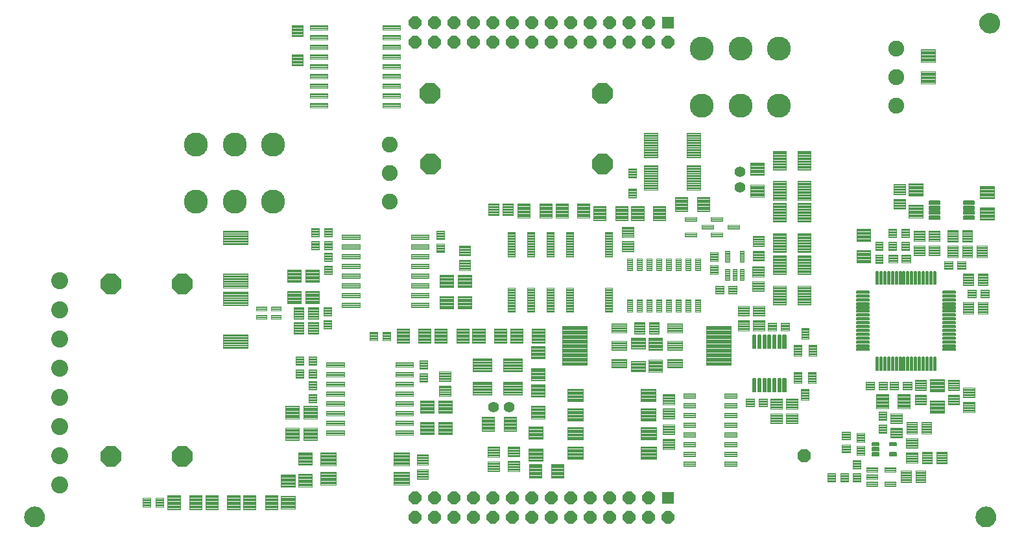
<source format=gts>
G75*
%MOIN*%
%OFA0B0*%
%FSLAX25Y25*%
%IPPOS*%
%LPD*%
%AMOC8*
5,1,8,0,0,1.08239X$1,22.5*
%
%ADD10R,0.06406X0.06406*%
%ADD11OC8,0.06406*%
%ADD12C,0.08768*%
%ADD13C,0.00500*%
%ADD14C,0.00408*%
%ADD15C,0.00486*%
%ADD16C,0.00421*%
%ADD17OC8,0.06996*%
%ADD18C,0.00444*%
%ADD19C,0.00494*%
%ADD20C,0.00455*%
%ADD21OC8,0.10500*%
%ADD22C,0.00449*%
%ADD23C,0.12311*%
%ADD24C,0.08177*%
%ADD25C,0.05500*%
%ADD26C,0.00450*%
%ADD27C,0.00390*%
%ADD28C,0.00551*%
%ADD29C,0.00493*%
%ADD30C,0.00432*%
%ADD31C,0.00576*%
%ADD32C,0.00519*%
%ADD33C,0.00528*%
D10*
X0345473Y0038461D03*
X0345473Y0282713D03*
D11*
X0335473Y0282713D03*
X0325473Y0282713D03*
X0315473Y0282713D03*
X0305473Y0282713D03*
X0295473Y0282713D03*
X0285473Y0282713D03*
X0275473Y0282713D03*
X0265473Y0282713D03*
X0255473Y0282713D03*
X0245473Y0282713D03*
X0235473Y0282713D03*
X0225473Y0282713D03*
X0215473Y0282713D03*
X0215473Y0272713D03*
X0225473Y0272713D03*
X0235473Y0272713D03*
X0245473Y0272713D03*
X0255473Y0272713D03*
X0265473Y0272713D03*
X0275473Y0272713D03*
X0285473Y0272713D03*
X0295473Y0272713D03*
X0305473Y0272713D03*
X0315473Y0272713D03*
X0325473Y0272713D03*
X0335473Y0272713D03*
X0345473Y0272713D03*
X0335473Y0038461D03*
X0325473Y0038461D03*
X0315473Y0038461D03*
X0305473Y0038461D03*
X0295473Y0038461D03*
X0285473Y0038461D03*
X0275473Y0038461D03*
X0265473Y0038461D03*
X0255473Y0038461D03*
X0245473Y0038461D03*
X0235473Y0038461D03*
X0225473Y0038461D03*
X0215473Y0038461D03*
X0215473Y0028461D03*
X0225473Y0028461D03*
X0235473Y0028461D03*
X0245473Y0028461D03*
X0255473Y0028461D03*
X0265473Y0028461D03*
X0275473Y0028461D03*
X0285473Y0028461D03*
X0295473Y0028461D03*
X0305473Y0028461D03*
X0315473Y0028461D03*
X0325473Y0028461D03*
X0335473Y0028461D03*
X0345473Y0028461D03*
D12*
X0032796Y0045016D03*
X0032796Y0060016D03*
X0032796Y0075016D03*
X0032796Y0090016D03*
X0032796Y0105016D03*
X0032796Y0120016D03*
X0032796Y0135016D03*
X0032796Y0150016D03*
D13*
X0016590Y0024788D02*
X0017304Y0024288D01*
X0018094Y0023920D01*
X0018936Y0023694D01*
X0019804Y0023618D01*
X0020672Y0023694D01*
X0021514Y0023920D01*
X0022304Y0024288D01*
X0023018Y0024788D01*
X0023634Y0025404D01*
X0024134Y0026118D01*
X0024502Y0026908D01*
X0024728Y0027750D01*
X0024804Y0028618D01*
X0024728Y0029486D01*
X0024502Y0030328D01*
X0024134Y0031118D01*
X0023634Y0031832D01*
X0023018Y0032448D01*
X0022304Y0032948D01*
X0021514Y0033317D01*
X0020672Y0033542D01*
X0019804Y0033618D01*
X0018936Y0033542D01*
X0018094Y0033317D01*
X0017304Y0032948D01*
X0016590Y0032448D01*
X0015974Y0031832D01*
X0015474Y0031118D01*
X0015105Y0030328D01*
X0014880Y0029486D01*
X0014804Y0028618D01*
X0014880Y0027750D01*
X0015105Y0026908D01*
X0015474Y0026118D01*
X0015974Y0025404D01*
X0016590Y0024788D01*
X0016743Y0024681D02*
X0022865Y0024681D01*
X0023410Y0025180D02*
X0016198Y0025180D01*
X0015782Y0025678D02*
X0023826Y0025678D01*
X0024161Y0026177D02*
X0015447Y0026177D01*
X0015214Y0026675D02*
X0024394Y0026675D01*
X0024574Y0027174D02*
X0015034Y0027174D01*
X0014901Y0027672D02*
X0024707Y0027672D01*
X0024765Y0028171D02*
X0014843Y0028171D01*
X0014808Y0028669D02*
X0024799Y0028669D01*
X0024756Y0029168D02*
X0014852Y0029168D01*
X0014928Y0029666D02*
X0024680Y0029666D01*
X0024546Y0030165D02*
X0015062Y0030165D01*
X0015262Y0030663D02*
X0024346Y0030663D01*
X0024104Y0031162D02*
X0015504Y0031162D01*
X0015853Y0031660D02*
X0023754Y0031660D01*
X0023307Y0032159D02*
X0016300Y0032159D01*
X0016888Y0032657D02*
X0022719Y0032657D01*
X0021859Y0033156D02*
X0017749Y0033156D01*
X0017530Y0024183D02*
X0022078Y0024183D01*
X0020558Y0023684D02*
X0019050Y0023684D01*
X0503780Y0028618D02*
X0503856Y0029486D01*
X0504082Y0030328D01*
X0504450Y0031118D01*
X0504950Y0031832D01*
X0505566Y0032448D01*
X0506280Y0032948D01*
X0507070Y0033317D01*
X0507912Y0033542D01*
X0508780Y0033618D01*
X0509649Y0033542D01*
X0510490Y0033317D01*
X0511280Y0032948D01*
X0511994Y0032448D01*
X0512611Y0031832D01*
X0513110Y0031118D01*
X0513479Y0030328D01*
X0513704Y0029486D01*
X0513780Y0028618D01*
X0513704Y0027750D01*
X0513479Y0026908D01*
X0513110Y0026118D01*
X0512611Y0025404D01*
X0511994Y0024788D01*
X0511280Y0024288D01*
X0510490Y0023920D01*
X0509649Y0023694D01*
X0508780Y0023618D01*
X0507912Y0023694D01*
X0507070Y0023920D01*
X0506280Y0024288D01*
X0505566Y0024788D01*
X0504950Y0025404D01*
X0504450Y0026118D01*
X0504082Y0026908D01*
X0503856Y0027750D01*
X0503780Y0028618D01*
X0503785Y0028669D02*
X0513776Y0028669D01*
X0513741Y0028171D02*
X0503819Y0028171D01*
X0503877Y0027672D02*
X0513684Y0027672D01*
X0513550Y0027174D02*
X0504011Y0027174D01*
X0504190Y0026675D02*
X0513370Y0026675D01*
X0513138Y0026177D02*
X0504423Y0026177D01*
X0504758Y0025678D02*
X0512802Y0025678D01*
X0512386Y0025180D02*
X0505175Y0025180D01*
X0505719Y0024681D02*
X0511842Y0024681D01*
X0511054Y0024183D02*
X0506506Y0024183D01*
X0508026Y0023684D02*
X0509534Y0023684D01*
X0513732Y0029168D02*
X0503828Y0029168D01*
X0503904Y0029666D02*
X0513656Y0029666D01*
X0513523Y0030165D02*
X0504038Y0030165D01*
X0504238Y0030663D02*
X0513323Y0030663D01*
X0513080Y0031162D02*
X0504481Y0031162D01*
X0504830Y0031660D02*
X0512731Y0031660D01*
X0512284Y0032159D02*
X0505277Y0032159D01*
X0505865Y0032657D02*
X0511696Y0032657D01*
X0510835Y0033156D02*
X0506725Y0033156D01*
X0510749Y0277555D02*
X0509881Y0277631D01*
X0509039Y0277857D01*
X0508249Y0278225D01*
X0507535Y0278725D01*
X0506919Y0279341D01*
X0506419Y0280055D01*
X0506050Y0280845D01*
X0505825Y0281687D01*
X0505749Y0282555D01*
X0505825Y0283423D01*
X0506050Y0284265D01*
X0506419Y0285055D01*
X0506919Y0285769D01*
X0507535Y0286385D01*
X0508249Y0286885D01*
X0509039Y0287254D01*
X0509881Y0287479D01*
X0510749Y0287555D01*
X0511617Y0287479D01*
X0512459Y0287254D01*
X0513249Y0286885D01*
X0513963Y0286385D01*
X0514579Y0285769D01*
X0515079Y0285055D01*
X0515447Y0284265D01*
X0515673Y0283423D01*
X0515749Y0282555D01*
X0515673Y0281687D01*
X0515447Y0280845D01*
X0515079Y0280055D01*
X0514579Y0279341D01*
X0513963Y0278725D01*
X0513249Y0278225D01*
X0512459Y0277857D01*
X0511617Y0277631D01*
X0510749Y0277555D01*
X0512605Y0277925D02*
X0508892Y0277925D01*
X0507966Y0278423D02*
X0513532Y0278423D01*
X0514160Y0278922D02*
X0507338Y0278922D01*
X0506863Y0279420D02*
X0514635Y0279420D01*
X0514984Y0279919D02*
X0506514Y0279919D01*
X0506250Y0280417D02*
X0515248Y0280417D01*
X0515466Y0280916D02*
X0506031Y0280916D01*
X0505898Y0281414D02*
X0515600Y0281414D01*
X0515693Y0281913D02*
X0505805Y0281913D01*
X0505761Y0282411D02*
X0515736Y0282411D01*
X0515718Y0282910D02*
X0505780Y0282910D01*
X0505823Y0283408D02*
X0515674Y0283408D01*
X0515543Y0283907D02*
X0505954Y0283907D01*
X0506116Y0284405D02*
X0515382Y0284405D01*
X0515149Y0284904D02*
X0506348Y0284904D01*
X0506662Y0285403D02*
X0514836Y0285403D01*
X0514447Y0285901D02*
X0507051Y0285901D01*
X0507555Y0286400D02*
X0513942Y0286400D01*
X0513221Y0286898D02*
X0508276Y0286898D01*
X0509572Y0287397D02*
X0511925Y0287397D01*
D14*
X0482588Y0268938D02*
X0482588Y0262548D01*
X0475410Y0262548D01*
X0475410Y0268938D01*
X0482588Y0268938D01*
X0482588Y0262955D02*
X0475410Y0262955D01*
X0475410Y0263362D02*
X0482588Y0263362D01*
X0482588Y0263769D02*
X0475410Y0263769D01*
X0475410Y0264176D02*
X0482588Y0264176D01*
X0482588Y0264583D02*
X0475410Y0264583D01*
X0475410Y0264990D02*
X0482588Y0264990D01*
X0482588Y0265397D02*
X0475410Y0265397D01*
X0475410Y0265804D02*
X0482588Y0265804D01*
X0482588Y0266211D02*
X0475410Y0266211D01*
X0475410Y0266618D02*
X0482588Y0266618D01*
X0482588Y0267025D02*
X0475410Y0267025D01*
X0475410Y0267432D02*
X0482588Y0267432D01*
X0482588Y0267839D02*
X0475410Y0267839D01*
X0475410Y0268246D02*
X0482588Y0268246D01*
X0482588Y0268653D02*
X0475410Y0268653D01*
X0482588Y0257914D02*
X0482588Y0251524D01*
X0475410Y0251524D01*
X0475410Y0257914D01*
X0482588Y0257914D01*
X0482588Y0251931D02*
X0475410Y0251931D01*
X0475410Y0252338D02*
X0482588Y0252338D01*
X0482588Y0252745D02*
X0475410Y0252745D01*
X0475410Y0253152D02*
X0482588Y0253152D01*
X0482588Y0253559D02*
X0475410Y0253559D01*
X0475410Y0253966D02*
X0482588Y0253966D01*
X0482588Y0254373D02*
X0475410Y0254373D01*
X0475410Y0254780D02*
X0482588Y0254780D01*
X0482588Y0255187D02*
X0475410Y0255187D01*
X0475410Y0255594D02*
X0482588Y0255594D01*
X0482588Y0256001D02*
X0475410Y0256001D01*
X0475410Y0256408D02*
X0482588Y0256408D01*
X0482588Y0256815D02*
X0475410Y0256815D01*
X0475410Y0257222D02*
X0482588Y0257222D01*
X0482588Y0257629D02*
X0475410Y0257629D01*
X0387554Y0210775D02*
X0387554Y0204385D01*
X0387554Y0210775D02*
X0394744Y0210775D01*
X0394744Y0204385D01*
X0387554Y0204385D01*
X0387554Y0204792D02*
X0394744Y0204792D01*
X0394744Y0205199D02*
X0387554Y0205199D01*
X0387554Y0205606D02*
X0394744Y0205606D01*
X0394744Y0206013D02*
X0387554Y0206013D01*
X0387554Y0206420D02*
X0394744Y0206420D01*
X0394744Y0206827D02*
X0387554Y0206827D01*
X0387554Y0207234D02*
X0394744Y0207234D01*
X0394744Y0207641D02*
X0387554Y0207641D01*
X0387554Y0208048D02*
X0394744Y0208048D01*
X0394744Y0208455D02*
X0387554Y0208455D01*
X0387554Y0208862D02*
X0394744Y0208862D01*
X0394744Y0209269D02*
X0387554Y0209269D01*
X0387554Y0209676D02*
X0394744Y0209676D01*
X0394744Y0210083D02*
X0387554Y0210083D01*
X0387554Y0210490D02*
X0394744Y0210490D01*
X0387554Y0199578D02*
X0387554Y0193188D01*
X0387554Y0199578D02*
X0394744Y0199578D01*
X0394744Y0193188D01*
X0387554Y0193188D01*
X0387554Y0193595D02*
X0394744Y0193595D01*
X0394744Y0194002D02*
X0387554Y0194002D01*
X0387554Y0194409D02*
X0394744Y0194409D01*
X0394744Y0194816D02*
X0387554Y0194816D01*
X0387554Y0195223D02*
X0394744Y0195223D01*
X0394744Y0195630D02*
X0387554Y0195630D01*
X0387554Y0196037D02*
X0394744Y0196037D01*
X0394744Y0196444D02*
X0387554Y0196444D01*
X0387554Y0196851D02*
X0394744Y0196851D01*
X0394744Y0197258D02*
X0387554Y0197258D01*
X0387554Y0197665D02*
X0394744Y0197665D01*
X0394744Y0198072D02*
X0387554Y0198072D01*
X0387554Y0198479D02*
X0394744Y0198479D01*
X0394744Y0198886D02*
X0387554Y0198886D01*
X0387554Y0199293D02*
X0394744Y0199293D01*
X0366692Y0185786D02*
X0360302Y0185786D01*
X0360302Y0192976D01*
X0366692Y0192976D01*
X0366692Y0185786D01*
X0366692Y0186193D02*
X0360302Y0186193D01*
X0360302Y0186600D02*
X0366692Y0186600D01*
X0366692Y0187007D02*
X0360302Y0187007D01*
X0360302Y0187414D02*
X0366692Y0187414D01*
X0366692Y0187821D02*
X0360302Y0187821D01*
X0360302Y0188228D02*
X0366692Y0188228D01*
X0366692Y0188635D02*
X0360302Y0188635D01*
X0360302Y0189042D02*
X0366692Y0189042D01*
X0366692Y0189449D02*
X0360302Y0189449D01*
X0360302Y0189856D02*
X0366692Y0189856D01*
X0366692Y0190263D02*
X0360302Y0190263D01*
X0360302Y0190670D02*
X0366692Y0190670D01*
X0366692Y0191077D02*
X0360302Y0191077D01*
X0360302Y0191484D02*
X0366692Y0191484D01*
X0366692Y0191891D02*
X0360302Y0191891D01*
X0360302Y0192298D02*
X0366692Y0192298D01*
X0366692Y0192705D02*
X0360302Y0192705D01*
X0355495Y0185786D02*
X0349105Y0185786D01*
X0349105Y0192976D01*
X0355495Y0192976D01*
X0355495Y0185786D01*
X0355495Y0186193D02*
X0349105Y0186193D01*
X0349105Y0186600D02*
X0355495Y0186600D01*
X0355495Y0187007D02*
X0349105Y0187007D01*
X0349105Y0187414D02*
X0355495Y0187414D01*
X0355495Y0187821D02*
X0349105Y0187821D01*
X0349105Y0188228D02*
X0355495Y0188228D01*
X0355495Y0188635D02*
X0349105Y0188635D01*
X0349105Y0189042D02*
X0355495Y0189042D01*
X0355495Y0189449D02*
X0349105Y0189449D01*
X0349105Y0189856D02*
X0355495Y0189856D01*
X0355495Y0190263D02*
X0349105Y0190263D01*
X0349105Y0190670D02*
X0355495Y0190670D01*
X0355495Y0191077D02*
X0349105Y0191077D01*
X0349105Y0191484D02*
X0355495Y0191484D01*
X0355495Y0191891D02*
X0349105Y0191891D01*
X0349105Y0192298D02*
X0355495Y0192298D01*
X0355495Y0192705D02*
X0349105Y0192705D01*
X0344092Y0188326D02*
X0337702Y0188326D01*
X0344092Y0188326D02*
X0344092Y0181136D01*
X0337702Y0181136D01*
X0337702Y0188326D01*
X0337702Y0181543D02*
X0344092Y0181543D01*
X0344092Y0181950D02*
X0337702Y0181950D01*
X0337702Y0182357D02*
X0344092Y0182357D01*
X0344092Y0182764D02*
X0337702Y0182764D01*
X0337702Y0183171D02*
X0344092Y0183171D01*
X0344092Y0183578D02*
X0337702Y0183578D01*
X0337702Y0183985D02*
X0344092Y0183985D01*
X0344092Y0184392D02*
X0337702Y0184392D01*
X0337702Y0184799D02*
X0344092Y0184799D01*
X0344092Y0185206D02*
X0337702Y0185206D01*
X0337702Y0185613D02*
X0344092Y0185613D01*
X0344092Y0186020D02*
X0337702Y0186020D01*
X0337702Y0186427D02*
X0344092Y0186427D01*
X0344092Y0186834D02*
X0337702Y0186834D01*
X0337702Y0187241D02*
X0344092Y0187241D01*
X0344092Y0187648D02*
X0337702Y0187648D01*
X0337702Y0188055D02*
X0344092Y0188055D01*
X0332895Y0188326D02*
X0326505Y0188326D01*
X0332895Y0188326D02*
X0332895Y0181136D01*
X0326505Y0181136D01*
X0326505Y0188326D01*
X0326505Y0181543D02*
X0332895Y0181543D01*
X0332895Y0181950D02*
X0326505Y0181950D01*
X0326505Y0182357D02*
X0332895Y0182357D01*
X0332895Y0182764D02*
X0326505Y0182764D01*
X0326505Y0183171D02*
X0332895Y0183171D01*
X0332895Y0183578D02*
X0326505Y0183578D01*
X0326505Y0183985D02*
X0332895Y0183985D01*
X0332895Y0184392D02*
X0326505Y0184392D01*
X0326505Y0184799D02*
X0332895Y0184799D01*
X0332895Y0185206D02*
X0326505Y0185206D01*
X0326505Y0185613D02*
X0332895Y0185613D01*
X0332895Y0186020D02*
X0326505Y0186020D01*
X0326505Y0186427D02*
X0332895Y0186427D01*
X0332895Y0186834D02*
X0326505Y0186834D01*
X0326505Y0187241D02*
X0332895Y0187241D01*
X0332895Y0187648D02*
X0326505Y0187648D01*
X0326505Y0188055D02*
X0332895Y0188055D01*
X0324642Y0181136D02*
X0318252Y0181136D01*
X0318252Y0188326D01*
X0324642Y0188326D01*
X0324642Y0181136D01*
X0324642Y0181543D02*
X0318252Y0181543D01*
X0318252Y0181950D02*
X0324642Y0181950D01*
X0324642Y0182357D02*
X0318252Y0182357D01*
X0318252Y0182764D02*
X0324642Y0182764D01*
X0324642Y0183171D02*
X0318252Y0183171D01*
X0318252Y0183578D02*
X0324642Y0183578D01*
X0324642Y0183985D02*
X0318252Y0183985D01*
X0318252Y0184392D02*
X0324642Y0184392D01*
X0324642Y0184799D02*
X0318252Y0184799D01*
X0318252Y0185206D02*
X0324642Y0185206D01*
X0324642Y0185613D02*
X0318252Y0185613D01*
X0318252Y0186020D02*
X0324642Y0186020D01*
X0324642Y0186427D02*
X0318252Y0186427D01*
X0318252Y0186834D02*
X0324642Y0186834D01*
X0324642Y0187241D02*
X0318252Y0187241D01*
X0318252Y0187648D02*
X0324642Y0187648D01*
X0324642Y0188055D02*
X0318252Y0188055D01*
X0313445Y0181136D02*
X0307055Y0181136D01*
X0307055Y0188326D01*
X0313445Y0188326D01*
X0313445Y0181136D01*
X0313445Y0181543D02*
X0307055Y0181543D01*
X0307055Y0181950D02*
X0313445Y0181950D01*
X0313445Y0182357D02*
X0307055Y0182357D01*
X0307055Y0182764D02*
X0313445Y0182764D01*
X0313445Y0183171D02*
X0307055Y0183171D01*
X0307055Y0183578D02*
X0313445Y0183578D01*
X0313445Y0183985D02*
X0307055Y0183985D01*
X0307055Y0184392D02*
X0313445Y0184392D01*
X0313445Y0184799D02*
X0307055Y0184799D01*
X0307055Y0185206D02*
X0313445Y0185206D01*
X0313445Y0185613D02*
X0307055Y0185613D01*
X0307055Y0186020D02*
X0313445Y0186020D01*
X0313445Y0186427D02*
X0307055Y0186427D01*
X0307055Y0186834D02*
X0313445Y0186834D01*
X0313445Y0187241D02*
X0307055Y0187241D01*
X0307055Y0187648D02*
X0313445Y0187648D01*
X0313445Y0188055D02*
X0307055Y0188055D01*
X0305142Y0182536D02*
X0298752Y0182536D01*
X0298752Y0189726D01*
X0305142Y0189726D01*
X0305142Y0182536D01*
X0305142Y0182943D02*
X0298752Y0182943D01*
X0298752Y0183350D02*
X0305142Y0183350D01*
X0305142Y0183757D02*
X0298752Y0183757D01*
X0298752Y0184164D02*
X0305142Y0184164D01*
X0305142Y0184571D02*
X0298752Y0184571D01*
X0298752Y0184978D02*
X0305142Y0184978D01*
X0305142Y0185385D02*
X0298752Y0185385D01*
X0298752Y0185792D02*
X0305142Y0185792D01*
X0305142Y0186199D02*
X0298752Y0186199D01*
X0298752Y0186606D02*
X0305142Y0186606D01*
X0305142Y0187013D02*
X0298752Y0187013D01*
X0298752Y0187420D02*
X0305142Y0187420D01*
X0305142Y0187827D02*
X0298752Y0187827D01*
X0298752Y0188234D02*
X0305142Y0188234D01*
X0305142Y0188641D02*
X0298752Y0188641D01*
X0298752Y0189048D02*
X0305142Y0189048D01*
X0305142Y0189455D02*
X0298752Y0189455D01*
X0293945Y0182536D02*
X0287555Y0182536D01*
X0287555Y0189726D01*
X0293945Y0189726D01*
X0293945Y0182536D01*
X0293945Y0182943D02*
X0287555Y0182943D01*
X0287555Y0183350D02*
X0293945Y0183350D01*
X0293945Y0183757D02*
X0287555Y0183757D01*
X0287555Y0184164D02*
X0293945Y0184164D01*
X0293945Y0184571D02*
X0287555Y0184571D01*
X0287555Y0184978D02*
X0293945Y0184978D01*
X0293945Y0185385D02*
X0287555Y0185385D01*
X0287555Y0185792D02*
X0293945Y0185792D01*
X0293945Y0186199D02*
X0287555Y0186199D01*
X0287555Y0186606D02*
X0293945Y0186606D01*
X0293945Y0187013D02*
X0287555Y0187013D01*
X0287555Y0187420D02*
X0293945Y0187420D01*
X0293945Y0187827D02*
X0287555Y0187827D01*
X0287555Y0188234D02*
X0293945Y0188234D01*
X0293945Y0188641D02*
X0287555Y0188641D01*
X0287555Y0189048D02*
X0293945Y0189048D01*
X0293945Y0189455D02*
X0287555Y0189455D01*
X0285642Y0182536D02*
X0279252Y0182536D01*
X0279252Y0189726D01*
X0285642Y0189726D01*
X0285642Y0182536D01*
X0285642Y0182943D02*
X0279252Y0182943D01*
X0279252Y0183350D02*
X0285642Y0183350D01*
X0285642Y0183757D02*
X0279252Y0183757D01*
X0279252Y0184164D02*
X0285642Y0184164D01*
X0285642Y0184571D02*
X0279252Y0184571D01*
X0279252Y0184978D02*
X0285642Y0184978D01*
X0285642Y0185385D02*
X0279252Y0185385D01*
X0279252Y0185792D02*
X0285642Y0185792D01*
X0285642Y0186199D02*
X0279252Y0186199D01*
X0279252Y0186606D02*
X0285642Y0186606D01*
X0285642Y0187013D02*
X0279252Y0187013D01*
X0279252Y0187420D02*
X0285642Y0187420D01*
X0285642Y0187827D02*
X0279252Y0187827D01*
X0279252Y0188234D02*
X0285642Y0188234D01*
X0285642Y0188641D02*
X0279252Y0188641D01*
X0279252Y0189048D02*
X0285642Y0189048D01*
X0285642Y0189455D02*
X0279252Y0189455D01*
X0274445Y0182536D02*
X0268055Y0182536D01*
X0268055Y0189726D01*
X0274445Y0189726D01*
X0274445Y0182536D01*
X0274445Y0182943D02*
X0268055Y0182943D01*
X0268055Y0183350D02*
X0274445Y0183350D01*
X0274445Y0183757D02*
X0268055Y0183757D01*
X0268055Y0184164D02*
X0274445Y0184164D01*
X0274445Y0184571D02*
X0268055Y0184571D01*
X0268055Y0184978D02*
X0274445Y0184978D01*
X0274445Y0185385D02*
X0268055Y0185385D01*
X0268055Y0185792D02*
X0274445Y0185792D01*
X0274445Y0186199D02*
X0268055Y0186199D01*
X0268055Y0186606D02*
X0274445Y0186606D01*
X0274445Y0187013D02*
X0268055Y0187013D01*
X0268055Y0187420D02*
X0274445Y0187420D01*
X0274445Y0187827D02*
X0268055Y0187827D01*
X0268055Y0188234D02*
X0274445Y0188234D01*
X0274445Y0188641D02*
X0268055Y0188641D01*
X0268055Y0189048D02*
X0274445Y0189048D01*
X0274445Y0189455D02*
X0268055Y0189455D01*
X0237210Y0153038D02*
X0237210Y0146648D01*
X0237210Y0153038D02*
X0244388Y0153038D01*
X0244388Y0146648D01*
X0237210Y0146648D01*
X0237210Y0147055D02*
X0244388Y0147055D01*
X0244388Y0147462D02*
X0237210Y0147462D01*
X0237210Y0147869D02*
X0244388Y0147869D01*
X0244388Y0148276D02*
X0237210Y0148276D01*
X0237210Y0148683D02*
X0244388Y0148683D01*
X0244388Y0149090D02*
X0237210Y0149090D01*
X0237210Y0149497D02*
X0244388Y0149497D01*
X0244388Y0149904D02*
X0237210Y0149904D01*
X0237210Y0150311D02*
X0244388Y0150311D01*
X0244388Y0150718D02*
X0237210Y0150718D01*
X0237210Y0151125D02*
X0244388Y0151125D01*
X0244388Y0151532D02*
X0237210Y0151532D01*
X0237210Y0151939D02*
X0244388Y0151939D01*
X0244388Y0152346D02*
X0237210Y0152346D01*
X0237210Y0152753D02*
X0244388Y0152753D01*
X0227960Y0153038D02*
X0227960Y0146648D01*
X0227960Y0153038D02*
X0235138Y0153038D01*
X0235138Y0146648D01*
X0227960Y0146648D01*
X0227960Y0147055D02*
X0235138Y0147055D01*
X0235138Y0147462D02*
X0227960Y0147462D01*
X0227960Y0147869D02*
X0235138Y0147869D01*
X0235138Y0148276D02*
X0227960Y0148276D01*
X0227960Y0148683D02*
X0235138Y0148683D01*
X0235138Y0149090D02*
X0227960Y0149090D01*
X0227960Y0149497D02*
X0235138Y0149497D01*
X0235138Y0149904D02*
X0227960Y0149904D01*
X0227960Y0150311D02*
X0235138Y0150311D01*
X0235138Y0150718D02*
X0227960Y0150718D01*
X0227960Y0151125D02*
X0235138Y0151125D01*
X0235138Y0151532D02*
X0227960Y0151532D01*
X0227960Y0151939D02*
X0235138Y0151939D01*
X0235138Y0152346D02*
X0227960Y0152346D01*
X0227960Y0152753D02*
X0235138Y0152753D01*
X0227960Y0142014D02*
X0227960Y0135624D01*
X0227960Y0142014D02*
X0235138Y0142014D01*
X0235138Y0135624D01*
X0227960Y0135624D01*
X0227960Y0136031D02*
X0235138Y0136031D01*
X0235138Y0136438D02*
X0227960Y0136438D01*
X0227960Y0136845D02*
X0235138Y0136845D01*
X0235138Y0137252D02*
X0227960Y0137252D01*
X0227960Y0137659D02*
X0235138Y0137659D01*
X0235138Y0138066D02*
X0227960Y0138066D01*
X0227960Y0138473D02*
X0235138Y0138473D01*
X0235138Y0138880D02*
X0227960Y0138880D01*
X0227960Y0139287D02*
X0235138Y0139287D01*
X0235138Y0139694D02*
X0227960Y0139694D01*
X0227960Y0140101D02*
X0235138Y0140101D01*
X0235138Y0140508D02*
X0227960Y0140508D01*
X0227960Y0140915D02*
X0235138Y0140915D01*
X0235138Y0141322D02*
X0227960Y0141322D01*
X0227960Y0141729D02*
X0235138Y0141729D01*
X0237210Y0142014D02*
X0237210Y0135624D01*
X0237210Y0142014D02*
X0244388Y0142014D01*
X0244388Y0135624D01*
X0237210Y0135624D01*
X0237210Y0136031D02*
X0244388Y0136031D01*
X0244388Y0136438D02*
X0237210Y0136438D01*
X0237210Y0136845D02*
X0244388Y0136845D01*
X0244388Y0137252D02*
X0237210Y0137252D01*
X0237210Y0137659D02*
X0244388Y0137659D01*
X0244388Y0138066D02*
X0237210Y0138066D01*
X0237210Y0138473D02*
X0244388Y0138473D01*
X0244388Y0138880D02*
X0237210Y0138880D01*
X0237210Y0139287D02*
X0244388Y0139287D01*
X0244388Y0139694D02*
X0237210Y0139694D01*
X0237210Y0140101D02*
X0244388Y0140101D01*
X0244388Y0140508D02*
X0237210Y0140508D01*
X0237210Y0140915D02*
X0244388Y0140915D01*
X0244388Y0141322D02*
X0237210Y0141322D01*
X0237210Y0141729D02*
X0244388Y0141729D01*
X0244805Y0125276D02*
X0251195Y0125276D01*
X0251195Y0118086D01*
X0244805Y0118086D01*
X0244805Y0125276D01*
X0244805Y0118493D02*
X0251195Y0118493D01*
X0251195Y0118900D02*
X0244805Y0118900D01*
X0244805Y0119307D02*
X0251195Y0119307D01*
X0251195Y0119714D02*
X0244805Y0119714D01*
X0244805Y0120121D02*
X0251195Y0120121D01*
X0251195Y0120528D02*
X0244805Y0120528D01*
X0244805Y0120935D02*
X0251195Y0120935D01*
X0251195Y0121342D02*
X0244805Y0121342D01*
X0244805Y0121749D02*
X0251195Y0121749D01*
X0251195Y0122156D02*
X0244805Y0122156D01*
X0244805Y0122563D02*
X0251195Y0122563D01*
X0251195Y0122970D02*
X0244805Y0122970D01*
X0244805Y0123377D02*
X0251195Y0123377D01*
X0251195Y0123784D02*
X0244805Y0123784D01*
X0244805Y0124191D02*
X0251195Y0124191D01*
X0251195Y0124598D02*
X0244805Y0124598D01*
X0244805Y0125005D02*
X0251195Y0125005D01*
X0256002Y0125276D02*
X0262392Y0125276D01*
X0262392Y0118086D01*
X0256002Y0118086D01*
X0256002Y0125276D01*
X0256002Y0118493D02*
X0262392Y0118493D01*
X0262392Y0118900D02*
X0256002Y0118900D01*
X0256002Y0119307D02*
X0262392Y0119307D01*
X0262392Y0119714D02*
X0256002Y0119714D01*
X0256002Y0120121D02*
X0262392Y0120121D01*
X0262392Y0120528D02*
X0256002Y0120528D01*
X0256002Y0120935D02*
X0262392Y0120935D01*
X0262392Y0121342D02*
X0256002Y0121342D01*
X0256002Y0121749D02*
X0262392Y0121749D01*
X0262392Y0122156D02*
X0256002Y0122156D01*
X0256002Y0122563D02*
X0262392Y0122563D01*
X0262392Y0122970D02*
X0256002Y0122970D01*
X0256002Y0123377D02*
X0262392Y0123377D01*
X0262392Y0123784D02*
X0256002Y0123784D01*
X0256002Y0124191D02*
X0262392Y0124191D01*
X0262392Y0124598D02*
X0256002Y0124598D01*
X0256002Y0125005D02*
X0262392Y0125005D01*
X0264305Y0125276D02*
X0270695Y0125276D01*
X0270695Y0118086D01*
X0264305Y0118086D01*
X0264305Y0125276D01*
X0264305Y0118493D02*
X0270695Y0118493D01*
X0270695Y0118900D02*
X0264305Y0118900D01*
X0264305Y0119307D02*
X0270695Y0119307D01*
X0270695Y0119714D02*
X0264305Y0119714D01*
X0264305Y0120121D02*
X0270695Y0120121D01*
X0270695Y0120528D02*
X0264305Y0120528D01*
X0264305Y0120935D02*
X0270695Y0120935D01*
X0270695Y0121342D02*
X0264305Y0121342D01*
X0264305Y0121749D02*
X0270695Y0121749D01*
X0270695Y0122156D02*
X0264305Y0122156D01*
X0264305Y0122563D02*
X0270695Y0122563D01*
X0270695Y0122970D02*
X0264305Y0122970D01*
X0264305Y0123377D02*
X0270695Y0123377D01*
X0270695Y0123784D02*
X0264305Y0123784D01*
X0264305Y0124191D02*
X0270695Y0124191D01*
X0270695Y0124598D02*
X0264305Y0124598D01*
X0264305Y0125005D02*
X0270695Y0125005D01*
X0275502Y0125276D02*
X0281892Y0125276D01*
X0281892Y0118086D01*
X0275502Y0118086D01*
X0275502Y0125276D01*
X0275502Y0118493D02*
X0281892Y0118493D01*
X0281892Y0118900D02*
X0275502Y0118900D01*
X0275502Y0119307D02*
X0281892Y0119307D01*
X0281892Y0119714D02*
X0275502Y0119714D01*
X0275502Y0120121D02*
X0281892Y0120121D01*
X0281892Y0120528D02*
X0275502Y0120528D01*
X0275502Y0120935D02*
X0281892Y0120935D01*
X0281892Y0121342D02*
X0275502Y0121342D01*
X0275502Y0121749D02*
X0281892Y0121749D01*
X0281892Y0122156D02*
X0275502Y0122156D01*
X0275502Y0122563D02*
X0281892Y0122563D01*
X0281892Y0122970D02*
X0275502Y0122970D01*
X0275502Y0123377D02*
X0281892Y0123377D01*
X0281892Y0123784D02*
X0275502Y0123784D01*
X0275502Y0124191D02*
X0281892Y0124191D01*
X0281892Y0124598D02*
X0275502Y0124598D01*
X0275502Y0125005D02*
X0281892Y0125005D01*
X0282044Y0116375D02*
X0282044Y0109985D01*
X0274854Y0109985D01*
X0274854Y0116375D01*
X0282044Y0116375D01*
X0282044Y0110392D02*
X0274854Y0110392D01*
X0274854Y0110799D02*
X0282044Y0110799D01*
X0282044Y0111206D02*
X0274854Y0111206D01*
X0274854Y0111613D02*
X0282044Y0111613D01*
X0282044Y0112020D02*
X0274854Y0112020D01*
X0274854Y0112427D02*
X0282044Y0112427D01*
X0282044Y0112834D02*
X0274854Y0112834D01*
X0274854Y0113241D02*
X0282044Y0113241D01*
X0282044Y0113648D02*
X0274854Y0113648D01*
X0274854Y0114055D02*
X0282044Y0114055D01*
X0282044Y0114462D02*
X0274854Y0114462D01*
X0274854Y0114869D02*
X0282044Y0114869D01*
X0282044Y0115276D02*
X0274854Y0115276D01*
X0274854Y0115683D02*
X0282044Y0115683D01*
X0282044Y0116090D02*
X0274854Y0116090D01*
X0282044Y0105178D02*
X0282044Y0098788D01*
X0274854Y0098788D01*
X0274854Y0105178D01*
X0282044Y0105178D01*
X0282044Y0099195D02*
X0274854Y0099195D01*
X0274854Y0099602D02*
X0282044Y0099602D01*
X0282044Y0100009D02*
X0274854Y0100009D01*
X0274854Y0100416D02*
X0282044Y0100416D01*
X0282044Y0100823D02*
X0274854Y0100823D01*
X0274854Y0101230D02*
X0282044Y0101230D01*
X0282044Y0101637D02*
X0274854Y0101637D01*
X0274854Y0102044D02*
X0282044Y0102044D01*
X0282044Y0102451D02*
X0274854Y0102451D01*
X0274854Y0102858D02*
X0282044Y0102858D01*
X0282044Y0103265D02*
X0274854Y0103265D01*
X0274854Y0103672D02*
X0282044Y0103672D01*
X0282044Y0104079D02*
X0274854Y0104079D01*
X0274854Y0104486D02*
X0282044Y0104486D01*
X0282044Y0104893D02*
X0274854Y0104893D01*
X0282044Y0096825D02*
X0282044Y0090435D01*
X0274854Y0090435D01*
X0274854Y0096825D01*
X0282044Y0096825D01*
X0282044Y0090842D02*
X0274854Y0090842D01*
X0274854Y0091249D02*
X0282044Y0091249D01*
X0282044Y0091656D02*
X0274854Y0091656D01*
X0274854Y0092063D02*
X0282044Y0092063D01*
X0282044Y0092470D02*
X0274854Y0092470D01*
X0274854Y0092877D02*
X0282044Y0092877D01*
X0282044Y0093284D02*
X0274854Y0093284D01*
X0274854Y0093691D02*
X0282044Y0093691D01*
X0282044Y0094098D02*
X0274854Y0094098D01*
X0274854Y0094505D02*
X0282044Y0094505D01*
X0282044Y0094912D02*
X0274854Y0094912D01*
X0274854Y0095319D02*
X0282044Y0095319D01*
X0282044Y0095726D02*
X0274854Y0095726D01*
X0274854Y0096133D02*
X0282044Y0096133D01*
X0282044Y0096540D02*
X0274854Y0096540D01*
X0293636Y0094326D02*
X0293636Y0087936D01*
X0293636Y0094326D02*
X0301602Y0094326D01*
X0301602Y0087936D01*
X0293636Y0087936D01*
X0293636Y0088343D02*
X0301602Y0088343D01*
X0301602Y0088750D02*
X0293636Y0088750D01*
X0293636Y0089157D02*
X0301602Y0089157D01*
X0301602Y0089564D02*
X0293636Y0089564D01*
X0293636Y0089971D02*
X0301602Y0089971D01*
X0301602Y0090378D02*
X0293636Y0090378D01*
X0293636Y0090785D02*
X0301602Y0090785D01*
X0301602Y0091192D02*
X0293636Y0091192D01*
X0293636Y0091599D02*
X0301602Y0091599D01*
X0301602Y0092006D02*
X0293636Y0092006D01*
X0293636Y0092413D02*
X0301602Y0092413D01*
X0301602Y0092820D02*
X0293636Y0092820D01*
X0293636Y0093227D02*
X0301602Y0093227D01*
X0301602Y0093634D02*
X0293636Y0093634D01*
X0293636Y0094041D02*
X0301602Y0094041D01*
X0282044Y0085628D02*
X0282044Y0079238D01*
X0274854Y0079238D01*
X0274854Y0085628D01*
X0282044Y0085628D01*
X0282044Y0079645D02*
X0274854Y0079645D01*
X0274854Y0080052D02*
X0282044Y0080052D01*
X0282044Y0080459D02*
X0274854Y0080459D01*
X0274854Y0080866D02*
X0282044Y0080866D01*
X0282044Y0081273D02*
X0274854Y0081273D01*
X0274854Y0081680D02*
X0282044Y0081680D01*
X0282044Y0082087D02*
X0274854Y0082087D01*
X0274854Y0082494D02*
X0282044Y0082494D01*
X0282044Y0082901D02*
X0274854Y0082901D01*
X0274854Y0083308D02*
X0282044Y0083308D01*
X0282044Y0083715D02*
X0274854Y0083715D01*
X0274854Y0084122D02*
X0282044Y0084122D01*
X0282044Y0084529D02*
X0274854Y0084529D01*
X0274854Y0084936D02*
X0282044Y0084936D01*
X0282044Y0085343D02*
X0274854Y0085343D01*
X0267292Y0072786D02*
X0260902Y0072786D01*
X0260902Y0079976D01*
X0267292Y0079976D01*
X0267292Y0072786D01*
X0267292Y0073193D02*
X0260902Y0073193D01*
X0260902Y0073600D02*
X0267292Y0073600D01*
X0267292Y0074007D02*
X0260902Y0074007D01*
X0260902Y0074414D02*
X0267292Y0074414D01*
X0267292Y0074821D02*
X0260902Y0074821D01*
X0260902Y0075228D02*
X0267292Y0075228D01*
X0267292Y0075635D02*
X0260902Y0075635D01*
X0260902Y0076042D02*
X0267292Y0076042D01*
X0267292Y0076449D02*
X0260902Y0076449D01*
X0260902Y0076856D02*
X0267292Y0076856D01*
X0267292Y0077263D02*
X0260902Y0077263D01*
X0260902Y0077670D02*
X0267292Y0077670D01*
X0267292Y0078077D02*
X0260902Y0078077D01*
X0260902Y0078484D02*
X0267292Y0078484D01*
X0267292Y0078891D02*
X0260902Y0078891D01*
X0260902Y0079298D02*
X0267292Y0079298D01*
X0267292Y0079705D02*
X0260902Y0079705D01*
X0256095Y0072786D02*
X0249705Y0072786D01*
X0249705Y0079976D01*
X0256095Y0079976D01*
X0256095Y0072786D01*
X0256095Y0073193D02*
X0249705Y0073193D01*
X0249705Y0073600D02*
X0256095Y0073600D01*
X0256095Y0074007D02*
X0249705Y0074007D01*
X0249705Y0074414D02*
X0256095Y0074414D01*
X0256095Y0074821D02*
X0249705Y0074821D01*
X0249705Y0075228D02*
X0256095Y0075228D01*
X0256095Y0075635D02*
X0249705Y0075635D01*
X0249705Y0076042D02*
X0256095Y0076042D01*
X0256095Y0076449D02*
X0249705Y0076449D01*
X0249705Y0076856D02*
X0256095Y0076856D01*
X0256095Y0077263D02*
X0249705Y0077263D01*
X0249705Y0077670D02*
X0256095Y0077670D01*
X0256095Y0078077D02*
X0249705Y0078077D01*
X0249705Y0078484D02*
X0256095Y0078484D01*
X0256095Y0078891D02*
X0249705Y0078891D01*
X0249705Y0079298D02*
X0256095Y0079298D01*
X0256095Y0079705D02*
X0249705Y0079705D01*
X0227210Y0081998D02*
X0227210Y0088388D01*
X0234388Y0088388D01*
X0234388Y0081998D01*
X0227210Y0081998D01*
X0227210Y0082405D02*
X0234388Y0082405D01*
X0234388Y0082812D02*
X0227210Y0082812D01*
X0227210Y0083219D02*
X0234388Y0083219D01*
X0234388Y0083626D02*
X0227210Y0083626D01*
X0227210Y0084033D02*
X0234388Y0084033D01*
X0234388Y0084440D02*
X0227210Y0084440D01*
X0227210Y0084847D02*
X0234388Y0084847D01*
X0234388Y0085254D02*
X0227210Y0085254D01*
X0227210Y0085661D02*
X0234388Y0085661D01*
X0234388Y0086068D02*
X0227210Y0086068D01*
X0227210Y0086475D02*
X0234388Y0086475D01*
X0234388Y0086882D02*
X0227210Y0086882D01*
X0227210Y0087289D02*
X0234388Y0087289D01*
X0234388Y0087696D02*
X0227210Y0087696D01*
X0227210Y0088103D02*
X0234388Y0088103D01*
X0217960Y0088388D02*
X0217960Y0081998D01*
X0217960Y0088388D02*
X0225138Y0088388D01*
X0225138Y0081998D01*
X0217960Y0081998D01*
X0217960Y0082405D02*
X0225138Y0082405D01*
X0225138Y0082812D02*
X0217960Y0082812D01*
X0217960Y0083219D02*
X0225138Y0083219D01*
X0225138Y0083626D02*
X0217960Y0083626D01*
X0217960Y0084033D02*
X0225138Y0084033D01*
X0225138Y0084440D02*
X0217960Y0084440D01*
X0217960Y0084847D02*
X0225138Y0084847D01*
X0225138Y0085254D02*
X0217960Y0085254D01*
X0217960Y0085661D02*
X0225138Y0085661D01*
X0225138Y0086068D02*
X0217960Y0086068D01*
X0217960Y0086475D02*
X0225138Y0086475D01*
X0225138Y0086882D02*
X0217960Y0086882D01*
X0217960Y0087289D02*
X0225138Y0087289D01*
X0225138Y0087696D02*
X0217960Y0087696D01*
X0217960Y0088103D02*
X0225138Y0088103D01*
X0217960Y0077364D02*
X0217960Y0070974D01*
X0217960Y0077364D02*
X0225138Y0077364D01*
X0225138Y0070974D01*
X0217960Y0070974D01*
X0217960Y0071381D02*
X0225138Y0071381D01*
X0225138Y0071788D02*
X0217960Y0071788D01*
X0217960Y0072195D02*
X0225138Y0072195D01*
X0225138Y0072602D02*
X0217960Y0072602D01*
X0217960Y0073009D02*
X0225138Y0073009D01*
X0225138Y0073416D02*
X0217960Y0073416D01*
X0217960Y0073823D02*
X0225138Y0073823D01*
X0225138Y0074230D02*
X0217960Y0074230D01*
X0217960Y0074637D02*
X0225138Y0074637D01*
X0225138Y0075044D02*
X0217960Y0075044D01*
X0217960Y0075451D02*
X0225138Y0075451D01*
X0225138Y0075858D02*
X0217960Y0075858D01*
X0217960Y0076265D02*
X0225138Y0076265D01*
X0225138Y0076672D02*
X0217960Y0076672D01*
X0217960Y0077079D02*
X0225138Y0077079D01*
X0227210Y0077364D02*
X0227210Y0070974D01*
X0227210Y0077364D02*
X0234388Y0077364D01*
X0234388Y0070974D01*
X0227210Y0070974D01*
X0227210Y0071381D02*
X0234388Y0071381D01*
X0234388Y0071788D02*
X0227210Y0071788D01*
X0227210Y0072195D02*
X0234388Y0072195D01*
X0234388Y0072602D02*
X0227210Y0072602D01*
X0227210Y0073009D02*
X0234388Y0073009D01*
X0234388Y0073416D02*
X0227210Y0073416D01*
X0227210Y0073823D02*
X0234388Y0073823D01*
X0234388Y0074230D02*
X0227210Y0074230D01*
X0227210Y0074637D02*
X0234388Y0074637D01*
X0234388Y0075044D02*
X0227210Y0075044D01*
X0227210Y0075451D02*
X0234388Y0075451D01*
X0234388Y0075858D02*
X0227210Y0075858D01*
X0227210Y0076265D02*
X0234388Y0076265D01*
X0234388Y0076672D02*
X0227210Y0076672D01*
X0227210Y0077079D02*
X0234388Y0077079D01*
X0212311Y0061626D02*
X0212311Y0055236D01*
X0204345Y0055236D01*
X0204345Y0061626D01*
X0212311Y0061626D01*
X0212311Y0055643D02*
X0204345Y0055643D01*
X0204345Y0056050D02*
X0212311Y0056050D01*
X0212311Y0056457D02*
X0204345Y0056457D01*
X0204345Y0056864D02*
X0212311Y0056864D01*
X0212311Y0057271D02*
X0204345Y0057271D01*
X0204345Y0057678D02*
X0212311Y0057678D01*
X0212311Y0058085D02*
X0204345Y0058085D01*
X0204345Y0058492D02*
X0212311Y0058492D01*
X0212311Y0058899D02*
X0204345Y0058899D01*
X0204345Y0059306D02*
X0212311Y0059306D01*
X0212311Y0059713D02*
X0204345Y0059713D01*
X0204345Y0060120D02*
X0212311Y0060120D01*
X0212311Y0060527D02*
X0204345Y0060527D01*
X0204345Y0060934D02*
X0212311Y0060934D01*
X0212311Y0061341D02*
X0204345Y0061341D01*
X0212311Y0051626D02*
X0212311Y0045236D01*
X0204345Y0045236D01*
X0204345Y0051626D01*
X0212311Y0051626D01*
X0212311Y0045643D02*
X0204345Y0045643D01*
X0204345Y0046050D02*
X0212311Y0046050D01*
X0212311Y0046457D02*
X0204345Y0046457D01*
X0204345Y0046864D02*
X0212311Y0046864D01*
X0212311Y0047271D02*
X0204345Y0047271D01*
X0204345Y0047678D02*
X0212311Y0047678D01*
X0212311Y0048085D02*
X0204345Y0048085D01*
X0204345Y0048492D02*
X0212311Y0048492D01*
X0212311Y0048899D02*
X0204345Y0048899D01*
X0204345Y0049306D02*
X0212311Y0049306D01*
X0212311Y0049713D02*
X0204345Y0049713D01*
X0204345Y0050120D02*
X0212311Y0050120D01*
X0212311Y0050527D02*
X0204345Y0050527D01*
X0204345Y0050934D02*
X0212311Y0050934D01*
X0212311Y0051341D02*
X0204345Y0051341D01*
X0166786Y0051626D02*
X0166786Y0045236D01*
X0166786Y0051626D02*
X0174752Y0051626D01*
X0174752Y0045236D01*
X0166786Y0045236D01*
X0166786Y0045643D02*
X0174752Y0045643D01*
X0174752Y0046050D02*
X0166786Y0046050D01*
X0166786Y0046457D02*
X0174752Y0046457D01*
X0174752Y0046864D02*
X0166786Y0046864D01*
X0166786Y0047271D02*
X0174752Y0047271D01*
X0174752Y0047678D02*
X0166786Y0047678D01*
X0166786Y0048085D02*
X0174752Y0048085D01*
X0174752Y0048492D02*
X0166786Y0048492D01*
X0166786Y0048899D02*
X0174752Y0048899D01*
X0174752Y0049306D02*
X0166786Y0049306D01*
X0166786Y0049713D02*
X0174752Y0049713D01*
X0174752Y0050120D02*
X0166786Y0050120D01*
X0166786Y0050527D02*
X0174752Y0050527D01*
X0174752Y0050934D02*
X0166786Y0050934D01*
X0166786Y0051341D02*
X0174752Y0051341D01*
X0166786Y0055236D02*
X0166786Y0061626D01*
X0174752Y0061626D01*
X0174752Y0055236D01*
X0166786Y0055236D01*
X0166786Y0055643D02*
X0174752Y0055643D01*
X0174752Y0056050D02*
X0166786Y0056050D01*
X0166786Y0056457D02*
X0174752Y0056457D01*
X0174752Y0056864D02*
X0166786Y0056864D01*
X0166786Y0057271D02*
X0174752Y0057271D01*
X0174752Y0057678D02*
X0166786Y0057678D01*
X0166786Y0058085D02*
X0174752Y0058085D01*
X0174752Y0058492D02*
X0166786Y0058492D01*
X0166786Y0058899D02*
X0174752Y0058899D01*
X0174752Y0059306D02*
X0166786Y0059306D01*
X0166786Y0059713D02*
X0174752Y0059713D01*
X0174752Y0060120D02*
X0166786Y0060120D01*
X0166786Y0060527D02*
X0174752Y0060527D01*
X0174752Y0060934D02*
X0166786Y0060934D01*
X0166786Y0061341D02*
X0174752Y0061341D01*
X0162394Y0061825D02*
X0162394Y0055435D01*
X0155204Y0055435D01*
X0155204Y0061825D01*
X0162394Y0061825D01*
X0162394Y0055842D02*
X0155204Y0055842D01*
X0155204Y0056249D02*
X0162394Y0056249D01*
X0162394Y0056656D02*
X0155204Y0056656D01*
X0155204Y0057063D02*
X0162394Y0057063D01*
X0162394Y0057470D02*
X0155204Y0057470D01*
X0155204Y0057877D02*
X0162394Y0057877D01*
X0162394Y0058284D02*
X0155204Y0058284D01*
X0155204Y0058691D02*
X0162394Y0058691D01*
X0162394Y0059098D02*
X0155204Y0059098D01*
X0155204Y0059505D02*
X0162394Y0059505D01*
X0162394Y0059912D02*
X0155204Y0059912D01*
X0155204Y0060319D02*
X0162394Y0060319D01*
X0162394Y0060726D02*
X0155204Y0060726D01*
X0155204Y0061133D02*
X0162394Y0061133D01*
X0162394Y0061540D02*
X0155204Y0061540D01*
X0148610Y0068174D02*
X0148610Y0074564D01*
X0155788Y0074564D01*
X0155788Y0068174D01*
X0148610Y0068174D01*
X0148610Y0068581D02*
X0155788Y0068581D01*
X0155788Y0068988D02*
X0148610Y0068988D01*
X0148610Y0069395D02*
X0155788Y0069395D01*
X0155788Y0069802D02*
X0148610Y0069802D01*
X0148610Y0070209D02*
X0155788Y0070209D01*
X0155788Y0070616D02*
X0148610Y0070616D01*
X0148610Y0071023D02*
X0155788Y0071023D01*
X0155788Y0071430D02*
X0148610Y0071430D01*
X0148610Y0071837D02*
X0155788Y0071837D01*
X0155788Y0072244D02*
X0148610Y0072244D01*
X0148610Y0072651D02*
X0155788Y0072651D01*
X0155788Y0073058D02*
X0148610Y0073058D01*
X0148610Y0073465D02*
X0155788Y0073465D01*
X0155788Y0073872D02*
X0148610Y0073872D01*
X0148610Y0074279D02*
X0155788Y0074279D01*
X0157860Y0074564D02*
X0157860Y0068174D01*
X0157860Y0074564D02*
X0165038Y0074564D01*
X0165038Y0068174D01*
X0157860Y0068174D01*
X0157860Y0068581D02*
X0165038Y0068581D01*
X0165038Y0068988D02*
X0157860Y0068988D01*
X0157860Y0069395D02*
X0165038Y0069395D01*
X0165038Y0069802D02*
X0157860Y0069802D01*
X0157860Y0070209D02*
X0165038Y0070209D01*
X0165038Y0070616D02*
X0157860Y0070616D01*
X0157860Y0071023D02*
X0165038Y0071023D01*
X0165038Y0071430D02*
X0157860Y0071430D01*
X0157860Y0071837D02*
X0165038Y0071837D01*
X0165038Y0072244D02*
X0157860Y0072244D01*
X0157860Y0072651D02*
X0165038Y0072651D01*
X0165038Y0073058D02*
X0157860Y0073058D01*
X0157860Y0073465D02*
X0165038Y0073465D01*
X0165038Y0073872D02*
X0157860Y0073872D01*
X0157860Y0074279D02*
X0165038Y0074279D01*
X0157860Y0079198D02*
X0157860Y0085588D01*
X0165038Y0085588D01*
X0165038Y0079198D01*
X0157860Y0079198D01*
X0157860Y0079605D02*
X0165038Y0079605D01*
X0165038Y0080012D02*
X0157860Y0080012D01*
X0157860Y0080419D02*
X0165038Y0080419D01*
X0165038Y0080826D02*
X0157860Y0080826D01*
X0157860Y0081233D02*
X0165038Y0081233D01*
X0165038Y0081640D02*
X0157860Y0081640D01*
X0157860Y0082047D02*
X0165038Y0082047D01*
X0165038Y0082454D02*
X0157860Y0082454D01*
X0157860Y0082861D02*
X0165038Y0082861D01*
X0165038Y0083268D02*
X0157860Y0083268D01*
X0157860Y0083675D02*
X0165038Y0083675D01*
X0165038Y0084082D02*
X0157860Y0084082D01*
X0157860Y0084489D02*
X0165038Y0084489D01*
X0165038Y0084896D02*
X0157860Y0084896D01*
X0157860Y0085303D02*
X0165038Y0085303D01*
X0148610Y0085588D02*
X0148610Y0079198D01*
X0148610Y0085588D02*
X0155788Y0085588D01*
X0155788Y0079198D01*
X0148610Y0079198D01*
X0148610Y0079605D02*
X0155788Y0079605D01*
X0155788Y0080012D02*
X0148610Y0080012D01*
X0148610Y0080419D02*
X0155788Y0080419D01*
X0155788Y0080826D02*
X0148610Y0080826D01*
X0148610Y0081233D02*
X0155788Y0081233D01*
X0155788Y0081640D02*
X0148610Y0081640D01*
X0148610Y0082047D02*
X0155788Y0082047D01*
X0155788Y0082454D02*
X0148610Y0082454D01*
X0148610Y0082861D02*
X0155788Y0082861D01*
X0155788Y0083268D02*
X0148610Y0083268D01*
X0148610Y0083675D02*
X0155788Y0083675D01*
X0155788Y0084082D02*
X0148610Y0084082D01*
X0148610Y0084489D02*
X0155788Y0084489D01*
X0155788Y0084896D02*
X0148610Y0084896D01*
X0148610Y0085303D02*
X0155788Y0085303D01*
X0205905Y0125276D02*
X0212295Y0125276D01*
X0212295Y0118086D01*
X0205905Y0118086D01*
X0205905Y0125276D01*
X0205905Y0118493D02*
X0212295Y0118493D01*
X0212295Y0118900D02*
X0205905Y0118900D01*
X0205905Y0119307D02*
X0212295Y0119307D01*
X0212295Y0119714D02*
X0205905Y0119714D01*
X0205905Y0120121D02*
X0212295Y0120121D01*
X0212295Y0120528D02*
X0205905Y0120528D01*
X0205905Y0120935D02*
X0212295Y0120935D01*
X0212295Y0121342D02*
X0205905Y0121342D01*
X0205905Y0121749D02*
X0212295Y0121749D01*
X0212295Y0122156D02*
X0205905Y0122156D01*
X0205905Y0122563D02*
X0212295Y0122563D01*
X0212295Y0122970D02*
X0205905Y0122970D01*
X0205905Y0123377D02*
X0212295Y0123377D01*
X0212295Y0123784D02*
X0205905Y0123784D01*
X0205905Y0124191D02*
X0212295Y0124191D01*
X0212295Y0124598D02*
X0205905Y0124598D01*
X0205905Y0125005D02*
X0212295Y0125005D01*
X0217102Y0125276D02*
X0223492Y0125276D01*
X0223492Y0118086D01*
X0217102Y0118086D01*
X0217102Y0125276D01*
X0217102Y0118493D02*
X0223492Y0118493D01*
X0223492Y0118900D02*
X0217102Y0118900D01*
X0217102Y0119307D02*
X0223492Y0119307D01*
X0223492Y0119714D02*
X0217102Y0119714D01*
X0217102Y0120121D02*
X0223492Y0120121D01*
X0223492Y0120528D02*
X0217102Y0120528D01*
X0217102Y0120935D02*
X0223492Y0120935D01*
X0223492Y0121342D02*
X0217102Y0121342D01*
X0217102Y0121749D02*
X0223492Y0121749D01*
X0223492Y0122156D02*
X0217102Y0122156D01*
X0217102Y0122563D02*
X0223492Y0122563D01*
X0223492Y0122970D02*
X0217102Y0122970D01*
X0217102Y0123377D02*
X0223492Y0123377D01*
X0223492Y0123784D02*
X0217102Y0123784D01*
X0217102Y0124191D02*
X0223492Y0124191D01*
X0223492Y0124598D02*
X0217102Y0124598D01*
X0217102Y0125005D02*
X0223492Y0125005D01*
X0225355Y0125276D02*
X0231745Y0125276D01*
X0231745Y0118086D01*
X0225355Y0118086D01*
X0225355Y0125276D01*
X0225355Y0118493D02*
X0231745Y0118493D01*
X0231745Y0118900D02*
X0225355Y0118900D01*
X0225355Y0119307D02*
X0231745Y0119307D01*
X0231745Y0119714D02*
X0225355Y0119714D01*
X0225355Y0120121D02*
X0231745Y0120121D01*
X0231745Y0120528D02*
X0225355Y0120528D01*
X0225355Y0120935D02*
X0231745Y0120935D01*
X0231745Y0121342D02*
X0225355Y0121342D01*
X0225355Y0121749D02*
X0231745Y0121749D01*
X0231745Y0122156D02*
X0225355Y0122156D01*
X0225355Y0122563D02*
X0231745Y0122563D01*
X0231745Y0122970D02*
X0225355Y0122970D01*
X0225355Y0123377D02*
X0231745Y0123377D01*
X0231745Y0123784D02*
X0225355Y0123784D01*
X0225355Y0124191D02*
X0231745Y0124191D01*
X0231745Y0124598D02*
X0225355Y0124598D01*
X0225355Y0125005D02*
X0231745Y0125005D01*
X0236552Y0125276D02*
X0242942Y0125276D01*
X0242942Y0118086D01*
X0236552Y0118086D01*
X0236552Y0125276D01*
X0236552Y0118493D02*
X0242942Y0118493D01*
X0242942Y0118900D02*
X0236552Y0118900D01*
X0236552Y0119307D02*
X0242942Y0119307D01*
X0242942Y0119714D02*
X0236552Y0119714D01*
X0236552Y0120121D02*
X0242942Y0120121D01*
X0242942Y0120528D02*
X0236552Y0120528D01*
X0236552Y0120935D02*
X0242942Y0120935D01*
X0242942Y0121342D02*
X0236552Y0121342D01*
X0236552Y0121749D02*
X0242942Y0121749D01*
X0242942Y0122156D02*
X0236552Y0122156D01*
X0236552Y0122563D02*
X0242942Y0122563D01*
X0242942Y0122970D02*
X0236552Y0122970D01*
X0236552Y0123377D02*
X0242942Y0123377D01*
X0242942Y0123784D02*
X0236552Y0123784D01*
X0236552Y0124191D02*
X0242942Y0124191D01*
X0242942Y0124598D02*
X0236552Y0124598D01*
X0236552Y0125005D02*
X0242942Y0125005D01*
X0158860Y0138274D02*
X0158860Y0144664D01*
X0166038Y0144664D01*
X0166038Y0138274D01*
X0158860Y0138274D01*
X0158860Y0138681D02*
X0166038Y0138681D01*
X0166038Y0139088D02*
X0158860Y0139088D01*
X0158860Y0139495D02*
X0166038Y0139495D01*
X0166038Y0139902D02*
X0158860Y0139902D01*
X0158860Y0140309D02*
X0166038Y0140309D01*
X0166038Y0140716D02*
X0158860Y0140716D01*
X0158860Y0141123D02*
X0166038Y0141123D01*
X0166038Y0141530D02*
X0158860Y0141530D01*
X0158860Y0141937D02*
X0166038Y0141937D01*
X0166038Y0142344D02*
X0158860Y0142344D01*
X0158860Y0142751D02*
X0166038Y0142751D01*
X0166038Y0143158D02*
X0158860Y0143158D01*
X0158860Y0143565D02*
X0166038Y0143565D01*
X0166038Y0143972D02*
X0158860Y0143972D01*
X0158860Y0144379D02*
X0166038Y0144379D01*
X0158860Y0149298D02*
X0158860Y0155688D01*
X0166038Y0155688D01*
X0166038Y0149298D01*
X0158860Y0149298D01*
X0158860Y0149705D02*
X0166038Y0149705D01*
X0166038Y0150112D02*
X0158860Y0150112D01*
X0158860Y0150519D02*
X0166038Y0150519D01*
X0166038Y0150926D02*
X0158860Y0150926D01*
X0158860Y0151333D02*
X0166038Y0151333D01*
X0166038Y0151740D02*
X0158860Y0151740D01*
X0158860Y0152147D02*
X0166038Y0152147D01*
X0166038Y0152554D02*
X0158860Y0152554D01*
X0158860Y0152961D02*
X0166038Y0152961D01*
X0166038Y0153368D02*
X0158860Y0153368D01*
X0158860Y0153775D02*
X0166038Y0153775D01*
X0166038Y0154182D02*
X0158860Y0154182D01*
X0158860Y0154589D02*
X0166038Y0154589D01*
X0166038Y0154996D02*
X0158860Y0154996D01*
X0158860Y0155403D02*
X0166038Y0155403D01*
X0149610Y0155688D02*
X0149610Y0149298D01*
X0149610Y0155688D02*
X0156788Y0155688D01*
X0156788Y0149298D01*
X0149610Y0149298D01*
X0149610Y0149705D02*
X0156788Y0149705D01*
X0156788Y0150112D02*
X0149610Y0150112D01*
X0149610Y0150519D02*
X0156788Y0150519D01*
X0156788Y0150926D02*
X0149610Y0150926D01*
X0149610Y0151333D02*
X0156788Y0151333D01*
X0156788Y0151740D02*
X0149610Y0151740D01*
X0149610Y0152147D02*
X0156788Y0152147D01*
X0156788Y0152554D02*
X0149610Y0152554D01*
X0149610Y0152961D02*
X0156788Y0152961D01*
X0156788Y0153368D02*
X0149610Y0153368D01*
X0149610Y0153775D02*
X0156788Y0153775D01*
X0156788Y0154182D02*
X0149610Y0154182D01*
X0149610Y0154589D02*
X0156788Y0154589D01*
X0156788Y0154996D02*
X0149610Y0154996D01*
X0149610Y0155403D02*
X0156788Y0155403D01*
X0149610Y0144664D02*
X0149610Y0138274D01*
X0149610Y0144664D02*
X0156788Y0144664D01*
X0156788Y0138274D01*
X0149610Y0138274D01*
X0149610Y0138681D02*
X0156788Y0138681D01*
X0156788Y0139088D02*
X0149610Y0139088D01*
X0149610Y0139495D02*
X0156788Y0139495D01*
X0156788Y0139902D02*
X0149610Y0139902D01*
X0149610Y0140309D02*
X0156788Y0140309D01*
X0156788Y0140716D02*
X0149610Y0140716D01*
X0149610Y0141123D02*
X0156788Y0141123D01*
X0156788Y0141530D02*
X0149610Y0141530D01*
X0149610Y0141937D02*
X0156788Y0141937D01*
X0156788Y0142344D02*
X0149610Y0142344D01*
X0149610Y0142751D02*
X0156788Y0142751D01*
X0156788Y0143158D02*
X0149610Y0143158D01*
X0149610Y0143565D02*
X0156788Y0143565D01*
X0156788Y0143972D02*
X0149610Y0143972D01*
X0149610Y0144379D02*
X0156788Y0144379D01*
X0280994Y0075025D02*
X0280994Y0068635D01*
X0273804Y0068635D01*
X0273804Y0075025D01*
X0280994Y0075025D01*
X0280994Y0069042D02*
X0273804Y0069042D01*
X0273804Y0069449D02*
X0280994Y0069449D01*
X0280994Y0069856D02*
X0273804Y0069856D01*
X0273804Y0070263D02*
X0280994Y0070263D01*
X0280994Y0070670D02*
X0273804Y0070670D01*
X0273804Y0071077D02*
X0280994Y0071077D01*
X0280994Y0071484D02*
X0273804Y0071484D01*
X0273804Y0071891D02*
X0280994Y0071891D01*
X0280994Y0072298D02*
X0273804Y0072298D01*
X0273804Y0072705D02*
X0280994Y0072705D01*
X0280994Y0073112D02*
X0273804Y0073112D01*
X0273804Y0073519D02*
X0280994Y0073519D01*
X0280994Y0073926D02*
X0273804Y0073926D01*
X0273804Y0074333D02*
X0280994Y0074333D01*
X0280994Y0074740D02*
X0273804Y0074740D01*
X0293686Y0074676D02*
X0293686Y0068286D01*
X0293686Y0074676D02*
X0301652Y0074676D01*
X0301652Y0068286D01*
X0293686Y0068286D01*
X0293686Y0068693D02*
X0301652Y0068693D01*
X0301652Y0069100D02*
X0293686Y0069100D01*
X0293686Y0069507D02*
X0301652Y0069507D01*
X0301652Y0069914D02*
X0293686Y0069914D01*
X0293686Y0070321D02*
X0301652Y0070321D01*
X0301652Y0070728D02*
X0293686Y0070728D01*
X0293686Y0071135D02*
X0301652Y0071135D01*
X0301652Y0071542D02*
X0293686Y0071542D01*
X0293686Y0071949D02*
X0301652Y0071949D01*
X0301652Y0072356D02*
X0293686Y0072356D01*
X0293686Y0072763D02*
X0301652Y0072763D01*
X0301652Y0073170D02*
X0293686Y0073170D01*
X0293686Y0073577D02*
X0301652Y0073577D01*
X0301652Y0073984D02*
X0293686Y0073984D01*
X0293686Y0074391D02*
X0301652Y0074391D01*
X0293636Y0077936D02*
X0293636Y0084326D01*
X0301602Y0084326D01*
X0301602Y0077936D01*
X0293636Y0077936D01*
X0293636Y0078343D02*
X0301602Y0078343D01*
X0301602Y0078750D02*
X0293636Y0078750D01*
X0293636Y0079157D02*
X0301602Y0079157D01*
X0301602Y0079564D02*
X0293636Y0079564D01*
X0293636Y0079971D02*
X0301602Y0079971D01*
X0301602Y0080378D02*
X0293636Y0080378D01*
X0293636Y0080785D02*
X0301602Y0080785D01*
X0301602Y0081192D02*
X0293636Y0081192D01*
X0293636Y0081599D02*
X0301602Y0081599D01*
X0301602Y0082006D02*
X0293636Y0082006D01*
X0293636Y0082413D02*
X0301602Y0082413D01*
X0301602Y0082820D02*
X0293636Y0082820D01*
X0293636Y0083227D02*
X0301602Y0083227D01*
X0301602Y0083634D02*
X0293636Y0083634D01*
X0293636Y0084041D02*
X0301602Y0084041D01*
X0339161Y0084326D02*
X0339161Y0077936D01*
X0331195Y0077936D01*
X0331195Y0084326D01*
X0339161Y0084326D01*
X0339161Y0078343D02*
X0331195Y0078343D01*
X0331195Y0078750D02*
X0339161Y0078750D01*
X0339161Y0079157D02*
X0331195Y0079157D01*
X0331195Y0079564D02*
X0339161Y0079564D01*
X0339161Y0079971D02*
X0331195Y0079971D01*
X0331195Y0080378D02*
X0339161Y0080378D01*
X0339161Y0080785D02*
X0331195Y0080785D01*
X0331195Y0081192D02*
X0339161Y0081192D01*
X0339161Y0081599D02*
X0331195Y0081599D01*
X0331195Y0082006D02*
X0339161Y0082006D01*
X0339161Y0082413D02*
X0331195Y0082413D01*
X0331195Y0082820D02*
X0339161Y0082820D01*
X0339161Y0083227D02*
X0331195Y0083227D01*
X0331195Y0083634D02*
X0339161Y0083634D01*
X0339161Y0084041D02*
X0331195Y0084041D01*
X0339161Y0087936D02*
X0339161Y0094326D01*
X0339161Y0087936D02*
X0331195Y0087936D01*
X0331195Y0094326D01*
X0339161Y0094326D01*
X0339161Y0088343D02*
X0331195Y0088343D01*
X0331195Y0088750D02*
X0339161Y0088750D01*
X0339161Y0089157D02*
X0331195Y0089157D01*
X0331195Y0089564D02*
X0339161Y0089564D01*
X0339161Y0089971D02*
X0331195Y0089971D01*
X0331195Y0090378D02*
X0339161Y0090378D01*
X0339161Y0090785D02*
X0331195Y0090785D01*
X0331195Y0091192D02*
X0339161Y0091192D01*
X0339161Y0091599D02*
X0331195Y0091599D01*
X0331195Y0092006D02*
X0339161Y0092006D01*
X0339161Y0092413D02*
X0331195Y0092413D01*
X0331195Y0092820D02*
X0339161Y0092820D01*
X0339161Y0093227D02*
X0331195Y0093227D01*
X0331195Y0093634D02*
X0339161Y0093634D01*
X0339161Y0094041D02*
X0331195Y0094041D01*
X0342494Y0103188D02*
X0342494Y0109578D01*
X0342494Y0103188D02*
X0335304Y0103188D01*
X0335304Y0109578D01*
X0342494Y0109578D01*
X0342494Y0103595D02*
X0335304Y0103595D01*
X0335304Y0104002D02*
X0342494Y0104002D01*
X0342494Y0104409D02*
X0335304Y0104409D01*
X0335304Y0104816D02*
X0342494Y0104816D01*
X0342494Y0105223D02*
X0335304Y0105223D01*
X0335304Y0105630D02*
X0342494Y0105630D01*
X0342494Y0106037D02*
X0335304Y0106037D01*
X0335304Y0106444D02*
X0342494Y0106444D01*
X0342494Y0106851D02*
X0335304Y0106851D01*
X0335304Y0107258D02*
X0342494Y0107258D01*
X0342494Y0107665D02*
X0335304Y0107665D01*
X0335304Y0108072D02*
X0342494Y0108072D01*
X0342494Y0108479D02*
X0335304Y0108479D01*
X0335304Y0108886D02*
X0342494Y0108886D01*
X0342494Y0109293D02*
X0335304Y0109293D01*
X0342494Y0114385D02*
X0342494Y0120775D01*
X0342494Y0114385D02*
X0335304Y0114385D01*
X0335304Y0120775D01*
X0342494Y0120775D01*
X0342494Y0114792D02*
X0335304Y0114792D01*
X0335304Y0115199D02*
X0342494Y0115199D01*
X0342494Y0115606D02*
X0335304Y0115606D01*
X0335304Y0116013D02*
X0342494Y0116013D01*
X0342494Y0116420D02*
X0335304Y0116420D01*
X0335304Y0116827D02*
X0342494Y0116827D01*
X0342494Y0117234D02*
X0335304Y0117234D01*
X0335304Y0117641D02*
X0342494Y0117641D01*
X0342494Y0118048D02*
X0335304Y0118048D01*
X0335304Y0118455D02*
X0342494Y0118455D01*
X0342494Y0118862D02*
X0335304Y0118862D01*
X0335304Y0119269D02*
X0342494Y0119269D01*
X0342494Y0119676D02*
X0335304Y0119676D01*
X0335304Y0120083D02*
X0342494Y0120083D01*
X0342494Y0120490D02*
X0335304Y0120490D01*
X0339211Y0074676D02*
X0339211Y0068286D01*
X0331245Y0068286D01*
X0331245Y0074676D01*
X0339211Y0074676D01*
X0339211Y0068693D02*
X0331245Y0068693D01*
X0331245Y0069100D02*
X0339211Y0069100D01*
X0339211Y0069507D02*
X0331245Y0069507D01*
X0331245Y0069914D02*
X0339211Y0069914D01*
X0339211Y0070321D02*
X0331245Y0070321D01*
X0331245Y0070728D02*
X0339211Y0070728D01*
X0339211Y0071135D02*
X0331245Y0071135D01*
X0331245Y0071542D02*
X0339211Y0071542D01*
X0339211Y0071949D02*
X0331245Y0071949D01*
X0331245Y0072356D02*
X0339211Y0072356D01*
X0339211Y0072763D02*
X0331245Y0072763D01*
X0331245Y0073170D02*
X0339211Y0073170D01*
X0339211Y0073577D02*
X0331245Y0073577D01*
X0331245Y0073984D02*
X0339211Y0073984D01*
X0339211Y0074391D02*
X0331245Y0074391D01*
X0339211Y0064676D02*
X0339211Y0058286D01*
X0331245Y0058286D01*
X0331245Y0064676D01*
X0339211Y0064676D01*
X0339211Y0058693D02*
X0331245Y0058693D01*
X0331245Y0059100D02*
X0339211Y0059100D01*
X0339211Y0059507D02*
X0331245Y0059507D01*
X0331245Y0059914D02*
X0339211Y0059914D01*
X0339211Y0060321D02*
X0331245Y0060321D01*
X0331245Y0060728D02*
X0339211Y0060728D01*
X0339211Y0061135D02*
X0331245Y0061135D01*
X0331245Y0061542D02*
X0339211Y0061542D01*
X0339211Y0061949D02*
X0331245Y0061949D01*
X0331245Y0062356D02*
X0339211Y0062356D01*
X0339211Y0062763D02*
X0331245Y0062763D01*
X0331245Y0063170D02*
X0339211Y0063170D01*
X0339211Y0063577D02*
X0331245Y0063577D01*
X0331245Y0063984D02*
X0339211Y0063984D01*
X0339211Y0064391D02*
X0331245Y0064391D01*
X0293686Y0064676D02*
X0293686Y0058286D01*
X0293686Y0064676D02*
X0301652Y0064676D01*
X0301652Y0058286D01*
X0293686Y0058286D01*
X0293686Y0058693D02*
X0301652Y0058693D01*
X0301652Y0059100D02*
X0293686Y0059100D01*
X0293686Y0059507D02*
X0301652Y0059507D01*
X0301652Y0059914D02*
X0293686Y0059914D01*
X0293686Y0060321D02*
X0301652Y0060321D01*
X0301652Y0060728D02*
X0293686Y0060728D01*
X0293686Y0061135D02*
X0301652Y0061135D01*
X0301652Y0061542D02*
X0293686Y0061542D01*
X0293686Y0061949D02*
X0301652Y0061949D01*
X0301652Y0062356D02*
X0293686Y0062356D01*
X0293686Y0062763D02*
X0301652Y0062763D01*
X0301652Y0063170D02*
X0293686Y0063170D01*
X0293686Y0063577D02*
X0301652Y0063577D01*
X0301652Y0063984D02*
X0293686Y0063984D01*
X0293686Y0064391D02*
X0301652Y0064391D01*
X0280994Y0063828D02*
X0280994Y0057438D01*
X0273804Y0057438D01*
X0273804Y0063828D01*
X0280994Y0063828D01*
X0280994Y0057845D02*
X0273804Y0057845D01*
X0273804Y0058252D02*
X0280994Y0058252D01*
X0280994Y0058659D02*
X0273804Y0058659D01*
X0273804Y0059066D02*
X0280994Y0059066D01*
X0280994Y0059473D02*
X0273804Y0059473D01*
X0273804Y0059880D02*
X0280994Y0059880D01*
X0280994Y0060287D02*
X0273804Y0060287D01*
X0273804Y0060694D02*
X0280994Y0060694D01*
X0280994Y0061101D02*
X0273804Y0061101D01*
X0273804Y0061508D02*
X0280994Y0061508D01*
X0280994Y0061915D02*
X0273804Y0061915D01*
X0273804Y0062322D02*
X0280994Y0062322D01*
X0280994Y0062729D02*
X0273804Y0062729D01*
X0273804Y0063136D02*
X0280994Y0063136D01*
X0280994Y0063543D02*
X0273804Y0063543D01*
X0274005Y0055826D02*
X0280395Y0055826D01*
X0280395Y0048636D01*
X0274005Y0048636D01*
X0274005Y0055826D01*
X0274005Y0049043D02*
X0280395Y0049043D01*
X0280395Y0049450D02*
X0274005Y0049450D01*
X0274005Y0049857D02*
X0280395Y0049857D01*
X0280395Y0050264D02*
X0274005Y0050264D01*
X0274005Y0050671D02*
X0280395Y0050671D01*
X0280395Y0051078D02*
X0274005Y0051078D01*
X0274005Y0051485D02*
X0280395Y0051485D01*
X0280395Y0051892D02*
X0274005Y0051892D01*
X0274005Y0052299D02*
X0280395Y0052299D01*
X0280395Y0052706D02*
X0274005Y0052706D01*
X0274005Y0053113D02*
X0280395Y0053113D01*
X0280395Y0053520D02*
X0274005Y0053520D01*
X0274005Y0053927D02*
X0280395Y0053927D01*
X0280395Y0054334D02*
X0274005Y0054334D01*
X0274005Y0054741D02*
X0280395Y0054741D01*
X0280395Y0055148D02*
X0274005Y0055148D01*
X0274005Y0055555D02*
X0280395Y0055555D01*
X0285202Y0055826D02*
X0291592Y0055826D01*
X0291592Y0048636D01*
X0285202Y0048636D01*
X0285202Y0055826D01*
X0285202Y0049043D02*
X0291592Y0049043D01*
X0291592Y0049450D02*
X0285202Y0049450D01*
X0285202Y0049857D02*
X0291592Y0049857D01*
X0291592Y0050264D02*
X0285202Y0050264D01*
X0285202Y0050671D02*
X0291592Y0050671D01*
X0291592Y0051078D02*
X0285202Y0051078D01*
X0285202Y0051485D02*
X0291592Y0051485D01*
X0291592Y0051892D02*
X0285202Y0051892D01*
X0285202Y0052299D02*
X0291592Y0052299D01*
X0291592Y0052706D02*
X0285202Y0052706D01*
X0285202Y0053113D02*
X0291592Y0053113D01*
X0291592Y0053520D02*
X0285202Y0053520D01*
X0285202Y0053927D02*
X0291592Y0053927D01*
X0291592Y0054334D02*
X0285202Y0054334D01*
X0285202Y0054741D02*
X0291592Y0054741D01*
X0291592Y0055148D02*
X0285202Y0055148D01*
X0285202Y0055555D02*
X0291592Y0055555D01*
X0162394Y0050628D02*
X0162394Y0044238D01*
X0155204Y0044238D01*
X0155204Y0050628D01*
X0162394Y0050628D01*
X0162394Y0044645D02*
X0155204Y0044645D01*
X0155204Y0045052D02*
X0162394Y0045052D01*
X0162394Y0045459D02*
X0155204Y0045459D01*
X0155204Y0045866D02*
X0162394Y0045866D01*
X0162394Y0046273D02*
X0155204Y0046273D01*
X0155204Y0046680D02*
X0162394Y0046680D01*
X0162394Y0047087D02*
X0155204Y0047087D01*
X0155204Y0047494D02*
X0162394Y0047494D01*
X0162394Y0047901D02*
X0155204Y0047901D01*
X0155204Y0048308D02*
X0162394Y0048308D01*
X0162394Y0048715D02*
X0155204Y0048715D01*
X0155204Y0049122D02*
X0162394Y0049122D01*
X0162394Y0049529D02*
X0155204Y0049529D01*
X0155204Y0049936D02*
X0162394Y0049936D01*
X0162394Y0050343D02*
X0155204Y0050343D01*
X0146404Y0050475D02*
X0146404Y0044085D01*
X0146404Y0050475D02*
X0153594Y0050475D01*
X0153594Y0044085D01*
X0146404Y0044085D01*
X0146404Y0044492D02*
X0153594Y0044492D01*
X0153594Y0044899D02*
X0146404Y0044899D01*
X0146404Y0045306D02*
X0153594Y0045306D01*
X0153594Y0045713D02*
X0146404Y0045713D01*
X0146404Y0046120D02*
X0153594Y0046120D01*
X0153594Y0046527D02*
X0146404Y0046527D01*
X0146404Y0046934D02*
X0153594Y0046934D01*
X0153594Y0047341D02*
X0146404Y0047341D01*
X0146404Y0047748D02*
X0153594Y0047748D01*
X0153594Y0048155D02*
X0146404Y0048155D01*
X0146404Y0048562D02*
X0153594Y0048562D01*
X0153594Y0048969D02*
X0146404Y0048969D01*
X0146404Y0049376D02*
X0153594Y0049376D01*
X0153594Y0049783D02*
X0146404Y0049783D01*
X0146404Y0050190D02*
X0153594Y0050190D01*
X0146404Y0039278D02*
X0146404Y0032888D01*
X0146404Y0039278D02*
X0153594Y0039278D01*
X0153594Y0032888D01*
X0146404Y0032888D01*
X0146404Y0033295D02*
X0153594Y0033295D01*
X0153594Y0033702D02*
X0146404Y0033702D01*
X0146404Y0034109D02*
X0153594Y0034109D01*
X0153594Y0034516D02*
X0146404Y0034516D01*
X0146404Y0034923D02*
X0153594Y0034923D01*
X0153594Y0035330D02*
X0146404Y0035330D01*
X0146404Y0035737D02*
X0153594Y0035737D01*
X0153594Y0036144D02*
X0146404Y0036144D01*
X0146404Y0036551D02*
X0153594Y0036551D01*
X0153594Y0036958D02*
X0146404Y0036958D01*
X0146404Y0037365D02*
X0153594Y0037365D01*
X0153594Y0037772D02*
X0146404Y0037772D01*
X0146404Y0038179D02*
X0153594Y0038179D01*
X0153594Y0038586D02*
X0146404Y0038586D01*
X0146404Y0038993D02*
X0153594Y0038993D01*
X0144692Y0039676D02*
X0138302Y0039676D01*
X0144692Y0039676D02*
X0144692Y0032486D01*
X0138302Y0032486D01*
X0138302Y0039676D01*
X0138302Y0032893D02*
X0144692Y0032893D01*
X0144692Y0033300D02*
X0138302Y0033300D01*
X0138302Y0033707D02*
X0144692Y0033707D01*
X0144692Y0034114D02*
X0138302Y0034114D01*
X0138302Y0034521D02*
X0144692Y0034521D01*
X0144692Y0034928D02*
X0138302Y0034928D01*
X0138302Y0035335D02*
X0144692Y0035335D01*
X0144692Y0035742D02*
X0138302Y0035742D01*
X0138302Y0036149D02*
X0144692Y0036149D01*
X0144692Y0036556D02*
X0138302Y0036556D01*
X0138302Y0036963D02*
X0144692Y0036963D01*
X0144692Y0037370D02*
X0138302Y0037370D01*
X0138302Y0037777D02*
X0144692Y0037777D01*
X0144692Y0038184D02*
X0138302Y0038184D01*
X0138302Y0038591D02*
X0144692Y0038591D01*
X0144692Y0038998D02*
X0138302Y0038998D01*
X0138302Y0039405D02*
X0144692Y0039405D01*
X0133495Y0039676D02*
X0127105Y0039676D01*
X0133495Y0039676D02*
X0133495Y0032486D01*
X0127105Y0032486D01*
X0127105Y0039676D01*
X0127105Y0032893D02*
X0133495Y0032893D01*
X0133495Y0033300D02*
X0127105Y0033300D01*
X0127105Y0033707D02*
X0133495Y0033707D01*
X0133495Y0034114D02*
X0127105Y0034114D01*
X0127105Y0034521D02*
X0133495Y0034521D01*
X0133495Y0034928D02*
X0127105Y0034928D01*
X0127105Y0035335D02*
X0133495Y0035335D01*
X0133495Y0035742D02*
X0127105Y0035742D01*
X0127105Y0036149D02*
X0133495Y0036149D01*
X0133495Y0036556D02*
X0127105Y0036556D01*
X0127105Y0036963D02*
X0133495Y0036963D01*
X0133495Y0037370D02*
X0127105Y0037370D01*
X0127105Y0037777D02*
X0133495Y0037777D01*
X0133495Y0038184D02*
X0127105Y0038184D01*
X0127105Y0038591D02*
X0133495Y0038591D01*
X0133495Y0038998D02*
X0127105Y0038998D01*
X0127105Y0039405D02*
X0133495Y0039405D01*
X0125192Y0039676D02*
X0118802Y0039676D01*
X0125192Y0039676D02*
X0125192Y0032486D01*
X0118802Y0032486D01*
X0118802Y0039676D01*
X0118802Y0032893D02*
X0125192Y0032893D01*
X0125192Y0033300D02*
X0118802Y0033300D01*
X0118802Y0033707D02*
X0125192Y0033707D01*
X0125192Y0034114D02*
X0118802Y0034114D01*
X0118802Y0034521D02*
X0125192Y0034521D01*
X0125192Y0034928D02*
X0118802Y0034928D01*
X0118802Y0035335D02*
X0125192Y0035335D01*
X0125192Y0035742D02*
X0118802Y0035742D01*
X0118802Y0036149D02*
X0125192Y0036149D01*
X0125192Y0036556D02*
X0118802Y0036556D01*
X0118802Y0036963D02*
X0125192Y0036963D01*
X0125192Y0037370D02*
X0118802Y0037370D01*
X0118802Y0037777D02*
X0125192Y0037777D01*
X0125192Y0038184D02*
X0118802Y0038184D01*
X0118802Y0038591D02*
X0125192Y0038591D01*
X0125192Y0038998D02*
X0118802Y0038998D01*
X0118802Y0039405D02*
X0125192Y0039405D01*
X0113995Y0039676D02*
X0107605Y0039676D01*
X0113995Y0039676D02*
X0113995Y0032486D01*
X0107605Y0032486D01*
X0107605Y0039676D01*
X0107605Y0032893D02*
X0113995Y0032893D01*
X0113995Y0033300D02*
X0107605Y0033300D01*
X0107605Y0033707D02*
X0113995Y0033707D01*
X0113995Y0034114D02*
X0107605Y0034114D01*
X0107605Y0034521D02*
X0113995Y0034521D01*
X0113995Y0034928D02*
X0107605Y0034928D01*
X0107605Y0035335D02*
X0113995Y0035335D01*
X0113995Y0035742D02*
X0107605Y0035742D01*
X0107605Y0036149D02*
X0113995Y0036149D01*
X0113995Y0036556D02*
X0107605Y0036556D01*
X0107605Y0036963D02*
X0113995Y0036963D01*
X0113995Y0037370D02*
X0107605Y0037370D01*
X0107605Y0037777D02*
X0113995Y0037777D01*
X0113995Y0038184D02*
X0107605Y0038184D01*
X0107605Y0038591D02*
X0113995Y0038591D01*
X0113995Y0038998D02*
X0107605Y0038998D01*
X0107605Y0039405D02*
X0113995Y0039405D01*
X0105742Y0039676D02*
X0099352Y0039676D01*
X0105742Y0039676D02*
X0105742Y0032486D01*
X0099352Y0032486D01*
X0099352Y0039676D01*
X0099352Y0032893D02*
X0105742Y0032893D01*
X0105742Y0033300D02*
X0099352Y0033300D01*
X0099352Y0033707D02*
X0105742Y0033707D01*
X0105742Y0034114D02*
X0099352Y0034114D01*
X0099352Y0034521D02*
X0105742Y0034521D01*
X0105742Y0034928D02*
X0099352Y0034928D01*
X0099352Y0035335D02*
X0105742Y0035335D01*
X0105742Y0035742D02*
X0099352Y0035742D01*
X0099352Y0036149D02*
X0105742Y0036149D01*
X0105742Y0036556D02*
X0099352Y0036556D01*
X0099352Y0036963D02*
X0105742Y0036963D01*
X0105742Y0037370D02*
X0099352Y0037370D01*
X0099352Y0037777D02*
X0105742Y0037777D01*
X0105742Y0038184D02*
X0099352Y0038184D01*
X0099352Y0038591D02*
X0105742Y0038591D01*
X0105742Y0038998D02*
X0099352Y0038998D01*
X0099352Y0039405D02*
X0105742Y0039405D01*
X0094545Y0039676D02*
X0088155Y0039676D01*
X0094545Y0039676D02*
X0094545Y0032486D01*
X0088155Y0032486D01*
X0088155Y0039676D01*
X0088155Y0032893D02*
X0094545Y0032893D01*
X0094545Y0033300D02*
X0088155Y0033300D01*
X0088155Y0033707D02*
X0094545Y0033707D01*
X0094545Y0034114D02*
X0088155Y0034114D01*
X0088155Y0034521D02*
X0094545Y0034521D01*
X0094545Y0034928D02*
X0088155Y0034928D01*
X0088155Y0035335D02*
X0094545Y0035335D01*
X0094545Y0035742D02*
X0088155Y0035742D01*
X0088155Y0036149D02*
X0094545Y0036149D01*
X0094545Y0036556D02*
X0088155Y0036556D01*
X0088155Y0036963D02*
X0094545Y0036963D01*
X0094545Y0037370D02*
X0088155Y0037370D01*
X0088155Y0037777D02*
X0094545Y0037777D01*
X0094545Y0038184D02*
X0088155Y0038184D01*
X0088155Y0038591D02*
X0094545Y0038591D01*
X0094545Y0038998D02*
X0088155Y0038998D01*
X0088155Y0039405D02*
X0094545Y0039405D01*
X0449438Y0159274D02*
X0449438Y0165664D01*
X0449438Y0159274D02*
X0442260Y0159274D01*
X0442260Y0165664D01*
X0449438Y0165664D01*
X0449438Y0159681D02*
X0442260Y0159681D01*
X0442260Y0160088D02*
X0449438Y0160088D01*
X0449438Y0160495D02*
X0442260Y0160495D01*
X0442260Y0160902D02*
X0449438Y0160902D01*
X0449438Y0161309D02*
X0442260Y0161309D01*
X0442260Y0161716D02*
X0449438Y0161716D01*
X0449438Y0162123D02*
X0442260Y0162123D01*
X0442260Y0162530D02*
X0449438Y0162530D01*
X0449438Y0162937D02*
X0442260Y0162937D01*
X0442260Y0163344D02*
X0449438Y0163344D01*
X0449438Y0163751D02*
X0442260Y0163751D01*
X0442260Y0164158D02*
X0449438Y0164158D01*
X0449438Y0164565D02*
X0442260Y0164565D01*
X0442260Y0164972D02*
X0449438Y0164972D01*
X0449438Y0165379D02*
X0442260Y0165379D01*
X0449438Y0170298D02*
X0449438Y0176688D01*
X0449438Y0170298D02*
X0442260Y0170298D01*
X0442260Y0176688D01*
X0449438Y0176688D01*
X0449438Y0170705D02*
X0442260Y0170705D01*
X0442260Y0171112D02*
X0449438Y0171112D01*
X0449438Y0171519D02*
X0442260Y0171519D01*
X0442260Y0171926D02*
X0449438Y0171926D01*
X0449438Y0172333D02*
X0442260Y0172333D01*
X0442260Y0172740D02*
X0449438Y0172740D01*
X0449438Y0173147D02*
X0442260Y0173147D01*
X0442260Y0173554D02*
X0449438Y0173554D01*
X0449438Y0173961D02*
X0442260Y0173961D01*
X0442260Y0174368D02*
X0449438Y0174368D01*
X0449438Y0174775D02*
X0442260Y0174775D01*
X0442260Y0175182D02*
X0449438Y0175182D01*
X0449438Y0175589D02*
X0442260Y0175589D01*
X0442260Y0175996D02*
X0449438Y0175996D01*
X0449438Y0176403D02*
X0442260Y0176403D01*
X0476338Y0182574D02*
X0476338Y0188964D01*
X0476338Y0182574D02*
X0469160Y0182574D01*
X0469160Y0188964D01*
X0476338Y0188964D01*
X0476338Y0182981D02*
X0469160Y0182981D01*
X0469160Y0183388D02*
X0476338Y0183388D01*
X0476338Y0183795D02*
X0469160Y0183795D01*
X0469160Y0184202D02*
X0476338Y0184202D01*
X0476338Y0184609D02*
X0469160Y0184609D01*
X0469160Y0185016D02*
X0476338Y0185016D01*
X0476338Y0185423D02*
X0469160Y0185423D01*
X0469160Y0185830D02*
X0476338Y0185830D01*
X0476338Y0186237D02*
X0469160Y0186237D01*
X0469160Y0186644D02*
X0476338Y0186644D01*
X0476338Y0187051D02*
X0469160Y0187051D01*
X0469160Y0187458D02*
X0476338Y0187458D01*
X0476338Y0187865D02*
X0469160Y0187865D01*
X0469160Y0188272D02*
X0476338Y0188272D01*
X0476338Y0188679D02*
X0469160Y0188679D01*
X0476338Y0193598D02*
X0476338Y0199988D01*
X0476338Y0193598D02*
X0469160Y0193598D01*
X0469160Y0199988D01*
X0476338Y0199988D01*
X0476338Y0194005D02*
X0469160Y0194005D01*
X0469160Y0194412D02*
X0476338Y0194412D01*
X0476338Y0194819D02*
X0469160Y0194819D01*
X0469160Y0195226D02*
X0476338Y0195226D01*
X0476338Y0195633D02*
X0469160Y0195633D01*
X0469160Y0196040D02*
X0476338Y0196040D01*
X0476338Y0196447D02*
X0469160Y0196447D01*
X0469160Y0196854D02*
X0476338Y0196854D01*
X0476338Y0197261D02*
X0469160Y0197261D01*
X0469160Y0197668D02*
X0476338Y0197668D01*
X0476338Y0198075D02*
X0469160Y0198075D01*
X0469160Y0198482D02*
X0476338Y0198482D01*
X0476338Y0198889D02*
X0469160Y0198889D01*
X0469160Y0199296D02*
X0476338Y0199296D01*
X0476338Y0199703D02*
X0469160Y0199703D01*
X0512938Y0198788D02*
X0512938Y0192398D01*
X0505760Y0192398D01*
X0505760Y0198788D01*
X0512938Y0198788D01*
X0512938Y0192805D02*
X0505760Y0192805D01*
X0505760Y0193212D02*
X0512938Y0193212D01*
X0512938Y0193619D02*
X0505760Y0193619D01*
X0505760Y0194026D02*
X0512938Y0194026D01*
X0512938Y0194433D02*
X0505760Y0194433D01*
X0505760Y0194840D02*
X0512938Y0194840D01*
X0512938Y0195247D02*
X0505760Y0195247D01*
X0505760Y0195654D02*
X0512938Y0195654D01*
X0512938Y0196061D02*
X0505760Y0196061D01*
X0505760Y0196468D02*
X0512938Y0196468D01*
X0512938Y0196875D02*
X0505760Y0196875D01*
X0505760Y0197282D02*
X0512938Y0197282D01*
X0512938Y0197689D02*
X0505760Y0197689D01*
X0505760Y0198096D02*
X0512938Y0198096D01*
X0512938Y0198503D02*
X0505760Y0198503D01*
X0512938Y0187764D02*
X0512938Y0181374D01*
X0505760Y0181374D01*
X0505760Y0187764D01*
X0512938Y0187764D01*
X0512938Y0181781D02*
X0505760Y0181781D01*
X0505760Y0182188D02*
X0512938Y0182188D01*
X0512938Y0182595D02*
X0505760Y0182595D01*
X0505760Y0183002D02*
X0512938Y0183002D01*
X0512938Y0183409D02*
X0505760Y0183409D01*
X0505760Y0183816D02*
X0512938Y0183816D01*
X0512938Y0184223D02*
X0505760Y0184223D01*
X0505760Y0184630D02*
X0512938Y0184630D01*
X0512938Y0185037D02*
X0505760Y0185037D01*
X0505760Y0185444D02*
X0512938Y0185444D01*
X0512938Y0185851D02*
X0505760Y0185851D01*
X0505760Y0186258D02*
X0512938Y0186258D01*
X0512938Y0186665D02*
X0505760Y0186665D01*
X0505760Y0187072D02*
X0512938Y0187072D01*
X0512938Y0187479D02*
X0505760Y0187479D01*
X0487288Y0099338D02*
X0487288Y0092948D01*
X0480110Y0092948D01*
X0480110Y0099338D01*
X0487288Y0099338D01*
X0487288Y0093355D02*
X0480110Y0093355D01*
X0480110Y0093762D02*
X0487288Y0093762D01*
X0487288Y0094169D02*
X0480110Y0094169D01*
X0480110Y0094576D02*
X0487288Y0094576D01*
X0487288Y0094983D02*
X0480110Y0094983D01*
X0480110Y0095390D02*
X0487288Y0095390D01*
X0487288Y0095797D02*
X0480110Y0095797D01*
X0480110Y0096204D02*
X0487288Y0096204D01*
X0487288Y0096611D02*
X0480110Y0096611D01*
X0480110Y0097018D02*
X0487288Y0097018D01*
X0487288Y0097425D02*
X0480110Y0097425D01*
X0480110Y0097832D02*
X0487288Y0097832D01*
X0487288Y0098239D02*
X0480110Y0098239D01*
X0480110Y0098646D02*
X0487288Y0098646D01*
X0487288Y0099053D02*
X0480110Y0099053D01*
X0469706Y0084542D02*
X0463316Y0084542D01*
X0463316Y0091720D01*
X0469706Y0091720D01*
X0469706Y0084542D01*
X0469706Y0084949D02*
X0463316Y0084949D01*
X0463316Y0085356D02*
X0469706Y0085356D01*
X0469706Y0085763D02*
X0463316Y0085763D01*
X0463316Y0086170D02*
X0469706Y0086170D01*
X0469706Y0086577D02*
X0463316Y0086577D01*
X0463316Y0086984D02*
X0469706Y0086984D01*
X0469706Y0087391D02*
X0463316Y0087391D01*
X0463316Y0087798D02*
X0469706Y0087798D01*
X0469706Y0088205D02*
X0463316Y0088205D01*
X0463316Y0088612D02*
X0469706Y0088612D01*
X0469706Y0089019D02*
X0463316Y0089019D01*
X0463316Y0089426D02*
X0469706Y0089426D01*
X0469706Y0089833D02*
X0463316Y0089833D01*
X0463316Y0090240D02*
X0469706Y0090240D01*
X0469706Y0090647D02*
X0463316Y0090647D01*
X0463316Y0091054D02*
X0469706Y0091054D01*
X0469706Y0091461D02*
X0463316Y0091461D01*
X0458682Y0084542D02*
X0452292Y0084542D01*
X0452292Y0091720D01*
X0458682Y0091720D01*
X0458682Y0084542D01*
X0458682Y0084949D02*
X0452292Y0084949D01*
X0452292Y0085356D02*
X0458682Y0085356D01*
X0458682Y0085763D02*
X0452292Y0085763D01*
X0452292Y0086170D02*
X0458682Y0086170D01*
X0458682Y0086577D02*
X0452292Y0086577D01*
X0452292Y0086984D02*
X0458682Y0086984D01*
X0458682Y0087391D02*
X0452292Y0087391D01*
X0452292Y0087798D02*
X0458682Y0087798D01*
X0458682Y0088205D02*
X0452292Y0088205D01*
X0452292Y0088612D02*
X0458682Y0088612D01*
X0458682Y0089019D02*
X0452292Y0089019D01*
X0452292Y0089426D02*
X0458682Y0089426D01*
X0458682Y0089833D02*
X0452292Y0089833D01*
X0452292Y0090240D02*
X0458682Y0090240D01*
X0458682Y0090647D02*
X0452292Y0090647D01*
X0452292Y0091054D02*
X0458682Y0091054D01*
X0458682Y0091461D02*
X0452292Y0091461D01*
X0487288Y0088314D02*
X0487288Y0081924D01*
X0480110Y0081924D01*
X0480110Y0088314D01*
X0487288Y0088314D01*
X0487288Y0082331D02*
X0480110Y0082331D01*
X0480110Y0082738D02*
X0487288Y0082738D01*
X0487288Y0083145D02*
X0480110Y0083145D01*
X0480110Y0083552D02*
X0487288Y0083552D01*
X0487288Y0083959D02*
X0480110Y0083959D01*
X0480110Y0084366D02*
X0487288Y0084366D01*
X0487288Y0084773D02*
X0480110Y0084773D01*
X0480110Y0085180D02*
X0487288Y0085180D01*
X0487288Y0085587D02*
X0480110Y0085587D01*
X0480110Y0085994D02*
X0487288Y0085994D01*
X0487288Y0086401D02*
X0480110Y0086401D01*
X0480110Y0086808D02*
X0487288Y0086808D01*
X0487288Y0087215D02*
X0480110Y0087215D01*
X0480110Y0087622D02*
X0487288Y0087622D01*
X0487288Y0088029D02*
X0480110Y0088029D01*
D15*
X0462506Y0051864D02*
X0456692Y0051864D01*
X0456692Y0054078D01*
X0462506Y0054078D01*
X0462506Y0051864D01*
X0462506Y0052349D02*
X0456692Y0052349D01*
X0456692Y0052834D02*
X0462506Y0052834D01*
X0462506Y0053319D02*
X0456692Y0053319D01*
X0456692Y0053804D02*
X0462506Y0053804D01*
X0453106Y0051864D02*
X0447292Y0051864D01*
X0447292Y0054078D01*
X0453106Y0054078D01*
X0453106Y0051864D01*
X0453106Y0052349D02*
X0447292Y0052349D01*
X0447292Y0052834D02*
X0453106Y0052834D01*
X0453106Y0053319D02*
X0447292Y0053319D01*
X0447292Y0053804D02*
X0453106Y0053804D01*
X0453106Y0048124D02*
X0447292Y0048124D01*
X0447292Y0050338D01*
X0453106Y0050338D01*
X0453106Y0048124D01*
X0453106Y0048609D02*
X0447292Y0048609D01*
X0447292Y0049094D02*
X0453106Y0049094D01*
X0453106Y0049579D02*
X0447292Y0049579D01*
X0447292Y0050064D02*
X0453106Y0050064D01*
X0453106Y0044384D02*
X0447292Y0044384D01*
X0447292Y0046598D01*
X0453106Y0046598D01*
X0453106Y0044384D01*
X0453106Y0044869D02*
X0447292Y0044869D01*
X0447292Y0045354D02*
X0453106Y0045354D01*
X0453106Y0045839D02*
X0447292Y0045839D01*
X0447292Y0046324D02*
X0453106Y0046324D01*
X0456692Y0044384D02*
X0462506Y0044384D01*
X0456692Y0044384D02*
X0456692Y0046598D01*
X0462506Y0046598D01*
X0462506Y0044384D01*
X0462506Y0044869D02*
X0456692Y0044869D01*
X0456692Y0045354D02*
X0462506Y0045354D01*
X0462506Y0045839D02*
X0456692Y0045839D01*
X0456692Y0046324D02*
X0462506Y0046324D01*
X0384496Y0150324D02*
X0384496Y0156138D01*
X0384496Y0150324D02*
X0382282Y0150324D01*
X0382282Y0156138D01*
X0384496Y0156138D01*
X0384496Y0150809D02*
X0382282Y0150809D01*
X0382282Y0151294D02*
X0384496Y0151294D01*
X0384496Y0151779D02*
X0382282Y0151779D01*
X0382282Y0152264D02*
X0384496Y0152264D01*
X0384496Y0152749D02*
X0382282Y0152749D01*
X0382282Y0153234D02*
X0384496Y0153234D01*
X0384496Y0153719D02*
X0382282Y0153719D01*
X0382282Y0154204D02*
X0384496Y0154204D01*
X0384496Y0154689D02*
X0382282Y0154689D01*
X0382282Y0155174D02*
X0384496Y0155174D01*
X0384496Y0155659D02*
X0382282Y0155659D01*
X0380756Y0156138D02*
X0380756Y0150324D01*
X0378542Y0150324D01*
X0378542Y0156138D01*
X0380756Y0156138D01*
X0380756Y0150809D02*
X0378542Y0150809D01*
X0378542Y0151294D02*
X0380756Y0151294D01*
X0380756Y0151779D02*
X0378542Y0151779D01*
X0378542Y0152264D02*
X0380756Y0152264D01*
X0380756Y0152749D02*
X0378542Y0152749D01*
X0378542Y0153234D02*
X0380756Y0153234D01*
X0380756Y0153719D02*
X0378542Y0153719D01*
X0378542Y0154204D02*
X0380756Y0154204D01*
X0380756Y0154689D02*
X0378542Y0154689D01*
X0378542Y0155174D02*
X0380756Y0155174D01*
X0380756Y0155659D02*
X0378542Y0155659D01*
X0377016Y0156138D02*
X0377016Y0150324D01*
X0374802Y0150324D01*
X0374802Y0156138D01*
X0377016Y0156138D01*
X0377016Y0150809D02*
X0374802Y0150809D01*
X0374802Y0151294D02*
X0377016Y0151294D01*
X0377016Y0151779D02*
X0374802Y0151779D01*
X0374802Y0152264D02*
X0377016Y0152264D01*
X0377016Y0152749D02*
X0374802Y0152749D01*
X0374802Y0153234D02*
X0377016Y0153234D01*
X0377016Y0153719D02*
X0374802Y0153719D01*
X0374802Y0154204D02*
X0377016Y0154204D01*
X0377016Y0154689D02*
X0374802Y0154689D01*
X0374802Y0155174D02*
X0377016Y0155174D01*
X0377016Y0155659D02*
X0374802Y0155659D01*
X0377016Y0159724D02*
X0377016Y0165538D01*
X0377016Y0159724D02*
X0374802Y0159724D01*
X0374802Y0165538D01*
X0377016Y0165538D01*
X0377016Y0160209D02*
X0374802Y0160209D01*
X0374802Y0160694D02*
X0377016Y0160694D01*
X0377016Y0161179D02*
X0374802Y0161179D01*
X0374802Y0161664D02*
X0377016Y0161664D01*
X0377016Y0162149D02*
X0374802Y0162149D01*
X0374802Y0162634D02*
X0377016Y0162634D01*
X0377016Y0163119D02*
X0374802Y0163119D01*
X0374802Y0163604D02*
X0377016Y0163604D01*
X0377016Y0164089D02*
X0374802Y0164089D01*
X0374802Y0164574D02*
X0377016Y0164574D01*
X0377016Y0165059D02*
X0374802Y0165059D01*
X0384496Y0165538D02*
X0384496Y0159724D01*
X0382282Y0159724D01*
X0382282Y0165538D01*
X0384496Y0165538D01*
X0384496Y0160209D02*
X0382282Y0160209D01*
X0382282Y0160694D02*
X0384496Y0160694D01*
X0384496Y0161179D02*
X0382282Y0161179D01*
X0382282Y0161664D02*
X0384496Y0161664D01*
X0384496Y0162149D02*
X0382282Y0162149D01*
X0382282Y0162634D02*
X0384496Y0162634D01*
X0384496Y0163119D02*
X0382282Y0163119D01*
X0382282Y0163604D02*
X0384496Y0163604D01*
X0384496Y0164089D02*
X0382282Y0164089D01*
X0382282Y0164574D02*
X0384496Y0164574D01*
X0384496Y0165059D02*
X0382282Y0165059D01*
X0373406Y0172674D02*
X0367392Y0172674D01*
X0367392Y0174888D01*
X0373406Y0174888D01*
X0373406Y0172674D01*
X0373406Y0173159D02*
X0367392Y0173159D01*
X0367392Y0173644D02*
X0373406Y0173644D01*
X0373406Y0174129D02*
X0367392Y0174129D01*
X0367392Y0174614D02*
X0373406Y0174614D01*
X0375892Y0176674D02*
X0381906Y0176674D01*
X0375892Y0176674D02*
X0375892Y0178888D01*
X0381906Y0178888D01*
X0381906Y0176674D01*
X0381906Y0177159D02*
X0375892Y0177159D01*
X0375892Y0177644D02*
X0381906Y0177644D01*
X0381906Y0178129D02*
X0375892Y0178129D01*
X0375892Y0178614D02*
X0381906Y0178614D01*
X0373406Y0180674D02*
X0367392Y0180674D01*
X0367392Y0182888D01*
X0373406Y0182888D01*
X0373406Y0180674D01*
X0373406Y0181159D02*
X0367392Y0181159D01*
X0367392Y0181644D02*
X0373406Y0181644D01*
X0373406Y0182129D02*
X0367392Y0182129D01*
X0367392Y0182614D02*
X0373406Y0182614D01*
X0368606Y0176674D02*
X0362592Y0176674D01*
X0362592Y0178888D01*
X0368606Y0178888D01*
X0368606Y0176674D01*
X0368606Y0177159D02*
X0362592Y0177159D01*
X0362592Y0177644D02*
X0368606Y0177644D01*
X0368606Y0178129D02*
X0362592Y0178129D01*
X0362592Y0178614D02*
X0368606Y0178614D01*
X0360106Y0180674D02*
X0354092Y0180674D01*
X0354092Y0182888D01*
X0360106Y0182888D01*
X0360106Y0180674D01*
X0360106Y0181159D02*
X0354092Y0181159D01*
X0354092Y0181644D02*
X0360106Y0181644D01*
X0360106Y0182129D02*
X0354092Y0182129D01*
X0354092Y0182614D02*
X0360106Y0182614D01*
X0360106Y0172674D02*
X0354092Y0172674D01*
X0354092Y0174888D01*
X0360106Y0174888D01*
X0360106Y0172674D01*
X0360106Y0173159D02*
X0354092Y0173159D01*
X0354092Y0173644D02*
X0360106Y0173644D01*
X0360106Y0174129D02*
X0354092Y0174129D01*
X0354092Y0174614D02*
X0360106Y0174614D01*
X0222456Y0171424D02*
X0213342Y0171424D01*
X0213342Y0173638D01*
X0222456Y0173638D01*
X0222456Y0171424D01*
X0222456Y0171909D02*
X0213342Y0171909D01*
X0213342Y0172394D02*
X0222456Y0172394D01*
X0222456Y0172879D02*
X0213342Y0172879D01*
X0213342Y0173364D02*
X0222456Y0173364D01*
X0222456Y0166424D02*
X0213342Y0166424D01*
X0213342Y0168638D01*
X0222456Y0168638D01*
X0222456Y0166424D01*
X0222456Y0166909D02*
X0213342Y0166909D01*
X0213342Y0167394D02*
X0222456Y0167394D01*
X0222456Y0167879D02*
X0213342Y0167879D01*
X0213342Y0168364D02*
X0222456Y0168364D01*
X0222456Y0161424D02*
X0213342Y0161424D01*
X0213342Y0163638D01*
X0222456Y0163638D01*
X0222456Y0161424D01*
X0222456Y0161909D02*
X0213342Y0161909D01*
X0213342Y0162394D02*
X0222456Y0162394D01*
X0222456Y0162879D02*
X0213342Y0162879D01*
X0213342Y0163364D02*
X0222456Y0163364D01*
X0222456Y0156424D02*
X0213342Y0156424D01*
X0213342Y0158638D01*
X0222456Y0158638D01*
X0222456Y0156424D01*
X0222456Y0156909D02*
X0213342Y0156909D01*
X0213342Y0157394D02*
X0222456Y0157394D01*
X0222456Y0157879D02*
X0213342Y0157879D01*
X0213342Y0158364D02*
X0222456Y0158364D01*
X0222456Y0151424D02*
X0213342Y0151424D01*
X0213342Y0153638D01*
X0222456Y0153638D01*
X0222456Y0151424D01*
X0222456Y0151909D02*
X0213342Y0151909D01*
X0213342Y0152394D02*
X0222456Y0152394D01*
X0222456Y0152879D02*
X0213342Y0152879D01*
X0213342Y0153364D02*
X0222456Y0153364D01*
X0222456Y0146424D02*
X0213342Y0146424D01*
X0213342Y0148638D01*
X0222456Y0148638D01*
X0222456Y0146424D01*
X0222456Y0146909D02*
X0213342Y0146909D01*
X0213342Y0147394D02*
X0222456Y0147394D01*
X0222456Y0147879D02*
X0213342Y0147879D01*
X0213342Y0148364D02*
X0222456Y0148364D01*
X0222456Y0141424D02*
X0213342Y0141424D01*
X0213342Y0143638D01*
X0222456Y0143638D01*
X0222456Y0141424D01*
X0222456Y0141909D02*
X0213342Y0141909D01*
X0213342Y0142394D02*
X0222456Y0142394D01*
X0222456Y0142879D02*
X0213342Y0142879D01*
X0213342Y0143364D02*
X0222456Y0143364D01*
X0222456Y0136424D02*
X0213342Y0136424D01*
X0213342Y0138638D01*
X0222456Y0138638D01*
X0222456Y0136424D01*
X0222456Y0136909D02*
X0213342Y0136909D01*
X0213342Y0137394D02*
X0222456Y0137394D01*
X0222456Y0137879D02*
X0213342Y0137879D01*
X0213342Y0138364D02*
X0222456Y0138364D01*
X0186856Y0136424D02*
X0177742Y0136424D01*
X0177742Y0138638D01*
X0186856Y0138638D01*
X0186856Y0136424D01*
X0186856Y0136909D02*
X0177742Y0136909D01*
X0177742Y0137394D02*
X0186856Y0137394D01*
X0186856Y0137879D02*
X0177742Y0137879D01*
X0177742Y0138364D02*
X0186856Y0138364D01*
X0186856Y0141424D02*
X0177742Y0141424D01*
X0177742Y0143638D01*
X0186856Y0143638D01*
X0186856Y0141424D01*
X0186856Y0141909D02*
X0177742Y0141909D01*
X0177742Y0142394D02*
X0186856Y0142394D01*
X0186856Y0142879D02*
X0177742Y0142879D01*
X0177742Y0143364D02*
X0186856Y0143364D01*
X0186856Y0146424D02*
X0177742Y0146424D01*
X0177742Y0148638D01*
X0186856Y0148638D01*
X0186856Y0146424D01*
X0186856Y0146909D02*
X0177742Y0146909D01*
X0177742Y0147394D02*
X0186856Y0147394D01*
X0186856Y0147879D02*
X0177742Y0147879D01*
X0177742Y0148364D02*
X0186856Y0148364D01*
X0186856Y0151424D02*
X0177742Y0151424D01*
X0177742Y0153638D01*
X0186856Y0153638D01*
X0186856Y0151424D01*
X0186856Y0151909D02*
X0177742Y0151909D01*
X0177742Y0152394D02*
X0186856Y0152394D01*
X0186856Y0152879D02*
X0177742Y0152879D01*
X0177742Y0153364D02*
X0186856Y0153364D01*
X0186856Y0156424D02*
X0177742Y0156424D01*
X0177742Y0158638D01*
X0186856Y0158638D01*
X0186856Y0156424D01*
X0186856Y0156909D02*
X0177742Y0156909D01*
X0177742Y0157394D02*
X0186856Y0157394D01*
X0186856Y0157879D02*
X0177742Y0157879D01*
X0177742Y0158364D02*
X0186856Y0158364D01*
X0186856Y0161424D02*
X0177742Y0161424D01*
X0177742Y0163638D01*
X0186856Y0163638D01*
X0186856Y0161424D01*
X0186856Y0161909D02*
X0177742Y0161909D01*
X0177742Y0162394D02*
X0186856Y0162394D01*
X0186856Y0162879D02*
X0177742Y0162879D01*
X0177742Y0163364D02*
X0186856Y0163364D01*
X0186856Y0166424D02*
X0177742Y0166424D01*
X0177742Y0168638D01*
X0186856Y0168638D01*
X0186856Y0166424D01*
X0186856Y0166909D02*
X0177742Y0166909D01*
X0177742Y0167394D02*
X0186856Y0167394D01*
X0186856Y0167879D02*
X0177742Y0167879D01*
X0177742Y0168364D02*
X0186856Y0168364D01*
X0186856Y0171424D02*
X0177742Y0171424D01*
X0177742Y0173638D01*
X0186856Y0173638D01*
X0186856Y0171424D01*
X0186856Y0171909D02*
X0177742Y0171909D01*
X0177742Y0172394D02*
X0186856Y0172394D01*
X0186856Y0172879D02*
X0177742Y0172879D01*
X0177742Y0173364D02*
X0186856Y0173364D01*
X0178856Y0105774D02*
X0169742Y0105774D01*
X0169742Y0107988D01*
X0178856Y0107988D01*
X0178856Y0105774D01*
X0178856Y0106259D02*
X0169742Y0106259D01*
X0169742Y0106744D02*
X0178856Y0106744D01*
X0178856Y0107229D02*
X0169742Y0107229D01*
X0169742Y0107714D02*
X0178856Y0107714D01*
X0178856Y0100774D02*
X0169742Y0100774D01*
X0169742Y0102988D01*
X0178856Y0102988D01*
X0178856Y0100774D01*
X0178856Y0101259D02*
X0169742Y0101259D01*
X0169742Y0101744D02*
X0178856Y0101744D01*
X0178856Y0102229D02*
X0169742Y0102229D01*
X0169742Y0102714D02*
X0178856Y0102714D01*
X0178856Y0095774D02*
X0169742Y0095774D01*
X0169742Y0097988D01*
X0178856Y0097988D01*
X0178856Y0095774D01*
X0178856Y0096259D02*
X0169742Y0096259D01*
X0169742Y0096744D02*
X0178856Y0096744D01*
X0178856Y0097229D02*
X0169742Y0097229D01*
X0169742Y0097714D02*
X0178856Y0097714D01*
X0178856Y0090774D02*
X0169742Y0090774D01*
X0169742Y0092988D01*
X0178856Y0092988D01*
X0178856Y0090774D01*
X0178856Y0091259D02*
X0169742Y0091259D01*
X0169742Y0091744D02*
X0178856Y0091744D01*
X0178856Y0092229D02*
X0169742Y0092229D01*
X0169742Y0092714D02*
X0178856Y0092714D01*
X0178856Y0085774D02*
X0169742Y0085774D01*
X0169742Y0087988D01*
X0178856Y0087988D01*
X0178856Y0085774D01*
X0178856Y0086259D02*
X0169742Y0086259D01*
X0169742Y0086744D02*
X0178856Y0086744D01*
X0178856Y0087229D02*
X0169742Y0087229D01*
X0169742Y0087714D02*
X0178856Y0087714D01*
X0178856Y0080774D02*
X0169742Y0080774D01*
X0169742Y0082988D01*
X0178856Y0082988D01*
X0178856Y0080774D01*
X0178856Y0081259D02*
X0169742Y0081259D01*
X0169742Y0081744D02*
X0178856Y0081744D01*
X0178856Y0082229D02*
X0169742Y0082229D01*
X0169742Y0082714D02*
X0178856Y0082714D01*
X0178856Y0075774D02*
X0169742Y0075774D01*
X0169742Y0077988D01*
X0178856Y0077988D01*
X0178856Y0075774D01*
X0178856Y0076259D02*
X0169742Y0076259D01*
X0169742Y0076744D02*
X0178856Y0076744D01*
X0178856Y0077229D02*
X0169742Y0077229D01*
X0169742Y0077714D02*
X0178856Y0077714D01*
X0178856Y0070774D02*
X0169742Y0070774D01*
X0169742Y0072988D01*
X0178856Y0072988D01*
X0178856Y0070774D01*
X0178856Y0071259D02*
X0169742Y0071259D01*
X0169742Y0071744D02*
X0178856Y0071744D01*
X0178856Y0072229D02*
X0169742Y0072229D01*
X0169742Y0072714D02*
X0178856Y0072714D01*
X0205342Y0070774D02*
X0214456Y0070774D01*
X0205342Y0070774D02*
X0205342Y0072988D01*
X0214456Y0072988D01*
X0214456Y0070774D01*
X0214456Y0071259D02*
X0205342Y0071259D01*
X0205342Y0071744D02*
X0214456Y0071744D01*
X0214456Y0072229D02*
X0205342Y0072229D01*
X0205342Y0072714D02*
X0214456Y0072714D01*
X0214456Y0075774D02*
X0205342Y0075774D01*
X0205342Y0077988D01*
X0214456Y0077988D01*
X0214456Y0075774D01*
X0214456Y0076259D02*
X0205342Y0076259D01*
X0205342Y0076744D02*
X0214456Y0076744D01*
X0214456Y0077229D02*
X0205342Y0077229D01*
X0205342Y0077714D02*
X0214456Y0077714D01*
X0214456Y0080774D02*
X0205342Y0080774D01*
X0205342Y0082988D01*
X0214456Y0082988D01*
X0214456Y0080774D01*
X0214456Y0081259D02*
X0205342Y0081259D01*
X0205342Y0081744D02*
X0214456Y0081744D01*
X0214456Y0082229D02*
X0205342Y0082229D01*
X0205342Y0082714D02*
X0214456Y0082714D01*
X0214456Y0085774D02*
X0205342Y0085774D01*
X0205342Y0087988D01*
X0214456Y0087988D01*
X0214456Y0085774D01*
X0214456Y0086259D02*
X0205342Y0086259D01*
X0205342Y0086744D02*
X0214456Y0086744D01*
X0214456Y0087229D02*
X0205342Y0087229D01*
X0205342Y0087714D02*
X0214456Y0087714D01*
X0214456Y0090774D02*
X0205342Y0090774D01*
X0205342Y0092988D01*
X0214456Y0092988D01*
X0214456Y0090774D01*
X0214456Y0091259D02*
X0205342Y0091259D01*
X0205342Y0091744D02*
X0214456Y0091744D01*
X0214456Y0092229D02*
X0205342Y0092229D01*
X0205342Y0092714D02*
X0214456Y0092714D01*
X0214456Y0095774D02*
X0205342Y0095774D01*
X0205342Y0097988D01*
X0214456Y0097988D01*
X0214456Y0095774D01*
X0214456Y0096259D02*
X0205342Y0096259D01*
X0205342Y0096744D02*
X0214456Y0096744D01*
X0214456Y0097229D02*
X0205342Y0097229D01*
X0205342Y0097714D02*
X0214456Y0097714D01*
X0214456Y0100774D02*
X0205342Y0100774D01*
X0205342Y0102988D01*
X0214456Y0102988D01*
X0214456Y0100774D01*
X0214456Y0101259D02*
X0205342Y0101259D01*
X0205342Y0101744D02*
X0214456Y0101744D01*
X0214456Y0102229D02*
X0205342Y0102229D01*
X0205342Y0102714D02*
X0214456Y0102714D01*
X0214456Y0105774D02*
X0205342Y0105774D01*
X0205342Y0107988D01*
X0214456Y0107988D01*
X0214456Y0105774D01*
X0214456Y0106259D02*
X0205342Y0106259D01*
X0205342Y0106744D02*
X0214456Y0106744D01*
X0214456Y0107229D02*
X0205342Y0107229D01*
X0205342Y0107714D02*
X0214456Y0107714D01*
X0207656Y0241438D02*
X0198642Y0241438D01*
X0207656Y0241438D02*
X0207656Y0239224D01*
X0198642Y0239224D01*
X0198642Y0241438D01*
X0198642Y0239709D02*
X0207656Y0239709D01*
X0207656Y0240194D02*
X0198642Y0240194D01*
X0198642Y0240679D02*
X0207656Y0240679D01*
X0207656Y0241164D02*
X0198642Y0241164D01*
X0198642Y0246438D02*
X0207656Y0246438D01*
X0207656Y0244224D01*
X0198642Y0244224D01*
X0198642Y0246438D01*
X0198642Y0244709D02*
X0207656Y0244709D01*
X0207656Y0245194D02*
X0198642Y0245194D01*
X0198642Y0245679D02*
X0207656Y0245679D01*
X0207656Y0246164D02*
X0198642Y0246164D01*
X0198642Y0251438D02*
X0207656Y0251438D01*
X0207656Y0249224D01*
X0198642Y0249224D01*
X0198642Y0251438D01*
X0198642Y0249709D02*
X0207656Y0249709D01*
X0207656Y0250194D02*
X0198642Y0250194D01*
X0198642Y0250679D02*
X0207656Y0250679D01*
X0207656Y0251164D02*
X0198642Y0251164D01*
X0198642Y0256438D02*
X0207656Y0256438D01*
X0207656Y0254224D01*
X0198642Y0254224D01*
X0198642Y0256438D01*
X0198642Y0254709D02*
X0207656Y0254709D01*
X0207656Y0255194D02*
X0198642Y0255194D01*
X0198642Y0255679D02*
X0207656Y0255679D01*
X0207656Y0256164D02*
X0198642Y0256164D01*
X0198642Y0261438D02*
X0207656Y0261438D01*
X0207656Y0259224D01*
X0198642Y0259224D01*
X0198642Y0261438D01*
X0198642Y0259709D02*
X0207656Y0259709D01*
X0207656Y0260194D02*
X0198642Y0260194D01*
X0198642Y0260679D02*
X0207656Y0260679D01*
X0207656Y0261164D02*
X0198642Y0261164D01*
X0198642Y0266438D02*
X0207656Y0266438D01*
X0207656Y0264224D01*
X0198642Y0264224D01*
X0198642Y0266438D01*
X0198642Y0264709D02*
X0207656Y0264709D01*
X0207656Y0265194D02*
X0198642Y0265194D01*
X0198642Y0265679D02*
X0207656Y0265679D01*
X0207656Y0266164D02*
X0198642Y0266164D01*
X0198642Y0271438D02*
X0207656Y0271438D01*
X0207656Y0269224D01*
X0198642Y0269224D01*
X0198642Y0271438D01*
X0198642Y0269709D02*
X0207656Y0269709D01*
X0207656Y0270194D02*
X0198642Y0270194D01*
X0198642Y0270679D02*
X0207656Y0270679D01*
X0207656Y0271164D02*
X0198642Y0271164D01*
X0198642Y0276438D02*
X0207656Y0276438D01*
X0207656Y0274224D01*
X0198642Y0274224D01*
X0198642Y0276438D01*
X0198642Y0274709D02*
X0207656Y0274709D01*
X0207656Y0275194D02*
X0198642Y0275194D01*
X0198642Y0275679D02*
X0207656Y0275679D01*
X0207656Y0276164D02*
X0198642Y0276164D01*
X0198642Y0281438D02*
X0207656Y0281438D01*
X0207656Y0279224D01*
X0198642Y0279224D01*
X0198642Y0281438D01*
X0198642Y0279709D02*
X0207656Y0279709D01*
X0207656Y0280194D02*
X0198642Y0280194D01*
X0198642Y0280679D02*
X0207656Y0280679D01*
X0207656Y0281164D02*
X0198642Y0281164D01*
X0170356Y0281438D02*
X0161342Y0281438D01*
X0170356Y0281438D02*
X0170356Y0279224D01*
X0161342Y0279224D01*
X0161342Y0281438D01*
X0161342Y0279709D02*
X0170356Y0279709D01*
X0170356Y0280194D02*
X0161342Y0280194D01*
X0161342Y0280679D02*
X0170356Y0280679D01*
X0170356Y0281164D02*
X0161342Y0281164D01*
X0161342Y0276438D02*
X0170356Y0276438D01*
X0170356Y0274224D01*
X0161342Y0274224D01*
X0161342Y0276438D01*
X0161342Y0274709D02*
X0170356Y0274709D01*
X0170356Y0275194D02*
X0161342Y0275194D01*
X0161342Y0275679D02*
X0170356Y0275679D01*
X0170356Y0276164D02*
X0161342Y0276164D01*
X0161342Y0271438D02*
X0170356Y0271438D01*
X0170356Y0269224D01*
X0161342Y0269224D01*
X0161342Y0271438D01*
X0161342Y0269709D02*
X0170356Y0269709D01*
X0170356Y0270194D02*
X0161342Y0270194D01*
X0161342Y0270679D02*
X0170356Y0270679D01*
X0170356Y0271164D02*
X0161342Y0271164D01*
X0161342Y0266438D02*
X0170356Y0266438D01*
X0170356Y0264224D01*
X0161342Y0264224D01*
X0161342Y0266438D01*
X0161342Y0264709D02*
X0170356Y0264709D01*
X0170356Y0265194D02*
X0161342Y0265194D01*
X0161342Y0265679D02*
X0170356Y0265679D01*
X0170356Y0266164D02*
X0161342Y0266164D01*
X0161342Y0261438D02*
X0170356Y0261438D01*
X0170356Y0259224D01*
X0161342Y0259224D01*
X0161342Y0261438D01*
X0161342Y0259709D02*
X0170356Y0259709D01*
X0170356Y0260194D02*
X0161342Y0260194D01*
X0161342Y0260679D02*
X0170356Y0260679D01*
X0170356Y0261164D02*
X0161342Y0261164D01*
X0161342Y0256438D02*
X0170356Y0256438D01*
X0170356Y0254224D01*
X0161342Y0254224D01*
X0161342Y0256438D01*
X0161342Y0254709D02*
X0170356Y0254709D01*
X0170356Y0255194D02*
X0161342Y0255194D01*
X0161342Y0255679D02*
X0170356Y0255679D01*
X0170356Y0256164D02*
X0161342Y0256164D01*
X0161342Y0251438D02*
X0170356Y0251438D01*
X0170356Y0249224D01*
X0161342Y0249224D01*
X0161342Y0251438D01*
X0161342Y0249709D02*
X0170356Y0249709D01*
X0170356Y0250194D02*
X0161342Y0250194D01*
X0161342Y0250679D02*
X0170356Y0250679D01*
X0170356Y0251164D02*
X0161342Y0251164D01*
X0161342Y0246438D02*
X0170356Y0246438D01*
X0170356Y0244224D01*
X0161342Y0244224D01*
X0161342Y0246438D01*
X0161342Y0244709D02*
X0170356Y0244709D01*
X0170356Y0245194D02*
X0161342Y0245194D01*
X0161342Y0245679D02*
X0170356Y0245679D01*
X0170356Y0246164D02*
X0161342Y0246164D01*
X0161342Y0241438D02*
X0170356Y0241438D01*
X0170356Y0239224D01*
X0161342Y0239224D01*
X0161342Y0241438D01*
X0161342Y0239709D02*
X0170356Y0239709D01*
X0170356Y0240194D02*
X0161342Y0240194D01*
X0161342Y0240679D02*
X0170356Y0240679D01*
X0170356Y0241164D02*
X0161342Y0241164D01*
D16*
X0152053Y0260705D02*
X0152053Y0266297D01*
X0157645Y0266297D01*
X0157645Y0260705D01*
X0152053Y0260705D01*
X0152053Y0261125D02*
X0157645Y0261125D01*
X0157645Y0261545D02*
X0152053Y0261545D01*
X0152053Y0261965D02*
X0157645Y0261965D01*
X0157645Y0262385D02*
X0152053Y0262385D01*
X0152053Y0262805D02*
X0157645Y0262805D01*
X0157645Y0263225D02*
X0152053Y0263225D01*
X0152053Y0263645D02*
X0157645Y0263645D01*
X0157645Y0264065D02*
X0152053Y0264065D01*
X0152053Y0264485D02*
X0157645Y0264485D01*
X0157645Y0264905D02*
X0152053Y0264905D01*
X0152053Y0265325D02*
X0157645Y0265325D01*
X0157645Y0265745D02*
X0152053Y0265745D01*
X0152053Y0266165D02*
X0157645Y0266165D01*
X0152053Y0275665D02*
X0152053Y0281257D01*
X0157645Y0281257D01*
X0157645Y0275665D01*
X0152053Y0275665D01*
X0152053Y0276085D02*
X0157645Y0276085D01*
X0157645Y0276505D02*
X0152053Y0276505D01*
X0152053Y0276925D02*
X0157645Y0276925D01*
X0157645Y0277345D02*
X0152053Y0277345D01*
X0152053Y0277765D02*
X0157645Y0277765D01*
X0157645Y0278185D02*
X0152053Y0278185D01*
X0152053Y0278605D02*
X0157645Y0278605D01*
X0157645Y0279025D02*
X0152053Y0279025D01*
X0152053Y0279445D02*
X0157645Y0279445D01*
X0157645Y0279865D02*
X0152053Y0279865D01*
X0152053Y0280285D02*
X0157645Y0280285D01*
X0157645Y0280705D02*
X0152053Y0280705D01*
X0152053Y0281125D02*
X0157645Y0281125D01*
X0326366Y0120683D02*
X0326366Y0115091D01*
X0326366Y0120683D02*
X0333532Y0120683D01*
X0333532Y0115091D01*
X0326366Y0115091D01*
X0326366Y0115511D02*
X0333532Y0115511D01*
X0333532Y0115931D02*
X0326366Y0115931D01*
X0326366Y0116351D02*
X0333532Y0116351D01*
X0333532Y0116771D02*
X0326366Y0116771D01*
X0326366Y0117191D02*
X0333532Y0117191D01*
X0333532Y0117611D02*
X0326366Y0117611D01*
X0326366Y0118031D02*
X0333532Y0118031D01*
X0333532Y0118451D02*
X0326366Y0118451D01*
X0326366Y0118871D02*
X0333532Y0118871D01*
X0333532Y0119291D02*
X0326366Y0119291D01*
X0326366Y0119711D02*
X0333532Y0119711D01*
X0333532Y0120131D02*
X0326366Y0120131D01*
X0326366Y0120551D02*
X0333532Y0120551D01*
X0326366Y0108872D02*
X0326366Y0103280D01*
X0326366Y0108872D02*
X0333532Y0108872D01*
X0333532Y0103280D01*
X0326366Y0103280D01*
X0326366Y0103700D02*
X0333532Y0103700D01*
X0333532Y0104120D02*
X0326366Y0104120D01*
X0326366Y0104540D02*
X0333532Y0104540D01*
X0333532Y0104960D02*
X0326366Y0104960D01*
X0326366Y0105380D02*
X0333532Y0105380D01*
X0333532Y0105800D02*
X0326366Y0105800D01*
X0326366Y0106220D02*
X0333532Y0106220D01*
X0333532Y0106640D02*
X0326366Y0106640D01*
X0326366Y0107060D02*
X0333532Y0107060D01*
X0333532Y0107480D02*
X0326366Y0107480D01*
X0326366Y0107900D02*
X0333532Y0107900D01*
X0333532Y0108320D02*
X0326366Y0108320D01*
X0326366Y0108740D02*
X0333532Y0108740D01*
D17*
X0415499Y0060031D03*
D18*
X0434656Y0061689D02*
X0434656Y0065681D01*
X0439042Y0065681D01*
X0439042Y0061689D01*
X0434656Y0061689D01*
X0434656Y0062132D02*
X0439042Y0062132D01*
X0439042Y0062575D02*
X0434656Y0062575D01*
X0434656Y0063018D02*
X0439042Y0063018D01*
X0439042Y0063461D02*
X0434656Y0063461D01*
X0434656Y0063904D02*
X0439042Y0063904D01*
X0439042Y0064347D02*
X0434656Y0064347D01*
X0434656Y0064790D02*
X0439042Y0064790D01*
X0439042Y0065233D02*
X0434656Y0065233D01*
X0434656Y0065676D02*
X0439042Y0065676D01*
X0442453Y0064928D02*
X0442453Y0060542D01*
X0442453Y0064928D02*
X0446445Y0064928D01*
X0446445Y0060542D01*
X0442453Y0060542D01*
X0442453Y0060985D02*
X0446445Y0060985D01*
X0446445Y0061428D02*
X0442453Y0061428D01*
X0442453Y0061871D02*
X0446445Y0061871D01*
X0446445Y0062314D02*
X0442453Y0062314D01*
X0442453Y0062757D02*
X0446445Y0062757D01*
X0446445Y0063200D02*
X0442453Y0063200D01*
X0442453Y0063643D02*
X0446445Y0063643D01*
X0446445Y0064086D02*
X0442453Y0064086D01*
X0442453Y0064529D02*
X0446445Y0064529D01*
X0442453Y0067235D02*
X0442453Y0071621D01*
X0446445Y0071621D01*
X0446445Y0067235D01*
X0442453Y0067235D01*
X0442453Y0067678D02*
X0446445Y0067678D01*
X0446445Y0068121D02*
X0442453Y0068121D01*
X0442453Y0068564D02*
X0446445Y0068564D01*
X0446445Y0069007D02*
X0442453Y0069007D01*
X0442453Y0069450D02*
X0446445Y0069450D01*
X0446445Y0069893D02*
X0442453Y0069893D01*
X0442453Y0070336D02*
X0446445Y0070336D01*
X0446445Y0070779D02*
X0442453Y0070779D01*
X0442453Y0071222D02*
X0446445Y0071222D01*
X0453553Y0071642D02*
X0453553Y0076028D01*
X0457545Y0076028D01*
X0457545Y0071642D01*
X0453553Y0071642D01*
X0453553Y0072085D02*
X0457545Y0072085D01*
X0457545Y0072528D02*
X0453553Y0072528D01*
X0453553Y0072971D02*
X0457545Y0072971D01*
X0457545Y0073414D02*
X0453553Y0073414D01*
X0453553Y0073857D02*
X0457545Y0073857D01*
X0457545Y0074300D02*
X0453553Y0074300D01*
X0453553Y0074743D02*
X0457545Y0074743D01*
X0457545Y0075186D02*
X0453553Y0075186D01*
X0453553Y0075629D02*
X0457545Y0075629D01*
X0453553Y0078335D02*
X0453553Y0082721D01*
X0457545Y0082721D01*
X0457545Y0078335D01*
X0453553Y0078335D01*
X0453553Y0078778D02*
X0457545Y0078778D01*
X0457545Y0079221D02*
X0453553Y0079221D01*
X0453553Y0079664D02*
X0457545Y0079664D01*
X0457545Y0080107D02*
X0453553Y0080107D01*
X0453553Y0080550D02*
X0457545Y0080550D01*
X0457545Y0080993D02*
X0453553Y0080993D01*
X0453553Y0081436D02*
X0457545Y0081436D01*
X0457545Y0081879D02*
X0453553Y0081879D01*
X0453553Y0082322D02*
X0457545Y0082322D01*
X0457938Y0098127D02*
X0453552Y0098127D01*
X0457938Y0098127D02*
X0457938Y0094135D01*
X0453552Y0094135D01*
X0453552Y0098127D01*
X0453552Y0094578D02*
X0457938Y0094578D01*
X0457938Y0095021D02*
X0453552Y0095021D01*
X0453552Y0095464D02*
X0457938Y0095464D01*
X0457938Y0095907D02*
X0453552Y0095907D01*
X0453552Y0096350D02*
X0457938Y0096350D01*
X0457938Y0096793D02*
X0453552Y0096793D01*
X0453552Y0097236D02*
X0457938Y0097236D01*
X0457938Y0097679D02*
X0453552Y0097679D01*
X0453552Y0098122D02*
X0457938Y0098122D01*
X0459459Y0094135D02*
X0463845Y0094135D01*
X0459459Y0094135D02*
X0459459Y0098127D01*
X0463845Y0098127D01*
X0463845Y0094135D01*
X0463845Y0094578D02*
X0459459Y0094578D01*
X0459459Y0095021D02*
X0463845Y0095021D01*
X0463845Y0095464D02*
X0459459Y0095464D01*
X0459459Y0095907D02*
X0463845Y0095907D01*
X0463845Y0096350D02*
X0459459Y0096350D01*
X0459459Y0096793D02*
X0463845Y0096793D01*
X0463845Y0097236D02*
X0459459Y0097236D01*
X0459459Y0097679D02*
X0463845Y0097679D01*
X0463845Y0098122D02*
X0459459Y0098122D01*
X0466152Y0094135D02*
X0470538Y0094135D01*
X0466152Y0094135D02*
X0466152Y0098127D01*
X0470538Y0098127D01*
X0470538Y0094135D01*
X0470538Y0094578D02*
X0466152Y0094578D01*
X0466152Y0095021D02*
X0470538Y0095021D01*
X0470538Y0095464D02*
X0466152Y0095464D01*
X0466152Y0095907D02*
X0470538Y0095907D01*
X0470538Y0096350D02*
X0466152Y0096350D01*
X0466152Y0096793D02*
X0470538Y0096793D01*
X0470538Y0097236D02*
X0466152Y0097236D01*
X0466152Y0097679D02*
X0470538Y0097679D01*
X0470538Y0098122D02*
X0466152Y0098122D01*
X0451245Y0098127D02*
X0446859Y0098127D01*
X0451245Y0098127D02*
X0451245Y0094135D01*
X0446859Y0094135D01*
X0446859Y0098127D01*
X0446859Y0094578D02*
X0451245Y0094578D01*
X0451245Y0095021D02*
X0446859Y0095021D01*
X0446859Y0095464D02*
X0451245Y0095464D01*
X0451245Y0095907D02*
X0446859Y0095907D01*
X0446859Y0096350D02*
X0451245Y0096350D01*
X0451245Y0096793D02*
X0446859Y0096793D01*
X0446859Y0097236D02*
X0451245Y0097236D01*
X0451245Y0097679D02*
X0446859Y0097679D01*
X0446859Y0098122D02*
X0451245Y0098122D01*
X0421485Y0103146D02*
X0417493Y0103146D01*
X0421485Y0103146D02*
X0421485Y0097578D01*
X0417493Y0097578D01*
X0417493Y0103146D01*
X0417493Y0098021D02*
X0421485Y0098021D01*
X0421485Y0098464D02*
X0417493Y0098464D01*
X0417493Y0098907D02*
X0421485Y0098907D01*
X0421485Y0099350D02*
X0417493Y0099350D01*
X0417493Y0099793D02*
X0421485Y0099793D01*
X0421485Y0100236D02*
X0417493Y0100236D01*
X0417493Y0100679D02*
X0421485Y0100679D01*
X0421485Y0101122D02*
X0417493Y0101122D01*
X0417493Y0101565D02*
X0421485Y0101565D01*
X0421485Y0102008D02*
X0417493Y0102008D01*
X0417493Y0102451D02*
X0421485Y0102451D01*
X0421485Y0102894D02*
X0417493Y0102894D01*
X0414005Y0103146D02*
X0410013Y0103146D01*
X0414005Y0103146D02*
X0414005Y0097578D01*
X0410013Y0097578D01*
X0410013Y0103146D01*
X0410013Y0098021D02*
X0414005Y0098021D01*
X0414005Y0098464D02*
X0410013Y0098464D01*
X0410013Y0098907D02*
X0414005Y0098907D01*
X0414005Y0099350D02*
X0410013Y0099350D01*
X0410013Y0099793D02*
X0414005Y0099793D01*
X0414005Y0100236D02*
X0410013Y0100236D01*
X0410013Y0100679D02*
X0414005Y0100679D01*
X0414005Y0101122D02*
X0410013Y0101122D01*
X0410013Y0101565D02*
X0414005Y0101565D01*
X0414005Y0102008D02*
X0410013Y0102008D01*
X0410013Y0102451D02*
X0414005Y0102451D01*
X0414005Y0102894D02*
X0410013Y0102894D01*
X0410113Y0111566D02*
X0414105Y0111566D01*
X0410113Y0111566D02*
X0410113Y0117134D01*
X0414105Y0117134D01*
X0414105Y0111566D01*
X0414105Y0112009D02*
X0410113Y0112009D01*
X0410113Y0112452D02*
X0414105Y0112452D01*
X0414105Y0112895D02*
X0410113Y0112895D01*
X0410113Y0113338D02*
X0414105Y0113338D01*
X0414105Y0113781D02*
X0410113Y0113781D01*
X0410113Y0114224D02*
X0414105Y0114224D01*
X0414105Y0114667D02*
X0410113Y0114667D01*
X0410113Y0115110D02*
X0414105Y0115110D01*
X0414105Y0115553D02*
X0410113Y0115553D01*
X0410113Y0115996D02*
X0414105Y0115996D01*
X0414105Y0116439D02*
X0410113Y0116439D01*
X0410113Y0116882D02*
X0414105Y0116882D01*
X0417593Y0111566D02*
X0421585Y0111566D01*
X0417593Y0111566D02*
X0417593Y0117134D01*
X0421585Y0117134D01*
X0421585Y0111566D01*
X0421585Y0112009D02*
X0417593Y0112009D01*
X0417593Y0112452D02*
X0421585Y0112452D01*
X0421585Y0112895D02*
X0417593Y0112895D01*
X0417593Y0113338D02*
X0421585Y0113338D01*
X0421585Y0113781D02*
X0417593Y0113781D01*
X0417593Y0114224D02*
X0421585Y0114224D01*
X0421585Y0114667D02*
X0417593Y0114667D01*
X0417593Y0115110D02*
X0421585Y0115110D01*
X0421585Y0115553D02*
X0417593Y0115553D01*
X0417593Y0115996D02*
X0421585Y0115996D01*
X0421585Y0116439D02*
X0417593Y0116439D01*
X0417593Y0116882D02*
X0421585Y0116882D01*
X0417845Y0120228D02*
X0413853Y0120228D01*
X0413853Y0125796D01*
X0417845Y0125796D01*
X0417845Y0120228D01*
X0417845Y0120671D02*
X0413853Y0120671D01*
X0413853Y0121114D02*
X0417845Y0121114D01*
X0417845Y0121557D02*
X0413853Y0121557D01*
X0413853Y0122000D02*
X0417845Y0122000D01*
X0417845Y0122443D02*
X0413853Y0122443D01*
X0413853Y0122886D02*
X0417845Y0122886D01*
X0417845Y0123329D02*
X0413853Y0123329D01*
X0413853Y0123772D02*
X0417845Y0123772D01*
X0417845Y0124215D02*
X0413853Y0124215D01*
X0413853Y0124658D02*
X0417845Y0124658D01*
X0417845Y0125101D02*
X0413853Y0125101D01*
X0413853Y0125544D02*
X0417845Y0125544D01*
X0407688Y0128477D02*
X0403302Y0128477D01*
X0407688Y0128477D02*
X0407688Y0124485D01*
X0403302Y0124485D01*
X0403302Y0128477D01*
X0403302Y0124928D02*
X0407688Y0124928D01*
X0407688Y0125371D02*
X0403302Y0125371D01*
X0403302Y0125814D02*
X0407688Y0125814D01*
X0407688Y0126257D02*
X0403302Y0126257D01*
X0403302Y0126700D02*
X0407688Y0126700D01*
X0407688Y0127143D02*
X0403302Y0127143D01*
X0403302Y0127586D02*
X0407688Y0127586D01*
X0407688Y0128029D02*
X0403302Y0128029D01*
X0403302Y0128472D02*
X0407688Y0128472D01*
X0400995Y0128477D02*
X0396609Y0128477D01*
X0400995Y0128477D02*
X0400995Y0124485D01*
X0396609Y0124485D01*
X0396609Y0128477D01*
X0396609Y0124928D02*
X0400995Y0124928D01*
X0400995Y0125371D02*
X0396609Y0125371D01*
X0396609Y0125814D02*
X0400995Y0125814D01*
X0400995Y0126257D02*
X0396609Y0126257D01*
X0396609Y0126700D02*
X0400995Y0126700D01*
X0400995Y0127143D02*
X0396609Y0127143D01*
X0396609Y0127586D02*
X0400995Y0127586D01*
X0400995Y0128029D02*
X0396609Y0128029D01*
X0396609Y0128472D02*
X0400995Y0128472D01*
X0380638Y0143385D02*
X0376252Y0143385D01*
X0376252Y0147377D01*
X0380638Y0147377D01*
X0380638Y0143385D01*
X0380638Y0143828D02*
X0376252Y0143828D01*
X0376252Y0144271D02*
X0380638Y0144271D01*
X0380638Y0144714D02*
X0376252Y0144714D01*
X0376252Y0145157D02*
X0380638Y0145157D01*
X0380638Y0145600D02*
X0376252Y0145600D01*
X0376252Y0146043D02*
X0380638Y0146043D01*
X0380638Y0146486D02*
X0376252Y0146486D01*
X0376252Y0146929D02*
X0380638Y0146929D01*
X0380638Y0147372D02*
X0376252Y0147372D01*
X0373945Y0143385D02*
X0369559Y0143385D01*
X0369559Y0147377D01*
X0373945Y0147377D01*
X0373945Y0143385D01*
X0373945Y0143828D02*
X0369559Y0143828D01*
X0369559Y0144271D02*
X0373945Y0144271D01*
X0373945Y0144714D02*
X0369559Y0144714D01*
X0369559Y0145157D02*
X0373945Y0145157D01*
X0373945Y0145600D02*
X0369559Y0145600D01*
X0369559Y0146043D02*
X0373945Y0146043D01*
X0373945Y0146486D02*
X0369559Y0146486D01*
X0369559Y0146929D02*
X0373945Y0146929D01*
X0373945Y0147372D02*
X0369559Y0147372D01*
X0371145Y0153542D02*
X0371145Y0157928D01*
X0371145Y0153542D02*
X0367153Y0153542D01*
X0367153Y0157928D01*
X0371145Y0157928D01*
X0371145Y0153985D02*
X0367153Y0153985D01*
X0367153Y0154428D02*
X0371145Y0154428D01*
X0371145Y0154871D02*
X0367153Y0154871D01*
X0367153Y0155314D02*
X0371145Y0155314D01*
X0371145Y0155757D02*
X0367153Y0155757D01*
X0367153Y0156200D02*
X0371145Y0156200D01*
X0371145Y0156643D02*
X0367153Y0156643D01*
X0367153Y0157086D02*
X0371145Y0157086D01*
X0371145Y0157529D02*
X0367153Y0157529D01*
X0371145Y0160235D02*
X0371145Y0164621D01*
X0371145Y0160235D02*
X0367153Y0160235D01*
X0367153Y0164621D01*
X0371145Y0164621D01*
X0371145Y0160678D02*
X0367153Y0160678D01*
X0367153Y0161121D02*
X0371145Y0161121D01*
X0371145Y0161564D02*
X0367153Y0161564D01*
X0367153Y0162007D02*
X0371145Y0162007D01*
X0371145Y0162450D02*
X0367153Y0162450D01*
X0367153Y0162893D02*
X0371145Y0162893D01*
X0371145Y0163336D02*
X0367153Y0163336D01*
X0367153Y0163779D02*
X0371145Y0163779D01*
X0371145Y0164222D02*
X0367153Y0164222D01*
X0325153Y0192723D02*
X0325153Y0197503D01*
X0329145Y0197503D01*
X0329145Y0192723D01*
X0325153Y0192723D01*
X0325153Y0193166D02*
X0329145Y0193166D01*
X0329145Y0193609D02*
X0325153Y0193609D01*
X0325153Y0194052D02*
X0329145Y0194052D01*
X0329145Y0194495D02*
X0325153Y0194495D01*
X0325153Y0194938D02*
X0329145Y0194938D01*
X0329145Y0195381D02*
X0325153Y0195381D01*
X0325153Y0195824D02*
X0329145Y0195824D01*
X0329145Y0196267D02*
X0325153Y0196267D01*
X0325153Y0196710D02*
X0329145Y0196710D01*
X0329145Y0197153D02*
X0325153Y0197153D01*
X0325153Y0202959D02*
X0325153Y0207739D01*
X0329145Y0207739D01*
X0329145Y0202959D01*
X0325153Y0202959D01*
X0325153Y0203402D02*
X0329145Y0203402D01*
X0329145Y0203845D02*
X0325153Y0203845D01*
X0325153Y0204288D02*
X0329145Y0204288D01*
X0329145Y0204731D02*
X0325153Y0204731D01*
X0325153Y0205174D02*
X0329145Y0205174D01*
X0329145Y0205617D02*
X0325153Y0205617D01*
X0325153Y0206060D02*
X0329145Y0206060D01*
X0329145Y0206503D02*
X0325153Y0206503D01*
X0325153Y0206946D02*
X0329145Y0206946D01*
X0329145Y0207389D02*
X0325153Y0207389D01*
X0312853Y0174931D02*
X0312853Y0162435D01*
X0312853Y0174931D02*
X0316845Y0174931D01*
X0316845Y0162435D01*
X0312853Y0162435D01*
X0312853Y0162878D02*
X0316845Y0162878D01*
X0316845Y0163321D02*
X0312853Y0163321D01*
X0312853Y0163764D02*
X0316845Y0163764D01*
X0316845Y0164207D02*
X0312853Y0164207D01*
X0312853Y0164650D02*
X0316845Y0164650D01*
X0316845Y0165093D02*
X0312853Y0165093D01*
X0312853Y0165536D02*
X0316845Y0165536D01*
X0316845Y0165979D02*
X0312853Y0165979D01*
X0312853Y0166422D02*
X0316845Y0166422D01*
X0316845Y0166865D02*
X0312853Y0166865D01*
X0312853Y0167308D02*
X0316845Y0167308D01*
X0316845Y0167751D02*
X0312853Y0167751D01*
X0312853Y0168194D02*
X0316845Y0168194D01*
X0316845Y0168637D02*
X0312853Y0168637D01*
X0312853Y0169080D02*
X0316845Y0169080D01*
X0316845Y0169523D02*
X0312853Y0169523D01*
X0312853Y0169966D02*
X0316845Y0169966D01*
X0316845Y0170409D02*
X0312853Y0170409D01*
X0312853Y0170852D02*
X0316845Y0170852D01*
X0316845Y0171295D02*
X0312853Y0171295D01*
X0312853Y0171738D02*
X0316845Y0171738D01*
X0316845Y0172181D02*
X0312853Y0172181D01*
X0312853Y0172624D02*
X0316845Y0172624D01*
X0316845Y0173067D02*
X0312853Y0173067D01*
X0312853Y0173510D02*
X0316845Y0173510D01*
X0316845Y0173953D02*
X0312853Y0173953D01*
X0312853Y0174396D02*
X0316845Y0174396D01*
X0316845Y0174839D02*
X0312853Y0174839D01*
X0292853Y0174931D02*
X0292853Y0162435D01*
X0292853Y0174931D02*
X0296845Y0174931D01*
X0296845Y0162435D01*
X0292853Y0162435D01*
X0292853Y0162878D02*
X0296845Y0162878D01*
X0296845Y0163321D02*
X0292853Y0163321D01*
X0292853Y0163764D02*
X0296845Y0163764D01*
X0296845Y0164207D02*
X0292853Y0164207D01*
X0292853Y0164650D02*
X0296845Y0164650D01*
X0296845Y0165093D02*
X0292853Y0165093D01*
X0292853Y0165536D02*
X0296845Y0165536D01*
X0296845Y0165979D02*
X0292853Y0165979D01*
X0292853Y0166422D02*
X0296845Y0166422D01*
X0296845Y0166865D02*
X0292853Y0166865D01*
X0292853Y0167308D02*
X0296845Y0167308D01*
X0296845Y0167751D02*
X0292853Y0167751D01*
X0292853Y0168194D02*
X0296845Y0168194D01*
X0296845Y0168637D02*
X0292853Y0168637D01*
X0292853Y0169080D02*
X0296845Y0169080D01*
X0296845Y0169523D02*
X0292853Y0169523D01*
X0292853Y0169966D02*
X0296845Y0169966D01*
X0296845Y0170409D02*
X0292853Y0170409D01*
X0292853Y0170852D02*
X0296845Y0170852D01*
X0296845Y0171295D02*
X0292853Y0171295D01*
X0292853Y0171738D02*
X0296845Y0171738D01*
X0296845Y0172181D02*
X0292853Y0172181D01*
X0292853Y0172624D02*
X0296845Y0172624D01*
X0296845Y0173067D02*
X0292853Y0173067D01*
X0292853Y0173510D02*
X0296845Y0173510D01*
X0296845Y0173953D02*
X0292853Y0173953D01*
X0292853Y0174396D02*
X0296845Y0174396D01*
X0296845Y0174839D02*
X0292853Y0174839D01*
X0282853Y0174931D02*
X0282853Y0162435D01*
X0282853Y0174931D02*
X0286845Y0174931D01*
X0286845Y0162435D01*
X0282853Y0162435D01*
X0282853Y0162878D02*
X0286845Y0162878D01*
X0286845Y0163321D02*
X0282853Y0163321D01*
X0282853Y0163764D02*
X0286845Y0163764D01*
X0286845Y0164207D02*
X0282853Y0164207D01*
X0282853Y0164650D02*
X0286845Y0164650D01*
X0286845Y0165093D02*
X0282853Y0165093D01*
X0282853Y0165536D02*
X0286845Y0165536D01*
X0286845Y0165979D02*
X0282853Y0165979D01*
X0282853Y0166422D02*
X0286845Y0166422D01*
X0286845Y0166865D02*
X0282853Y0166865D01*
X0282853Y0167308D02*
X0286845Y0167308D01*
X0286845Y0167751D02*
X0282853Y0167751D01*
X0282853Y0168194D02*
X0286845Y0168194D01*
X0286845Y0168637D02*
X0282853Y0168637D01*
X0282853Y0169080D02*
X0286845Y0169080D01*
X0286845Y0169523D02*
X0282853Y0169523D01*
X0282853Y0169966D02*
X0286845Y0169966D01*
X0286845Y0170409D02*
X0282853Y0170409D01*
X0282853Y0170852D02*
X0286845Y0170852D01*
X0286845Y0171295D02*
X0282853Y0171295D01*
X0282853Y0171738D02*
X0286845Y0171738D01*
X0286845Y0172181D02*
X0282853Y0172181D01*
X0282853Y0172624D02*
X0286845Y0172624D01*
X0286845Y0173067D02*
X0282853Y0173067D01*
X0282853Y0173510D02*
X0286845Y0173510D01*
X0286845Y0173953D02*
X0282853Y0173953D01*
X0282853Y0174396D02*
X0286845Y0174396D01*
X0286845Y0174839D02*
X0282853Y0174839D01*
X0272853Y0174931D02*
X0272853Y0162435D01*
X0272853Y0174931D02*
X0276845Y0174931D01*
X0276845Y0162435D01*
X0272853Y0162435D01*
X0272853Y0162878D02*
X0276845Y0162878D01*
X0276845Y0163321D02*
X0272853Y0163321D01*
X0272853Y0163764D02*
X0276845Y0163764D01*
X0276845Y0164207D02*
X0272853Y0164207D01*
X0272853Y0164650D02*
X0276845Y0164650D01*
X0276845Y0165093D02*
X0272853Y0165093D01*
X0272853Y0165536D02*
X0276845Y0165536D01*
X0276845Y0165979D02*
X0272853Y0165979D01*
X0272853Y0166422D02*
X0276845Y0166422D01*
X0276845Y0166865D02*
X0272853Y0166865D01*
X0272853Y0167308D02*
X0276845Y0167308D01*
X0276845Y0167751D02*
X0272853Y0167751D01*
X0272853Y0168194D02*
X0276845Y0168194D01*
X0276845Y0168637D02*
X0272853Y0168637D01*
X0272853Y0169080D02*
X0276845Y0169080D01*
X0276845Y0169523D02*
X0272853Y0169523D01*
X0272853Y0169966D02*
X0276845Y0169966D01*
X0276845Y0170409D02*
X0272853Y0170409D01*
X0272853Y0170852D02*
X0276845Y0170852D01*
X0276845Y0171295D02*
X0272853Y0171295D01*
X0272853Y0171738D02*
X0276845Y0171738D01*
X0276845Y0172181D02*
X0272853Y0172181D01*
X0272853Y0172624D02*
X0276845Y0172624D01*
X0276845Y0173067D02*
X0272853Y0173067D01*
X0272853Y0173510D02*
X0276845Y0173510D01*
X0276845Y0173953D02*
X0272853Y0173953D01*
X0272853Y0174396D02*
X0276845Y0174396D01*
X0276845Y0174839D02*
X0272853Y0174839D01*
X0262853Y0174931D02*
X0262853Y0162435D01*
X0262853Y0174931D02*
X0266845Y0174931D01*
X0266845Y0162435D01*
X0262853Y0162435D01*
X0262853Y0162878D02*
X0266845Y0162878D01*
X0266845Y0163321D02*
X0262853Y0163321D01*
X0262853Y0163764D02*
X0266845Y0163764D01*
X0266845Y0164207D02*
X0262853Y0164207D01*
X0262853Y0164650D02*
X0266845Y0164650D01*
X0266845Y0165093D02*
X0262853Y0165093D01*
X0262853Y0165536D02*
X0266845Y0165536D01*
X0266845Y0165979D02*
X0262853Y0165979D01*
X0262853Y0166422D02*
X0266845Y0166422D01*
X0266845Y0166865D02*
X0262853Y0166865D01*
X0262853Y0167308D02*
X0266845Y0167308D01*
X0266845Y0167751D02*
X0262853Y0167751D01*
X0262853Y0168194D02*
X0266845Y0168194D01*
X0266845Y0168637D02*
X0262853Y0168637D01*
X0262853Y0169080D02*
X0266845Y0169080D01*
X0266845Y0169523D02*
X0262853Y0169523D01*
X0262853Y0169966D02*
X0266845Y0169966D01*
X0266845Y0170409D02*
X0262853Y0170409D01*
X0262853Y0170852D02*
X0266845Y0170852D01*
X0266845Y0171295D02*
X0262853Y0171295D01*
X0262853Y0171738D02*
X0266845Y0171738D01*
X0266845Y0172181D02*
X0262853Y0172181D01*
X0262853Y0172624D02*
X0266845Y0172624D01*
X0266845Y0173067D02*
X0262853Y0173067D01*
X0262853Y0173510D02*
X0266845Y0173510D01*
X0266845Y0173953D02*
X0262853Y0173953D01*
X0262853Y0174396D02*
X0266845Y0174396D01*
X0266845Y0174839D02*
X0262853Y0174839D01*
X0226253Y0175671D02*
X0226253Y0171285D01*
X0226253Y0175671D02*
X0230245Y0175671D01*
X0230245Y0171285D01*
X0226253Y0171285D01*
X0226253Y0171728D02*
X0230245Y0171728D01*
X0230245Y0172171D02*
X0226253Y0172171D01*
X0226253Y0172614D02*
X0230245Y0172614D01*
X0230245Y0173057D02*
X0226253Y0173057D01*
X0226253Y0173500D02*
X0230245Y0173500D01*
X0230245Y0173943D02*
X0226253Y0173943D01*
X0226253Y0174386D02*
X0230245Y0174386D01*
X0230245Y0174829D02*
X0226253Y0174829D01*
X0226253Y0175272D02*
X0230245Y0175272D01*
X0226253Y0168978D02*
X0226253Y0164592D01*
X0226253Y0168978D02*
X0230245Y0168978D01*
X0230245Y0164592D01*
X0226253Y0164592D01*
X0226253Y0165035D02*
X0230245Y0165035D01*
X0230245Y0165478D02*
X0226253Y0165478D01*
X0226253Y0165921D02*
X0230245Y0165921D01*
X0230245Y0166364D02*
X0226253Y0166364D01*
X0226253Y0166807D02*
X0230245Y0166807D01*
X0230245Y0167250D02*
X0226253Y0167250D01*
X0226253Y0167693D02*
X0230245Y0167693D01*
X0230245Y0168136D02*
X0226253Y0168136D01*
X0226253Y0168579D02*
X0230245Y0168579D01*
X0262853Y0146427D02*
X0262853Y0133931D01*
X0262853Y0146427D02*
X0266845Y0146427D01*
X0266845Y0133931D01*
X0262853Y0133931D01*
X0262853Y0134374D02*
X0266845Y0134374D01*
X0266845Y0134817D02*
X0262853Y0134817D01*
X0262853Y0135260D02*
X0266845Y0135260D01*
X0266845Y0135703D02*
X0262853Y0135703D01*
X0262853Y0136146D02*
X0266845Y0136146D01*
X0266845Y0136589D02*
X0262853Y0136589D01*
X0262853Y0137032D02*
X0266845Y0137032D01*
X0266845Y0137475D02*
X0262853Y0137475D01*
X0262853Y0137918D02*
X0266845Y0137918D01*
X0266845Y0138361D02*
X0262853Y0138361D01*
X0262853Y0138804D02*
X0266845Y0138804D01*
X0266845Y0139247D02*
X0262853Y0139247D01*
X0262853Y0139690D02*
X0266845Y0139690D01*
X0266845Y0140133D02*
X0262853Y0140133D01*
X0262853Y0140576D02*
X0266845Y0140576D01*
X0266845Y0141019D02*
X0262853Y0141019D01*
X0262853Y0141462D02*
X0266845Y0141462D01*
X0266845Y0141905D02*
X0262853Y0141905D01*
X0262853Y0142348D02*
X0266845Y0142348D01*
X0266845Y0142791D02*
X0262853Y0142791D01*
X0262853Y0143234D02*
X0266845Y0143234D01*
X0266845Y0143677D02*
X0262853Y0143677D01*
X0262853Y0144120D02*
X0266845Y0144120D01*
X0266845Y0144563D02*
X0262853Y0144563D01*
X0262853Y0145006D02*
X0266845Y0145006D01*
X0266845Y0145449D02*
X0262853Y0145449D01*
X0262853Y0145892D02*
X0266845Y0145892D01*
X0266845Y0146335D02*
X0262853Y0146335D01*
X0272853Y0146427D02*
X0272853Y0133931D01*
X0272853Y0146427D02*
X0276845Y0146427D01*
X0276845Y0133931D01*
X0272853Y0133931D01*
X0272853Y0134374D02*
X0276845Y0134374D01*
X0276845Y0134817D02*
X0272853Y0134817D01*
X0272853Y0135260D02*
X0276845Y0135260D01*
X0276845Y0135703D02*
X0272853Y0135703D01*
X0272853Y0136146D02*
X0276845Y0136146D01*
X0276845Y0136589D02*
X0272853Y0136589D01*
X0272853Y0137032D02*
X0276845Y0137032D01*
X0276845Y0137475D02*
X0272853Y0137475D01*
X0272853Y0137918D02*
X0276845Y0137918D01*
X0276845Y0138361D02*
X0272853Y0138361D01*
X0272853Y0138804D02*
X0276845Y0138804D01*
X0276845Y0139247D02*
X0272853Y0139247D01*
X0272853Y0139690D02*
X0276845Y0139690D01*
X0276845Y0140133D02*
X0272853Y0140133D01*
X0272853Y0140576D02*
X0276845Y0140576D01*
X0276845Y0141019D02*
X0272853Y0141019D01*
X0272853Y0141462D02*
X0276845Y0141462D01*
X0276845Y0141905D02*
X0272853Y0141905D01*
X0272853Y0142348D02*
X0276845Y0142348D01*
X0276845Y0142791D02*
X0272853Y0142791D01*
X0272853Y0143234D02*
X0276845Y0143234D01*
X0276845Y0143677D02*
X0272853Y0143677D01*
X0272853Y0144120D02*
X0276845Y0144120D01*
X0276845Y0144563D02*
X0272853Y0144563D01*
X0272853Y0145006D02*
X0276845Y0145006D01*
X0276845Y0145449D02*
X0272853Y0145449D01*
X0272853Y0145892D02*
X0276845Y0145892D01*
X0276845Y0146335D02*
X0272853Y0146335D01*
X0282853Y0146427D02*
X0282853Y0133931D01*
X0282853Y0146427D02*
X0286845Y0146427D01*
X0286845Y0133931D01*
X0282853Y0133931D01*
X0282853Y0134374D02*
X0286845Y0134374D01*
X0286845Y0134817D02*
X0282853Y0134817D01*
X0282853Y0135260D02*
X0286845Y0135260D01*
X0286845Y0135703D02*
X0282853Y0135703D01*
X0282853Y0136146D02*
X0286845Y0136146D01*
X0286845Y0136589D02*
X0282853Y0136589D01*
X0282853Y0137032D02*
X0286845Y0137032D01*
X0286845Y0137475D02*
X0282853Y0137475D01*
X0282853Y0137918D02*
X0286845Y0137918D01*
X0286845Y0138361D02*
X0282853Y0138361D01*
X0282853Y0138804D02*
X0286845Y0138804D01*
X0286845Y0139247D02*
X0282853Y0139247D01*
X0282853Y0139690D02*
X0286845Y0139690D01*
X0286845Y0140133D02*
X0282853Y0140133D01*
X0282853Y0140576D02*
X0286845Y0140576D01*
X0286845Y0141019D02*
X0282853Y0141019D01*
X0282853Y0141462D02*
X0286845Y0141462D01*
X0286845Y0141905D02*
X0282853Y0141905D01*
X0282853Y0142348D02*
X0286845Y0142348D01*
X0286845Y0142791D02*
X0282853Y0142791D01*
X0282853Y0143234D02*
X0286845Y0143234D01*
X0286845Y0143677D02*
X0282853Y0143677D01*
X0282853Y0144120D02*
X0286845Y0144120D01*
X0286845Y0144563D02*
X0282853Y0144563D01*
X0282853Y0145006D02*
X0286845Y0145006D01*
X0286845Y0145449D02*
X0282853Y0145449D01*
X0282853Y0145892D02*
X0286845Y0145892D01*
X0286845Y0146335D02*
X0282853Y0146335D01*
X0292853Y0146427D02*
X0292853Y0133931D01*
X0292853Y0146427D02*
X0296845Y0146427D01*
X0296845Y0133931D01*
X0292853Y0133931D01*
X0292853Y0134374D02*
X0296845Y0134374D01*
X0296845Y0134817D02*
X0292853Y0134817D01*
X0292853Y0135260D02*
X0296845Y0135260D01*
X0296845Y0135703D02*
X0292853Y0135703D01*
X0292853Y0136146D02*
X0296845Y0136146D01*
X0296845Y0136589D02*
X0292853Y0136589D01*
X0292853Y0137032D02*
X0296845Y0137032D01*
X0296845Y0137475D02*
X0292853Y0137475D01*
X0292853Y0137918D02*
X0296845Y0137918D01*
X0296845Y0138361D02*
X0292853Y0138361D01*
X0292853Y0138804D02*
X0296845Y0138804D01*
X0296845Y0139247D02*
X0292853Y0139247D01*
X0292853Y0139690D02*
X0296845Y0139690D01*
X0296845Y0140133D02*
X0292853Y0140133D01*
X0292853Y0140576D02*
X0296845Y0140576D01*
X0296845Y0141019D02*
X0292853Y0141019D01*
X0292853Y0141462D02*
X0296845Y0141462D01*
X0296845Y0141905D02*
X0292853Y0141905D01*
X0292853Y0142348D02*
X0296845Y0142348D01*
X0296845Y0142791D02*
X0292853Y0142791D01*
X0292853Y0143234D02*
X0296845Y0143234D01*
X0296845Y0143677D02*
X0292853Y0143677D01*
X0292853Y0144120D02*
X0296845Y0144120D01*
X0296845Y0144563D02*
X0292853Y0144563D01*
X0292853Y0145006D02*
X0296845Y0145006D01*
X0296845Y0145449D02*
X0292853Y0145449D01*
X0292853Y0145892D02*
X0296845Y0145892D01*
X0296845Y0146335D02*
X0292853Y0146335D01*
X0312853Y0146427D02*
X0312853Y0133931D01*
X0312853Y0146427D02*
X0316845Y0146427D01*
X0316845Y0133931D01*
X0312853Y0133931D01*
X0312853Y0134374D02*
X0316845Y0134374D01*
X0316845Y0134817D02*
X0312853Y0134817D01*
X0312853Y0135260D02*
X0316845Y0135260D01*
X0316845Y0135703D02*
X0312853Y0135703D01*
X0312853Y0136146D02*
X0316845Y0136146D01*
X0316845Y0136589D02*
X0312853Y0136589D01*
X0312853Y0137032D02*
X0316845Y0137032D01*
X0316845Y0137475D02*
X0312853Y0137475D01*
X0312853Y0137918D02*
X0316845Y0137918D01*
X0316845Y0138361D02*
X0312853Y0138361D01*
X0312853Y0138804D02*
X0316845Y0138804D01*
X0316845Y0139247D02*
X0312853Y0139247D01*
X0312853Y0139690D02*
X0316845Y0139690D01*
X0316845Y0140133D02*
X0312853Y0140133D01*
X0312853Y0140576D02*
X0316845Y0140576D01*
X0316845Y0141019D02*
X0312853Y0141019D01*
X0312853Y0141462D02*
X0316845Y0141462D01*
X0316845Y0141905D02*
X0312853Y0141905D01*
X0312853Y0142348D02*
X0316845Y0142348D01*
X0316845Y0142791D02*
X0312853Y0142791D01*
X0312853Y0143234D02*
X0316845Y0143234D01*
X0316845Y0143677D02*
X0312853Y0143677D01*
X0312853Y0144120D02*
X0316845Y0144120D01*
X0316845Y0144563D02*
X0312853Y0144563D01*
X0312853Y0145006D02*
X0316845Y0145006D01*
X0316845Y0145449D02*
X0312853Y0145449D01*
X0312853Y0145892D02*
X0316845Y0145892D01*
X0316845Y0146335D02*
X0312853Y0146335D01*
X0217653Y0109071D02*
X0217653Y0104685D01*
X0217653Y0109071D02*
X0221645Y0109071D01*
X0221645Y0104685D01*
X0217653Y0104685D01*
X0217653Y0105128D02*
X0221645Y0105128D01*
X0221645Y0105571D02*
X0217653Y0105571D01*
X0217653Y0106014D02*
X0221645Y0106014D01*
X0221645Y0106457D02*
X0217653Y0106457D01*
X0217653Y0106900D02*
X0221645Y0106900D01*
X0221645Y0107343D02*
X0217653Y0107343D01*
X0217653Y0107786D02*
X0221645Y0107786D01*
X0221645Y0108229D02*
X0217653Y0108229D01*
X0217653Y0108672D02*
X0221645Y0108672D01*
X0217653Y0102378D02*
X0217653Y0097992D01*
X0217653Y0102378D02*
X0221645Y0102378D01*
X0221645Y0097992D01*
X0217653Y0097992D01*
X0217653Y0098435D02*
X0221645Y0098435D01*
X0221645Y0098878D02*
X0217653Y0098878D01*
X0217653Y0099321D02*
X0221645Y0099321D01*
X0221645Y0099764D02*
X0217653Y0099764D01*
X0217653Y0100207D02*
X0221645Y0100207D01*
X0221645Y0100650D02*
X0217653Y0100650D01*
X0217653Y0101093D02*
X0221645Y0101093D01*
X0221645Y0101536D02*
X0217653Y0101536D01*
X0217653Y0101979D02*
X0221645Y0101979D01*
X0202691Y0123874D02*
X0198699Y0123874D01*
X0202691Y0123874D02*
X0202691Y0119488D01*
X0198699Y0119488D01*
X0198699Y0123874D01*
X0198699Y0119931D02*
X0202691Y0119931D01*
X0202691Y0120374D02*
X0198699Y0120374D01*
X0198699Y0120817D02*
X0202691Y0120817D01*
X0202691Y0121260D02*
X0198699Y0121260D01*
X0198699Y0121703D02*
X0202691Y0121703D01*
X0202691Y0122146D02*
X0198699Y0122146D01*
X0198699Y0122589D02*
X0202691Y0122589D01*
X0202691Y0123032D02*
X0198699Y0123032D01*
X0198699Y0123475D02*
X0202691Y0123475D01*
X0195998Y0123874D02*
X0192006Y0123874D01*
X0195998Y0123874D02*
X0195998Y0119488D01*
X0192006Y0119488D01*
X0192006Y0123874D01*
X0192006Y0119931D02*
X0195998Y0119931D01*
X0195998Y0120374D02*
X0192006Y0120374D01*
X0192006Y0120817D02*
X0195998Y0120817D01*
X0195998Y0121260D02*
X0192006Y0121260D01*
X0192006Y0121703D02*
X0195998Y0121703D01*
X0195998Y0122146D02*
X0192006Y0122146D01*
X0192006Y0122589D02*
X0195998Y0122589D01*
X0195998Y0123032D02*
X0192006Y0123032D01*
X0192006Y0123475D02*
X0195998Y0123475D01*
X0168453Y0125392D02*
X0168453Y0129778D01*
X0172445Y0129778D01*
X0172445Y0125392D01*
X0168453Y0125392D01*
X0168453Y0125835D02*
X0172445Y0125835D01*
X0172445Y0126278D02*
X0168453Y0126278D01*
X0168453Y0126721D02*
X0172445Y0126721D01*
X0172445Y0127164D02*
X0168453Y0127164D01*
X0168453Y0127607D02*
X0172445Y0127607D01*
X0172445Y0128050D02*
X0168453Y0128050D01*
X0168453Y0128493D02*
X0172445Y0128493D01*
X0172445Y0128936D02*
X0168453Y0128936D01*
X0168453Y0129379D02*
X0172445Y0129379D01*
X0168453Y0132085D02*
X0168453Y0136471D01*
X0172445Y0136471D01*
X0172445Y0132085D01*
X0168453Y0132085D01*
X0168453Y0132528D02*
X0172445Y0132528D01*
X0172445Y0132971D02*
X0168453Y0132971D01*
X0168453Y0133414D02*
X0172445Y0133414D01*
X0172445Y0133857D02*
X0168453Y0133857D01*
X0168453Y0134300D02*
X0172445Y0134300D01*
X0172445Y0134743D02*
X0168453Y0134743D01*
X0168453Y0135186D02*
X0172445Y0135186D01*
X0172445Y0135629D02*
X0168453Y0135629D01*
X0168453Y0136072D02*
X0172445Y0136072D01*
X0168703Y0153442D02*
X0168703Y0157828D01*
X0172695Y0157828D01*
X0172695Y0153442D01*
X0168703Y0153442D01*
X0168703Y0153885D02*
X0172695Y0153885D01*
X0172695Y0154328D02*
X0168703Y0154328D01*
X0168703Y0154771D02*
X0172695Y0154771D01*
X0172695Y0155214D02*
X0168703Y0155214D01*
X0168703Y0155657D02*
X0172695Y0155657D01*
X0172695Y0156100D02*
X0168703Y0156100D01*
X0168703Y0156543D02*
X0172695Y0156543D01*
X0172695Y0156986D02*
X0168703Y0156986D01*
X0168703Y0157429D02*
X0172695Y0157429D01*
X0168703Y0160135D02*
X0168703Y0164521D01*
X0172695Y0164521D01*
X0172695Y0160135D01*
X0168703Y0160135D01*
X0168703Y0160578D02*
X0172695Y0160578D01*
X0172695Y0161021D02*
X0168703Y0161021D01*
X0168703Y0161464D02*
X0172695Y0161464D01*
X0172695Y0161907D02*
X0168703Y0161907D01*
X0168703Y0162350D02*
X0172695Y0162350D01*
X0172695Y0162793D02*
X0168703Y0162793D01*
X0168703Y0163236D02*
X0172695Y0163236D01*
X0172695Y0163679D02*
X0168703Y0163679D01*
X0168703Y0164122D02*
X0172695Y0164122D01*
X0168703Y0166042D02*
X0168703Y0170428D01*
X0172695Y0170428D01*
X0172695Y0166042D01*
X0168703Y0166042D01*
X0168703Y0166485D02*
X0172695Y0166485D01*
X0172695Y0166928D02*
X0168703Y0166928D01*
X0168703Y0167371D02*
X0172695Y0167371D01*
X0172695Y0167814D02*
X0168703Y0167814D01*
X0168703Y0168257D02*
X0172695Y0168257D01*
X0172695Y0168700D02*
X0168703Y0168700D01*
X0168703Y0169143D02*
X0172695Y0169143D01*
X0172695Y0169586D02*
X0168703Y0169586D01*
X0168703Y0170029D02*
X0172695Y0170029D01*
X0168703Y0172735D02*
X0168703Y0177121D01*
X0172695Y0177121D01*
X0172695Y0172735D01*
X0168703Y0172735D01*
X0168703Y0173178D02*
X0172695Y0173178D01*
X0172695Y0173621D02*
X0168703Y0173621D01*
X0168703Y0174064D02*
X0172695Y0174064D01*
X0172695Y0174507D02*
X0168703Y0174507D01*
X0168703Y0174950D02*
X0172695Y0174950D01*
X0172695Y0175393D02*
X0168703Y0175393D01*
X0168703Y0175836D02*
X0172695Y0175836D01*
X0172695Y0176279D02*
X0168703Y0176279D01*
X0168703Y0176722D02*
X0172695Y0176722D01*
X0161953Y0177121D02*
X0161953Y0172735D01*
X0161953Y0177121D02*
X0165945Y0177121D01*
X0165945Y0172735D01*
X0161953Y0172735D01*
X0161953Y0173178D02*
X0165945Y0173178D01*
X0165945Y0173621D02*
X0161953Y0173621D01*
X0161953Y0174064D02*
X0165945Y0174064D01*
X0165945Y0174507D02*
X0161953Y0174507D01*
X0161953Y0174950D02*
X0165945Y0174950D01*
X0165945Y0175393D02*
X0161953Y0175393D01*
X0161953Y0175836D02*
X0165945Y0175836D01*
X0165945Y0176279D02*
X0161953Y0176279D01*
X0161953Y0176722D02*
X0165945Y0176722D01*
X0161953Y0170428D02*
X0161953Y0166042D01*
X0161953Y0170428D02*
X0165945Y0170428D01*
X0165945Y0166042D01*
X0161953Y0166042D01*
X0161953Y0166485D02*
X0165945Y0166485D01*
X0165945Y0166928D02*
X0161953Y0166928D01*
X0161953Y0167371D02*
X0165945Y0167371D01*
X0165945Y0167814D02*
X0161953Y0167814D01*
X0161953Y0168257D02*
X0165945Y0168257D01*
X0165945Y0168700D02*
X0161953Y0168700D01*
X0161953Y0169143D02*
X0165945Y0169143D01*
X0165945Y0169586D02*
X0161953Y0169586D01*
X0161953Y0170029D02*
X0165945Y0170029D01*
X0160703Y0111071D02*
X0160703Y0106685D01*
X0160703Y0111071D02*
X0164695Y0111071D01*
X0164695Y0106685D01*
X0160703Y0106685D01*
X0160703Y0107128D02*
X0164695Y0107128D01*
X0164695Y0107571D02*
X0160703Y0107571D01*
X0160703Y0108014D02*
X0164695Y0108014D01*
X0164695Y0108457D02*
X0160703Y0108457D01*
X0160703Y0108900D02*
X0164695Y0108900D01*
X0164695Y0109343D02*
X0160703Y0109343D01*
X0160703Y0109786D02*
X0164695Y0109786D01*
X0164695Y0110229D02*
X0160703Y0110229D01*
X0160703Y0110672D02*
X0164695Y0110672D01*
X0153953Y0111071D02*
X0153953Y0106685D01*
X0153953Y0111071D02*
X0157945Y0111071D01*
X0157945Y0106685D01*
X0153953Y0106685D01*
X0153953Y0107128D02*
X0157945Y0107128D01*
X0157945Y0107571D02*
X0153953Y0107571D01*
X0153953Y0108014D02*
X0157945Y0108014D01*
X0157945Y0108457D02*
X0153953Y0108457D01*
X0153953Y0108900D02*
X0157945Y0108900D01*
X0157945Y0109343D02*
X0153953Y0109343D01*
X0153953Y0109786D02*
X0157945Y0109786D01*
X0157945Y0110229D02*
X0153953Y0110229D01*
X0153953Y0110672D02*
X0157945Y0110672D01*
X0153953Y0104378D02*
X0153953Y0099992D01*
X0153953Y0104378D02*
X0157945Y0104378D01*
X0157945Y0099992D01*
X0153953Y0099992D01*
X0153953Y0100435D02*
X0157945Y0100435D01*
X0157945Y0100878D02*
X0153953Y0100878D01*
X0153953Y0101321D02*
X0157945Y0101321D01*
X0157945Y0101764D02*
X0153953Y0101764D01*
X0153953Y0102207D02*
X0157945Y0102207D01*
X0157945Y0102650D02*
X0153953Y0102650D01*
X0153953Y0103093D02*
X0157945Y0103093D01*
X0157945Y0103536D02*
X0153953Y0103536D01*
X0153953Y0103979D02*
X0157945Y0103979D01*
X0160703Y0104378D02*
X0160703Y0099992D01*
X0160703Y0104378D02*
X0164695Y0104378D01*
X0164695Y0099992D01*
X0160703Y0099992D01*
X0160703Y0100435D02*
X0164695Y0100435D01*
X0164695Y0100878D02*
X0160703Y0100878D01*
X0160703Y0101321D02*
X0164695Y0101321D01*
X0164695Y0101764D02*
X0160703Y0101764D01*
X0160703Y0102207D02*
X0164695Y0102207D01*
X0164695Y0102650D02*
X0160703Y0102650D01*
X0160703Y0103093D02*
X0164695Y0103093D01*
X0164695Y0103536D02*
X0160703Y0103536D01*
X0160703Y0103979D02*
X0164695Y0103979D01*
X0160703Y0098471D02*
X0160703Y0094085D01*
X0160703Y0098471D02*
X0164695Y0098471D01*
X0164695Y0094085D01*
X0160703Y0094085D01*
X0160703Y0094528D02*
X0164695Y0094528D01*
X0164695Y0094971D02*
X0160703Y0094971D01*
X0160703Y0095414D02*
X0164695Y0095414D01*
X0164695Y0095857D02*
X0160703Y0095857D01*
X0160703Y0096300D02*
X0164695Y0096300D01*
X0164695Y0096743D02*
X0160703Y0096743D01*
X0160703Y0097186D02*
X0164695Y0097186D01*
X0164695Y0097629D02*
X0160703Y0097629D01*
X0160703Y0098072D02*
X0164695Y0098072D01*
X0160703Y0091778D02*
X0160703Y0087392D01*
X0160703Y0091778D02*
X0164695Y0091778D01*
X0164695Y0087392D01*
X0160703Y0087392D01*
X0160703Y0087835D02*
X0164695Y0087835D01*
X0164695Y0088278D02*
X0160703Y0088278D01*
X0160703Y0088721D02*
X0164695Y0088721D01*
X0164695Y0089164D02*
X0160703Y0089164D01*
X0160703Y0089607D02*
X0164695Y0089607D01*
X0164695Y0090050D02*
X0160703Y0090050D01*
X0160703Y0090493D02*
X0164695Y0090493D01*
X0164695Y0090936D02*
X0160703Y0090936D01*
X0160703Y0091379D02*
X0164695Y0091379D01*
X0085941Y0038274D02*
X0081949Y0038274D01*
X0085941Y0038274D02*
X0085941Y0033888D01*
X0081949Y0033888D01*
X0081949Y0038274D01*
X0081949Y0034331D02*
X0085941Y0034331D01*
X0085941Y0034774D02*
X0081949Y0034774D01*
X0081949Y0035217D02*
X0085941Y0035217D01*
X0085941Y0035660D02*
X0081949Y0035660D01*
X0081949Y0036103D02*
X0085941Y0036103D01*
X0085941Y0036546D02*
X0081949Y0036546D01*
X0081949Y0036989D02*
X0085941Y0036989D01*
X0085941Y0037432D02*
X0081949Y0037432D01*
X0081949Y0037875D02*
X0085941Y0037875D01*
X0079248Y0038274D02*
X0075256Y0038274D01*
X0079248Y0038274D02*
X0079248Y0033888D01*
X0075256Y0033888D01*
X0075256Y0038274D01*
X0075256Y0034331D02*
X0079248Y0034331D01*
X0079248Y0034774D02*
X0075256Y0034774D01*
X0075256Y0035217D02*
X0079248Y0035217D01*
X0079248Y0035660D02*
X0075256Y0035660D01*
X0075256Y0036103D02*
X0079248Y0036103D01*
X0079248Y0036546D02*
X0075256Y0036546D01*
X0075256Y0036989D02*
X0079248Y0036989D01*
X0079248Y0037432D02*
X0075256Y0037432D01*
X0075256Y0037875D02*
X0079248Y0037875D01*
X0385409Y0085385D02*
X0389795Y0085385D01*
X0385409Y0085385D02*
X0385409Y0089377D01*
X0389795Y0089377D01*
X0389795Y0085385D01*
X0389795Y0085828D02*
X0385409Y0085828D01*
X0385409Y0086271D02*
X0389795Y0086271D01*
X0389795Y0086714D02*
X0385409Y0086714D01*
X0385409Y0087157D02*
X0389795Y0087157D01*
X0389795Y0087600D02*
X0385409Y0087600D01*
X0385409Y0088043D02*
X0389795Y0088043D01*
X0389795Y0088486D02*
X0385409Y0088486D01*
X0385409Y0088929D02*
X0389795Y0088929D01*
X0389795Y0089372D02*
X0385409Y0089372D01*
X0392102Y0085385D02*
X0396488Y0085385D01*
X0392102Y0085385D02*
X0392102Y0089377D01*
X0396488Y0089377D01*
X0396488Y0085385D01*
X0396488Y0085828D02*
X0392102Y0085828D01*
X0392102Y0086271D02*
X0396488Y0086271D01*
X0396488Y0086714D02*
X0392102Y0086714D01*
X0392102Y0087157D02*
X0396488Y0087157D01*
X0396488Y0087600D02*
X0392102Y0087600D01*
X0392102Y0088043D02*
X0396488Y0088043D01*
X0396488Y0088486D02*
X0392102Y0088486D01*
X0392102Y0088929D02*
X0396488Y0088929D01*
X0396488Y0089372D02*
X0392102Y0089372D01*
X0413753Y0094484D02*
X0417745Y0094484D01*
X0417745Y0088916D01*
X0413753Y0088916D01*
X0413753Y0094484D01*
X0413753Y0089359D02*
X0417745Y0089359D01*
X0417745Y0089802D02*
X0413753Y0089802D01*
X0413753Y0090245D02*
X0417745Y0090245D01*
X0417745Y0090688D02*
X0413753Y0090688D01*
X0413753Y0091131D02*
X0417745Y0091131D01*
X0417745Y0091574D02*
X0413753Y0091574D01*
X0413753Y0092017D02*
X0417745Y0092017D01*
X0417745Y0092460D02*
X0413753Y0092460D01*
X0413753Y0092903D02*
X0417745Y0092903D01*
X0417745Y0093346D02*
X0413753Y0093346D01*
X0413753Y0093789D02*
X0417745Y0093789D01*
X0417745Y0094232D02*
X0413753Y0094232D01*
X0434656Y0072374D02*
X0434656Y0068382D01*
X0434656Y0072374D02*
X0439042Y0072374D01*
X0439042Y0068382D01*
X0434656Y0068382D01*
X0434656Y0068825D02*
X0439042Y0068825D01*
X0439042Y0069268D02*
X0434656Y0069268D01*
X0434656Y0069711D02*
X0439042Y0069711D01*
X0439042Y0070154D02*
X0434656Y0070154D01*
X0434656Y0070597D02*
X0439042Y0070597D01*
X0439042Y0071040D02*
X0434656Y0071040D01*
X0434656Y0071483D02*
X0439042Y0071483D01*
X0439042Y0071926D02*
X0434656Y0071926D01*
X0434656Y0072369D02*
X0439042Y0072369D01*
X0444395Y0057771D02*
X0444395Y0053385D01*
X0440403Y0053385D01*
X0440403Y0057771D01*
X0444395Y0057771D01*
X0444395Y0053828D02*
X0440403Y0053828D01*
X0440403Y0054271D02*
X0444395Y0054271D01*
X0444395Y0054714D02*
X0440403Y0054714D01*
X0440403Y0055157D02*
X0444395Y0055157D01*
X0444395Y0055600D02*
X0440403Y0055600D01*
X0440403Y0056043D02*
X0444395Y0056043D01*
X0444395Y0056486D02*
X0440403Y0056486D01*
X0440403Y0056929D02*
X0444395Y0056929D01*
X0444395Y0057372D02*
X0440403Y0057372D01*
X0444395Y0051078D02*
X0444395Y0046692D01*
X0440403Y0046692D01*
X0440403Y0051078D01*
X0444395Y0051078D01*
X0444395Y0047135D02*
X0440403Y0047135D01*
X0440403Y0047578D02*
X0444395Y0047578D01*
X0444395Y0048021D02*
X0440403Y0048021D01*
X0440403Y0048464D02*
X0444395Y0048464D01*
X0444395Y0048907D02*
X0440403Y0048907D01*
X0440403Y0049350D02*
X0444395Y0049350D01*
X0444395Y0049793D02*
X0440403Y0049793D01*
X0440403Y0050236D02*
X0444395Y0050236D01*
X0444395Y0050679D02*
X0440403Y0050679D01*
X0437991Y0051074D02*
X0433999Y0051074D01*
X0437991Y0051074D02*
X0437991Y0046688D01*
X0433999Y0046688D01*
X0433999Y0051074D01*
X0433999Y0047131D02*
X0437991Y0047131D01*
X0437991Y0047574D02*
X0433999Y0047574D01*
X0433999Y0048017D02*
X0437991Y0048017D01*
X0437991Y0048460D02*
X0433999Y0048460D01*
X0433999Y0048903D02*
X0437991Y0048903D01*
X0437991Y0049346D02*
X0433999Y0049346D01*
X0433999Y0049789D02*
X0437991Y0049789D01*
X0437991Y0050232D02*
X0433999Y0050232D01*
X0433999Y0050675D02*
X0437991Y0050675D01*
X0431298Y0051074D02*
X0427306Y0051074D01*
X0431298Y0051074D02*
X0431298Y0046688D01*
X0427306Y0046688D01*
X0427306Y0051074D01*
X0427306Y0047131D02*
X0431298Y0047131D01*
X0431298Y0047574D02*
X0427306Y0047574D01*
X0427306Y0048017D02*
X0431298Y0048017D01*
X0431298Y0048460D02*
X0427306Y0048460D01*
X0427306Y0048903D02*
X0431298Y0048903D01*
X0431298Y0049346D02*
X0427306Y0049346D01*
X0427306Y0049789D02*
X0431298Y0049789D01*
X0431298Y0050232D02*
X0427306Y0050232D01*
X0427306Y0050675D02*
X0431298Y0050675D01*
X0499359Y0145427D02*
X0503745Y0145427D01*
X0503745Y0141435D01*
X0499359Y0141435D01*
X0499359Y0145427D01*
X0499359Y0141878D02*
X0503745Y0141878D01*
X0503745Y0142321D02*
X0499359Y0142321D01*
X0499359Y0142764D02*
X0503745Y0142764D01*
X0503745Y0143207D02*
X0499359Y0143207D01*
X0499359Y0143650D02*
X0503745Y0143650D01*
X0503745Y0144093D02*
X0499359Y0144093D01*
X0499359Y0144536D02*
X0503745Y0144536D01*
X0503745Y0144979D02*
X0499359Y0144979D01*
X0499359Y0145422D02*
X0503745Y0145422D01*
X0506052Y0145427D02*
X0510438Y0145427D01*
X0510438Y0141435D01*
X0506052Y0141435D01*
X0506052Y0145427D01*
X0506052Y0141878D02*
X0510438Y0141878D01*
X0510438Y0142321D02*
X0506052Y0142321D01*
X0506052Y0142764D02*
X0510438Y0142764D01*
X0510438Y0143207D02*
X0506052Y0143207D01*
X0506052Y0143650D02*
X0510438Y0143650D01*
X0510438Y0144093D02*
X0506052Y0144093D01*
X0506052Y0144536D02*
X0510438Y0144536D01*
X0510438Y0144979D02*
X0506052Y0144979D01*
X0506052Y0145422D02*
X0510438Y0145422D01*
X0498288Y0159927D02*
X0493902Y0159927D01*
X0498288Y0159927D02*
X0498288Y0155935D01*
X0493902Y0155935D01*
X0493902Y0159927D01*
X0493902Y0156378D02*
X0498288Y0156378D01*
X0498288Y0156821D02*
X0493902Y0156821D01*
X0493902Y0157264D02*
X0498288Y0157264D01*
X0498288Y0157707D02*
X0493902Y0157707D01*
X0493902Y0158150D02*
X0498288Y0158150D01*
X0498288Y0158593D02*
X0493902Y0158593D01*
X0493902Y0159036D02*
X0498288Y0159036D01*
X0498288Y0159479D02*
X0493902Y0159479D01*
X0493902Y0159922D02*
X0498288Y0159922D01*
X0491595Y0159927D02*
X0487209Y0159927D01*
X0491595Y0159927D02*
X0491595Y0155935D01*
X0487209Y0155935D01*
X0487209Y0159927D01*
X0487209Y0156378D02*
X0491595Y0156378D01*
X0491595Y0156821D02*
X0487209Y0156821D01*
X0487209Y0157264D02*
X0491595Y0157264D01*
X0491595Y0157707D02*
X0487209Y0157707D01*
X0487209Y0158150D02*
X0491595Y0158150D01*
X0491595Y0158593D02*
X0487209Y0158593D01*
X0487209Y0159036D02*
X0491595Y0159036D01*
X0491595Y0159479D02*
X0487209Y0159479D01*
X0487209Y0159922D02*
X0491595Y0159922D01*
X0469888Y0159535D02*
X0465502Y0159535D01*
X0465502Y0163527D01*
X0469888Y0163527D01*
X0469888Y0159535D01*
X0469888Y0159978D02*
X0465502Y0159978D01*
X0465502Y0160421D02*
X0469888Y0160421D01*
X0469888Y0160864D02*
X0465502Y0160864D01*
X0465502Y0161307D02*
X0469888Y0161307D01*
X0469888Y0161750D02*
X0465502Y0161750D01*
X0465502Y0162193D02*
X0469888Y0162193D01*
X0469888Y0162636D02*
X0465502Y0162636D01*
X0465502Y0163079D02*
X0469888Y0163079D01*
X0469888Y0163522D02*
X0465502Y0163522D01*
X0469245Y0165692D02*
X0469245Y0170078D01*
X0469245Y0165692D02*
X0465253Y0165692D01*
X0465253Y0170078D01*
X0469245Y0170078D01*
X0469245Y0166135D02*
X0465253Y0166135D01*
X0465253Y0166578D02*
X0469245Y0166578D01*
X0469245Y0167021D02*
X0465253Y0167021D01*
X0465253Y0167464D02*
X0469245Y0167464D01*
X0469245Y0167907D02*
X0465253Y0167907D01*
X0465253Y0168350D02*
X0469245Y0168350D01*
X0469245Y0168793D02*
X0465253Y0168793D01*
X0465253Y0169236D02*
X0469245Y0169236D01*
X0469245Y0169679D02*
X0465253Y0169679D01*
X0462545Y0170078D02*
X0462545Y0165692D01*
X0458553Y0165692D01*
X0458553Y0170078D01*
X0462545Y0170078D01*
X0462545Y0166135D02*
X0458553Y0166135D01*
X0458553Y0166578D02*
X0462545Y0166578D01*
X0462545Y0167021D02*
X0458553Y0167021D01*
X0458553Y0167464D02*
X0462545Y0167464D01*
X0462545Y0167907D02*
X0458553Y0167907D01*
X0458553Y0168350D02*
X0462545Y0168350D01*
X0462545Y0168793D02*
X0458553Y0168793D01*
X0458553Y0169236D02*
X0462545Y0169236D01*
X0462545Y0169679D02*
X0458553Y0169679D01*
X0455845Y0170071D02*
X0455845Y0165685D01*
X0451853Y0165685D01*
X0451853Y0170071D01*
X0455845Y0170071D01*
X0455845Y0166128D02*
X0451853Y0166128D01*
X0451853Y0166571D02*
X0455845Y0166571D01*
X0455845Y0167014D02*
X0451853Y0167014D01*
X0451853Y0167457D02*
X0455845Y0167457D01*
X0455845Y0167900D02*
X0451853Y0167900D01*
X0451853Y0168343D02*
X0455845Y0168343D01*
X0455845Y0168786D02*
X0451853Y0168786D01*
X0451853Y0169229D02*
X0455845Y0169229D01*
X0455845Y0169672D02*
X0451853Y0169672D01*
X0462545Y0172385D02*
X0462545Y0176771D01*
X0462545Y0172385D02*
X0458553Y0172385D01*
X0458553Y0176771D01*
X0462545Y0176771D01*
X0462545Y0172828D02*
X0458553Y0172828D01*
X0458553Y0173271D02*
X0462545Y0173271D01*
X0462545Y0173714D02*
X0458553Y0173714D01*
X0458553Y0174157D02*
X0462545Y0174157D01*
X0462545Y0174600D02*
X0458553Y0174600D01*
X0458553Y0175043D02*
X0462545Y0175043D01*
X0462545Y0175486D02*
X0458553Y0175486D01*
X0458553Y0175929D02*
X0462545Y0175929D01*
X0462545Y0176372D02*
X0458553Y0176372D01*
X0469245Y0176771D02*
X0469245Y0172385D01*
X0465253Y0172385D01*
X0465253Y0176771D01*
X0469245Y0176771D01*
X0469245Y0172828D02*
X0465253Y0172828D01*
X0465253Y0173271D02*
X0469245Y0173271D01*
X0469245Y0173714D02*
X0465253Y0173714D01*
X0465253Y0174157D02*
X0469245Y0174157D01*
X0469245Y0174600D02*
X0465253Y0174600D01*
X0465253Y0175043D02*
X0469245Y0175043D01*
X0469245Y0175486D02*
X0465253Y0175486D01*
X0465253Y0175929D02*
X0469245Y0175929D01*
X0469245Y0176372D02*
X0465253Y0176372D01*
X0463195Y0159535D02*
X0458809Y0159535D01*
X0458809Y0163527D01*
X0463195Y0163527D01*
X0463195Y0159535D01*
X0463195Y0159978D02*
X0458809Y0159978D01*
X0458809Y0160421D02*
X0463195Y0160421D01*
X0463195Y0160864D02*
X0458809Y0160864D01*
X0458809Y0161307D02*
X0463195Y0161307D01*
X0463195Y0161750D02*
X0458809Y0161750D01*
X0458809Y0162193D02*
X0463195Y0162193D01*
X0463195Y0162636D02*
X0458809Y0162636D01*
X0458809Y0163079D02*
X0463195Y0163079D01*
X0463195Y0163522D02*
X0458809Y0163522D01*
X0455845Y0163378D02*
X0455845Y0158992D01*
X0451853Y0158992D01*
X0451853Y0163378D01*
X0455845Y0163378D01*
X0455845Y0159435D02*
X0451853Y0159435D01*
X0451853Y0159878D02*
X0455845Y0159878D01*
X0455845Y0160321D02*
X0451853Y0160321D01*
X0451853Y0160764D02*
X0455845Y0160764D01*
X0455845Y0161207D02*
X0451853Y0161207D01*
X0451853Y0161650D02*
X0455845Y0161650D01*
X0455845Y0162093D02*
X0451853Y0162093D01*
X0451853Y0162536D02*
X0455845Y0162536D01*
X0455845Y0162979D02*
X0451853Y0162979D01*
D19*
X0146351Y0134859D02*
X0141227Y0134859D01*
X0141227Y0136833D01*
X0146351Y0136833D01*
X0146351Y0134859D01*
X0146351Y0135352D02*
X0141227Y0135352D01*
X0141227Y0135845D02*
X0146351Y0135845D01*
X0146351Y0136338D02*
X0141227Y0136338D01*
X0141227Y0136831D02*
X0146351Y0136831D01*
X0146351Y0130529D02*
X0141227Y0130529D01*
X0141227Y0132503D01*
X0146351Y0132503D01*
X0146351Y0130529D01*
X0146351Y0131022D02*
X0141227Y0131022D01*
X0141227Y0131515D02*
X0146351Y0131515D01*
X0146351Y0132008D02*
X0141227Y0132008D01*
X0141227Y0132501D02*
X0146351Y0132501D01*
X0138871Y0130529D02*
X0133747Y0130529D01*
X0133747Y0132503D01*
X0138871Y0132503D01*
X0138871Y0130529D01*
X0138871Y0131022D02*
X0133747Y0131022D01*
X0133747Y0131515D02*
X0138871Y0131515D01*
X0138871Y0132008D02*
X0133747Y0132008D01*
X0133747Y0132501D02*
X0138871Y0132501D01*
X0138871Y0134859D02*
X0133747Y0134859D01*
X0133747Y0136833D01*
X0138871Y0136833D01*
X0138871Y0134859D01*
X0138871Y0135352D02*
X0133747Y0135352D01*
X0133747Y0135845D02*
X0138871Y0135845D01*
X0138871Y0136338D02*
X0133747Y0136338D01*
X0133747Y0136831D02*
X0138871Y0136831D01*
D20*
X0129271Y0137389D02*
X0129271Y0144521D01*
X0129271Y0137389D02*
X0116627Y0137389D01*
X0116627Y0144521D01*
X0129271Y0144521D01*
X0129271Y0137843D02*
X0116627Y0137843D01*
X0116627Y0138297D02*
X0129271Y0138297D01*
X0129271Y0138751D02*
X0116627Y0138751D01*
X0116627Y0139205D02*
X0129271Y0139205D01*
X0129271Y0139659D02*
X0116627Y0139659D01*
X0116627Y0140113D02*
X0129271Y0140113D01*
X0129271Y0140567D02*
X0116627Y0140567D01*
X0116627Y0141021D02*
X0129271Y0141021D01*
X0129271Y0141475D02*
X0116627Y0141475D01*
X0116627Y0141929D02*
X0129271Y0141929D01*
X0129271Y0142383D02*
X0116627Y0142383D01*
X0116627Y0142837D02*
X0129271Y0142837D01*
X0129271Y0143291D02*
X0116627Y0143291D01*
X0116627Y0143745D02*
X0129271Y0143745D01*
X0129271Y0144199D02*
X0116627Y0144199D01*
X0129271Y0146541D02*
X0129271Y0153673D01*
X0129271Y0146541D02*
X0116627Y0146541D01*
X0116627Y0153673D01*
X0129271Y0153673D01*
X0129271Y0146995D02*
X0116627Y0146995D01*
X0116627Y0147449D02*
X0129271Y0147449D01*
X0129271Y0147903D02*
X0116627Y0147903D01*
X0116627Y0148357D02*
X0129271Y0148357D01*
X0129271Y0148811D02*
X0116627Y0148811D01*
X0116627Y0149265D02*
X0129271Y0149265D01*
X0129271Y0149719D02*
X0116627Y0149719D01*
X0116627Y0150173D02*
X0129271Y0150173D01*
X0129271Y0150627D02*
X0116627Y0150627D01*
X0116627Y0151081D02*
X0129271Y0151081D01*
X0129271Y0151535D02*
X0116627Y0151535D01*
X0116627Y0151989D02*
X0129271Y0151989D01*
X0129271Y0152443D02*
X0116627Y0152443D01*
X0116627Y0152897D02*
X0129271Y0152897D01*
X0129271Y0153351D02*
X0116627Y0153351D01*
X0129271Y0168589D02*
X0129271Y0175721D01*
X0129271Y0168589D02*
X0116627Y0168589D01*
X0116627Y0175721D01*
X0129271Y0175721D01*
X0129271Y0169043D02*
X0116627Y0169043D01*
X0116627Y0169497D02*
X0129271Y0169497D01*
X0129271Y0169951D02*
X0116627Y0169951D01*
X0116627Y0170405D02*
X0129271Y0170405D01*
X0129271Y0170859D02*
X0116627Y0170859D01*
X0116627Y0171313D02*
X0129271Y0171313D01*
X0129271Y0171767D02*
X0116627Y0171767D01*
X0116627Y0172221D02*
X0129271Y0172221D01*
X0129271Y0172675D02*
X0116627Y0172675D01*
X0116627Y0173129D02*
X0129271Y0173129D01*
X0129271Y0173583D02*
X0116627Y0173583D01*
X0116627Y0174037D02*
X0129271Y0174037D01*
X0129271Y0174491D02*
X0116627Y0174491D01*
X0116627Y0174945D02*
X0129271Y0174945D01*
X0129271Y0175399D02*
X0116627Y0175399D01*
X0129271Y0122473D02*
X0129271Y0115341D01*
X0116627Y0115341D01*
X0116627Y0122473D01*
X0129271Y0122473D01*
X0129271Y0115795D02*
X0116627Y0115795D01*
X0116627Y0116249D02*
X0129271Y0116249D01*
X0129271Y0116703D02*
X0116627Y0116703D01*
X0116627Y0117157D02*
X0129271Y0117157D01*
X0129271Y0117611D02*
X0116627Y0117611D01*
X0116627Y0118065D02*
X0129271Y0118065D01*
X0129271Y0118519D02*
X0116627Y0118519D01*
X0116627Y0118973D02*
X0129271Y0118973D01*
X0129271Y0119427D02*
X0116627Y0119427D01*
X0116627Y0119881D02*
X0129271Y0119881D01*
X0129271Y0120335D02*
X0116627Y0120335D01*
X0116627Y0120789D02*
X0129271Y0120789D01*
X0129271Y0121243D02*
X0116627Y0121243D01*
X0116627Y0121697D02*
X0129271Y0121697D01*
X0129271Y0122151D02*
X0116627Y0122151D01*
X0332909Y0209503D02*
X0340041Y0209503D01*
X0340041Y0196859D01*
X0332909Y0196859D01*
X0332909Y0209503D01*
X0332909Y0197313D02*
X0340041Y0197313D01*
X0340041Y0197767D02*
X0332909Y0197767D01*
X0332909Y0198221D02*
X0340041Y0198221D01*
X0340041Y0198675D02*
X0332909Y0198675D01*
X0332909Y0199129D02*
X0340041Y0199129D01*
X0340041Y0199583D02*
X0332909Y0199583D01*
X0332909Y0200037D02*
X0340041Y0200037D01*
X0340041Y0200491D02*
X0332909Y0200491D01*
X0332909Y0200945D02*
X0340041Y0200945D01*
X0340041Y0201399D02*
X0332909Y0201399D01*
X0332909Y0201853D02*
X0340041Y0201853D01*
X0340041Y0202307D02*
X0332909Y0202307D01*
X0332909Y0202761D02*
X0340041Y0202761D01*
X0340041Y0203215D02*
X0332909Y0203215D01*
X0332909Y0203669D02*
X0340041Y0203669D01*
X0340041Y0204123D02*
X0332909Y0204123D01*
X0332909Y0204577D02*
X0340041Y0204577D01*
X0340041Y0205031D02*
X0332909Y0205031D01*
X0332909Y0205485D02*
X0340041Y0205485D01*
X0340041Y0205939D02*
X0332909Y0205939D01*
X0332909Y0206393D02*
X0340041Y0206393D01*
X0340041Y0206847D02*
X0332909Y0206847D01*
X0332909Y0207301D02*
X0340041Y0207301D01*
X0340041Y0207755D02*
X0332909Y0207755D01*
X0332909Y0208209D02*
X0340041Y0208209D01*
X0340041Y0208663D02*
X0332909Y0208663D01*
X0332909Y0209117D02*
X0340041Y0209117D01*
X0354956Y0209503D02*
X0362088Y0209503D01*
X0362088Y0196859D01*
X0354956Y0196859D01*
X0354956Y0209503D01*
X0354956Y0197313D02*
X0362088Y0197313D01*
X0362088Y0197767D02*
X0354956Y0197767D01*
X0354956Y0198221D02*
X0362088Y0198221D01*
X0362088Y0198675D02*
X0354956Y0198675D01*
X0354956Y0199129D02*
X0362088Y0199129D01*
X0362088Y0199583D02*
X0354956Y0199583D01*
X0354956Y0200037D02*
X0362088Y0200037D01*
X0362088Y0200491D02*
X0354956Y0200491D01*
X0354956Y0200945D02*
X0362088Y0200945D01*
X0362088Y0201399D02*
X0354956Y0201399D01*
X0354956Y0201853D02*
X0362088Y0201853D01*
X0362088Y0202307D02*
X0354956Y0202307D01*
X0354956Y0202761D02*
X0362088Y0202761D01*
X0362088Y0203215D02*
X0354956Y0203215D01*
X0354956Y0203669D02*
X0362088Y0203669D01*
X0362088Y0204123D02*
X0354956Y0204123D01*
X0354956Y0204577D02*
X0362088Y0204577D01*
X0362088Y0205031D02*
X0354956Y0205031D01*
X0354956Y0205485D02*
X0362088Y0205485D01*
X0362088Y0205939D02*
X0354956Y0205939D01*
X0354956Y0206393D02*
X0362088Y0206393D01*
X0362088Y0206847D02*
X0354956Y0206847D01*
X0354956Y0207301D02*
X0362088Y0207301D01*
X0362088Y0207755D02*
X0354956Y0207755D01*
X0354956Y0208209D02*
X0362088Y0208209D01*
X0362088Y0208663D02*
X0354956Y0208663D01*
X0354956Y0209117D02*
X0362088Y0209117D01*
X0362138Y0213359D02*
X0355006Y0213359D01*
X0355006Y0226003D01*
X0362138Y0226003D01*
X0362138Y0213359D01*
X0362138Y0213813D02*
X0355006Y0213813D01*
X0355006Y0214267D02*
X0362138Y0214267D01*
X0362138Y0214721D02*
X0355006Y0214721D01*
X0355006Y0215175D02*
X0362138Y0215175D01*
X0362138Y0215629D02*
X0355006Y0215629D01*
X0355006Y0216083D02*
X0362138Y0216083D01*
X0362138Y0216537D02*
X0355006Y0216537D01*
X0355006Y0216991D02*
X0362138Y0216991D01*
X0362138Y0217445D02*
X0355006Y0217445D01*
X0355006Y0217899D02*
X0362138Y0217899D01*
X0362138Y0218353D02*
X0355006Y0218353D01*
X0355006Y0218807D02*
X0362138Y0218807D01*
X0362138Y0219261D02*
X0355006Y0219261D01*
X0355006Y0219715D02*
X0362138Y0219715D01*
X0362138Y0220169D02*
X0355006Y0220169D01*
X0355006Y0220623D02*
X0362138Y0220623D01*
X0362138Y0221077D02*
X0355006Y0221077D01*
X0355006Y0221531D02*
X0362138Y0221531D01*
X0362138Y0221985D02*
X0355006Y0221985D01*
X0355006Y0222439D02*
X0362138Y0222439D01*
X0362138Y0222893D02*
X0355006Y0222893D01*
X0355006Y0223347D02*
X0362138Y0223347D01*
X0362138Y0223801D02*
X0355006Y0223801D01*
X0355006Y0224255D02*
X0362138Y0224255D01*
X0362138Y0224709D02*
X0355006Y0224709D01*
X0355006Y0225163D02*
X0362138Y0225163D01*
X0362138Y0225617D02*
X0355006Y0225617D01*
X0340091Y0213359D02*
X0332959Y0213359D01*
X0332959Y0226003D01*
X0340091Y0226003D01*
X0340091Y0213359D01*
X0340091Y0213813D02*
X0332959Y0213813D01*
X0332959Y0214267D02*
X0340091Y0214267D01*
X0340091Y0214721D02*
X0332959Y0214721D01*
X0332959Y0215175D02*
X0340091Y0215175D01*
X0340091Y0215629D02*
X0332959Y0215629D01*
X0332959Y0216083D02*
X0340091Y0216083D01*
X0340091Y0216537D02*
X0332959Y0216537D01*
X0332959Y0216991D02*
X0340091Y0216991D01*
X0340091Y0217445D02*
X0332959Y0217445D01*
X0332959Y0217899D02*
X0340091Y0217899D01*
X0340091Y0218353D02*
X0332959Y0218353D01*
X0332959Y0218807D02*
X0340091Y0218807D01*
X0340091Y0219261D02*
X0332959Y0219261D01*
X0332959Y0219715D02*
X0340091Y0219715D01*
X0340091Y0220169D02*
X0332959Y0220169D01*
X0332959Y0220623D02*
X0340091Y0220623D01*
X0340091Y0221077D02*
X0332959Y0221077D01*
X0332959Y0221531D02*
X0340091Y0221531D01*
X0340091Y0221985D02*
X0332959Y0221985D01*
X0332959Y0222439D02*
X0340091Y0222439D01*
X0340091Y0222893D02*
X0332959Y0222893D01*
X0332959Y0223347D02*
X0340091Y0223347D01*
X0340091Y0223801D02*
X0332959Y0223801D01*
X0332959Y0224255D02*
X0340091Y0224255D01*
X0340091Y0224709D02*
X0332959Y0224709D01*
X0332959Y0225163D02*
X0340091Y0225163D01*
X0340091Y0225617D02*
X0332959Y0225617D01*
D21*
X0311790Y0209931D03*
X0311740Y0246481D03*
X0223157Y0246481D03*
X0223207Y0209931D03*
X0095699Y0148422D03*
X0059099Y0148422D03*
X0059099Y0059840D03*
X0095699Y0059840D03*
D22*
X0222178Y0060706D02*
X0222178Y0055536D01*
X0216220Y0055536D01*
X0216220Y0060706D01*
X0222178Y0060706D01*
X0222178Y0055984D02*
X0216220Y0055984D01*
X0216220Y0056432D02*
X0222178Y0056432D01*
X0222178Y0056880D02*
X0216220Y0056880D01*
X0216220Y0057328D02*
X0222178Y0057328D01*
X0222178Y0057776D02*
X0216220Y0057776D01*
X0216220Y0058224D02*
X0222178Y0058224D01*
X0222178Y0058672D02*
X0216220Y0058672D01*
X0216220Y0059120D02*
X0222178Y0059120D01*
X0222178Y0059568D02*
X0216220Y0059568D01*
X0216220Y0060016D02*
X0222178Y0060016D01*
X0222178Y0060464D02*
X0216220Y0060464D01*
X0222178Y0053226D02*
X0222178Y0048056D01*
X0216220Y0048056D01*
X0216220Y0053226D01*
X0222178Y0053226D01*
X0222178Y0048504D02*
X0216220Y0048504D01*
X0216220Y0048952D02*
X0222178Y0048952D01*
X0222178Y0049400D02*
X0216220Y0049400D01*
X0216220Y0049848D02*
X0222178Y0049848D01*
X0222178Y0050296D02*
X0216220Y0050296D01*
X0216220Y0050744D02*
X0222178Y0050744D01*
X0222178Y0051192D02*
X0216220Y0051192D01*
X0216220Y0051640D02*
X0222178Y0051640D01*
X0222178Y0052088D02*
X0216220Y0052088D01*
X0216220Y0052536D02*
X0222178Y0052536D01*
X0222178Y0052984D02*
X0216220Y0052984D01*
X0252620Y0052056D02*
X0252620Y0057226D01*
X0258578Y0057226D01*
X0258578Y0052056D01*
X0252620Y0052056D01*
X0252620Y0052504D02*
X0258578Y0052504D01*
X0258578Y0052952D02*
X0252620Y0052952D01*
X0252620Y0053400D02*
X0258578Y0053400D01*
X0258578Y0053848D02*
X0252620Y0053848D01*
X0252620Y0054296D02*
X0258578Y0054296D01*
X0258578Y0054744D02*
X0252620Y0054744D01*
X0252620Y0055192D02*
X0258578Y0055192D01*
X0258578Y0055640D02*
X0252620Y0055640D01*
X0252620Y0056088D02*
X0258578Y0056088D01*
X0258578Y0056536D02*
X0252620Y0056536D01*
X0252620Y0056984D02*
X0258578Y0056984D01*
X0252620Y0059536D02*
X0252620Y0064706D01*
X0258578Y0064706D01*
X0258578Y0059536D01*
X0252620Y0059536D01*
X0252620Y0059984D02*
X0258578Y0059984D01*
X0258578Y0060432D02*
X0252620Y0060432D01*
X0252620Y0060880D02*
X0258578Y0060880D01*
X0258578Y0061328D02*
X0252620Y0061328D01*
X0252620Y0061776D02*
X0258578Y0061776D01*
X0258578Y0062224D02*
X0252620Y0062224D01*
X0252620Y0062672D02*
X0258578Y0062672D01*
X0258578Y0063120D02*
X0252620Y0063120D01*
X0252620Y0063568D02*
X0258578Y0063568D01*
X0258578Y0064016D02*
X0252620Y0064016D01*
X0252620Y0064464D02*
X0258578Y0064464D01*
X0269078Y0064806D02*
X0269078Y0059636D01*
X0263120Y0059636D01*
X0263120Y0064806D01*
X0269078Y0064806D01*
X0269078Y0060084D02*
X0263120Y0060084D01*
X0263120Y0060532D02*
X0269078Y0060532D01*
X0269078Y0060980D02*
X0263120Y0060980D01*
X0263120Y0061428D02*
X0269078Y0061428D01*
X0269078Y0061876D02*
X0263120Y0061876D01*
X0263120Y0062324D02*
X0269078Y0062324D01*
X0269078Y0062772D02*
X0263120Y0062772D01*
X0263120Y0063220D02*
X0269078Y0063220D01*
X0269078Y0063668D02*
X0263120Y0063668D01*
X0263120Y0064116D02*
X0269078Y0064116D01*
X0269078Y0064564D02*
X0263120Y0064564D01*
X0269078Y0057326D02*
X0269078Y0052156D01*
X0263120Y0052156D01*
X0263120Y0057326D01*
X0269078Y0057326D01*
X0269078Y0052604D02*
X0263120Y0052604D01*
X0263120Y0053052D02*
X0269078Y0053052D01*
X0269078Y0053500D02*
X0263120Y0053500D01*
X0263120Y0053948D02*
X0269078Y0053948D01*
X0269078Y0054396D02*
X0263120Y0054396D01*
X0263120Y0054844D02*
X0269078Y0054844D01*
X0269078Y0055292D02*
X0263120Y0055292D01*
X0263120Y0055740D02*
X0269078Y0055740D01*
X0269078Y0056188D02*
X0263120Y0056188D01*
X0263120Y0056636D02*
X0269078Y0056636D01*
X0269078Y0057084D02*
X0263120Y0057084D01*
X0227820Y0090906D02*
X0227820Y0096076D01*
X0233778Y0096076D01*
X0233778Y0090906D01*
X0227820Y0090906D01*
X0227820Y0091354D02*
X0233778Y0091354D01*
X0233778Y0091802D02*
X0227820Y0091802D01*
X0227820Y0092250D02*
X0233778Y0092250D01*
X0233778Y0092698D02*
X0227820Y0092698D01*
X0227820Y0093146D02*
X0233778Y0093146D01*
X0233778Y0093594D02*
X0227820Y0093594D01*
X0227820Y0094042D02*
X0233778Y0094042D01*
X0233778Y0094490D02*
X0227820Y0094490D01*
X0227820Y0094938D02*
X0233778Y0094938D01*
X0233778Y0095386D02*
X0227820Y0095386D01*
X0227820Y0095834D02*
X0233778Y0095834D01*
X0227820Y0098386D02*
X0227820Y0103556D01*
X0233778Y0103556D01*
X0233778Y0098386D01*
X0227820Y0098386D01*
X0227820Y0098834D02*
X0233778Y0098834D01*
X0233778Y0099282D02*
X0227820Y0099282D01*
X0227820Y0099730D02*
X0233778Y0099730D01*
X0233778Y0100178D02*
X0227820Y0100178D01*
X0227820Y0100626D02*
X0233778Y0100626D01*
X0233778Y0101074D02*
X0227820Y0101074D01*
X0227820Y0101522D02*
X0233778Y0101522D01*
X0233778Y0101970D02*
X0227820Y0101970D01*
X0227820Y0102418D02*
X0233778Y0102418D01*
X0233778Y0102866D02*
X0227820Y0102866D01*
X0227820Y0103314D02*
X0233778Y0103314D01*
X0165624Y0128610D02*
X0160454Y0128610D01*
X0165624Y0128610D02*
X0165624Y0122652D01*
X0160454Y0122652D01*
X0160454Y0128610D01*
X0160454Y0123100D02*
X0165624Y0123100D01*
X0165624Y0123548D02*
X0160454Y0123548D01*
X0160454Y0123996D02*
X0165624Y0123996D01*
X0165624Y0124444D02*
X0160454Y0124444D01*
X0160454Y0124892D02*
X0165624Y0124892D01*
X0165624Y0125340D02*
X0160454Y0125340D01*
X0160454Y0125788D02*
X0165624Y0125788D01*
X0165624Y0126236D02*
X0160454Y0126236D01*
X0160454Y0126684D02*
X0165624Y0126684D01*
X0165624Y0127132D02*
X0160454Y0127132D01*
X0160454Y0127580D02*
X0165624Y0127580D01*
X0165624Y0128028D02*
X0160454Y0128028D01*
X0160454Y0128476D02*
X0165624Y0128476D01*
X0165624Y0136360D02*
X0160454Y0136360D01*
X0165624Y0136360D02*
X0165624Y0130402D01*
X0160454Y0130402D01*
X0160454Y0136360D01*
X0160454Y0130850D02*
X0165624Y0130850D01*
X0165624Y0131298D02*
X0160454Y0131298D01*
X0160454Y0131746D02*
X0165624Y0131746D01*
X0165624Y0132194D02*
X0160454Y0132194D01*
X0160454Y0132642D02*
X0165624Y0132642D01*
X0165624Y0133090D02*
X0160454Y0133090D01*
X0160454Y0133538D02*
X0165624Y0133538D01*
X0165624Y0133986D02*
X0160454Y0133986D01*
X0160454Y0134434D02*
X0165624Y0134434D01*
X0165624Y0134882D02*
X0160454Y0134882D01*
X0160454Y0135330D02*
X0165624Y0135330D01*
X0165624Y0135778D02*
X0160454Y0135778D01*
X0160454Y0136226D02*
X0165624Y0136226D01*
X0158144Y0136360D02*
X0152974Y0136360D01*
X0158144Y0136360D02*
X0158144Y0130402D01*
X0152974Y0130402D01*
X0152974Y0136360D01*
X0152974Y0130850D02*
X0158144Y0130850D01*
X0158144Y0131298D02*
X0152974Y0131298D01*
X0152974Y0131746D02*
X0158144Y0131746D01*
X0158144Y0132194D02*
X0152974Y0132194D01*
X0152974Y0132642D02*
X0158144Y0132642D01*
X0158144Y0133090D02*
X0152974Y0133090D01*
X0152974Y0133538D02*
X0158144Y0133538D01*
X0158144Y0133986D02*
X0152974Y0133986D01*
X0152974Y0134434D02*
X0158144Y0134434D01*
X0158144Y0134882D02*
X0152974Y0134882D01*
X0152974Y0135330D02*
X0158144Y0135330D01*
X0158144Y0135778D02*
X0152974Y0135778D01*
X0152974Y0136226D02*
X0158144Y0136226D01*
X0158144Y0128610D02*
X0152974Y0128610D01*
X0158144Y0128610D02*
X0158144Y0122652D01*
X0152974Y0122652D01*
X0152974Y0128610D01*
X0152974Y0123100D02*
X0158144Y0123100D01*
X0158144Y0123548D02*
X0152974Y0123548D01*
X0152974Y0123996D02*
X0158144Y0123996D01*
X0158144Y0124444D02*
X0152974Y0124444D01*
X0152974Y0124892D02*
X0158144Y0124892D01*
X0158144Y0125340D02*
X0152974Y0125340D01*
X0152974Y0125788D02*
X0158144Y0125788D01*
X0158144Y0126236D02*
X0152974Y0126236D01*
X0152974Y0126684D02*
X0158144Y0126684D01*
X0158144Y0127132D02*
X0152974Y0127132D01*
X0152974Y0127580D02*
X0158144Y0127580D01*
X0158144Y0128028D02*
X0152974Y0128028D01*
X0152974Y0128476D02*
X0158144Y0128476D01*
X0237870Y0155506D02*
X0237870Y0160676D01*
X0243828Y0160676D01*
X0243828Y0155506D01*
X0237870Y0155506D01*
X0237870Y0155954D02*
X0243828Y0155954D01*
X0243828Y0156402D02*
X0237870Y0156402D01*
X0237870Y0156850D02*
X0243828Y0156850D01*
X0243828Y0157298D02*
X0237870Y0157298D01*
X0237870Y0157746D02*
X0243828Y0157746D01*
X0243828Y0158194D02*
X0237870Y0158194D01*
X0237870Y0158642D02*
X0243828Y0158642D01*
X0243828Y0159090D02*
X0237870Y0159090D01*
X0237870Y0159538D02*
X0243828Y0159538D01*
X0243828Y0159986D02*
X0237870Y0159986D01*
X0237870Y0160434D02*
X0243828Y0160434D01*
X0237870Y0162986D02*
X0237870Y0168156D01*
X0243828Y0168156D01*
X0243828Y0162986D01*
X0237870Y0162986D01*
X0237870Y0163434D02*
X0243828Y0163434D01*
X0243828Y0163882D02*
X0237870Y0163882D01*
X0237870Y0164330D02*
X0243828Y0164330D01*
X0243828Y0164778D02*
X0237870Y0164778D01*
X0237870Y0165226D02*
X0243828Y0165226D01*
X0243828Y0165674D02*
X0237870Y0165674D01*
X0237870Y0166122D02*
X0243828Y0166122D01*
X0243828Y0166570D02*
X0237870Y0166570D01*
X0237870Y0167018D02*
X0243828Y0167018D01*
X0243828Y0167466D02*
X0237870Y0167466D01*
X0237870Y0167914D02*
X0243828Y0167914D01*
X0253024Y0189610D02*
X0258194Y0189610D01*
X0258194Y0183652D01*
X0253024Y0183652D01*
X0253024Y0189610D01*
X0253024Y0184100D02*
X0258194Y0184100D01*
X0258194Y0184548D02*
X0253024Y0184548D01*
X0253024Y0184996D02*
X0258194Y0184996D01*
X0258194Y0185444D02*
X0253024Y0185444D01*
X0253024Y0185892D02*
X0258194Y0185892D01*
X0258194Y0186340D02*
X0253024Y0186340D01*
X0253024Y0186788D02*
X0258194Y0186788D01*
X0258194Y0187236D02*
X0253024Y0187236D01*
X0253024Y0187684D02*
X0258194Y0187684D01*
X0258194Y0188132D02*
X0253024Y0188132D01*
X0253024Y0188580D02*
X0258194Y0188580D01*
X0258194Y0189028D02*
X0253024Y0189028D01*
X0253024Y0189476D02*
X0258194Y0189476D01*
X0260504Y0189610D02*
X0265674Y0189610D01*
X0265674Y0183652D01*
X0260504Y0183652D01*
X0260504Y0189610D01*
X0260504Y0184100D02*
X0265674Y0184100D01*
X0265674Y0184548D02*
X0260504Y0184548D01*
X0260504Y0184996D02*
X0265674Y0184996D01*
X0265674Y0185444D02*
X0260504Y0185444D01*
X0260504Y0185892D02*
X0265674Y0185892D01*
X0265674Y0186340D02*
X0260504Y0186340D01*
X0260504Y0186788D02*
X0265674Y0186788D01*
X0265674Y0187236D02*
X0260504Y0187236D01*
X0260504Y0187684D02*
X0265674Y0187684D01*
X0265674Y0188132D02*
X0260504Y0188132D01*
X0260504Y0188580D02*
X0265674Y0188580D01*
X0265674Y0189028D02*
X0260504Y0189028D01*
X0260504Y0189476D02*
X0265674Y0189476D01*
X0327728Y0177756D02*
X0327728Y0172586D01*
X0321770Y0172586D01*
X0321770Y0177756D01*
X0327728Y0177756D01*
X0327728Y0173034D02*
X0321770Y0173034D01*
X0321770Y0173482D02*
X0327728Y0173482D01*
X0327728Y0173930D02*
X0321770Y0173930D01*
X0321770Y0174378D02*
X0327728Y0174378D01*
X0327728Y0174826D02*
X0321770Y0174826D01*
X0321770Y0175274D02*
X0327728Y0175274D01*
X0327728Y0175722D02*
X0321770Y0175722D01*
X0321770Y0176170D02*
X0327728Y0176170D01*
X0327728Y0176618D02*
X0321770Y0176618D01*
X0321770Y0177066D02*
X0327728Y0177066D01*
X0327728Y0177514D02*
X0321770Y0177514D01*
X0327728Y0170276D02*
X0327728Y0165106D01*
X0321770Y0165106D01*
X0321770Y0170276D01*
X0327728Y0170276D01*
X0327728Y0165554D02*
X0321770Y0165554D01*
X0321770Y0166002D02*
X0327728Y0166002D01*
X0327728Y0166450D02*
X0321770Y0166450D01*
X0321770Y0166898D02*
X0327728Y0166898D01*
X0327728Y0167346D02*
X0321770Y0167346D01*
X0321770Y0167794D02*
X0327728Y0167794D01*
X0327728Y0168242D02*
X0321770Y0168242D01*
X0321770Y0168690D02*
X0327728Y0168690D01*
X0327728Y0169138D02*
X0321770Y0169138D01*
X0321770Y0169586D02*
X0327728Y0169586D01*
X0327728Y0170034D02*
X0321770Y0170034D01*
X0394828Y0167786D02*
X0394828Y0172956D01*
X0394828Y0167786D02*
X0388870Y0167786D01*
X0388870Y0172956D01*
X0394828Y0172956D01*
X0394828Y0168234D02*
X0388870Y0168234D01*
X0388870Y0168682D02*
X0394828Y0168682D01*
X0394828Y0169130D02*
X0388870Y0169130D01*
X0388870Y0169578D02*
X0394828Y0169578D01*
X0394828Y0170026D02*
X0388870Y0170026D01*
X0388870Y0170474D02*
X0394828Y0170474D01*
X0394828Y0170922D02*
X0388870Y0170922D01*
X0388870Y0171370D02*
X0394828Y0171370D01*
X0394828Y0171818D02*
X0388870Y0171818D01*
X0388870Y0172266D02*
X0394828Y0172266D01*
X0394828Y0172714D02*
X0388870Y0172714D01*
X0394828Y0165476D02*
X0394828Y0160306D01*
X0388870Y0160306D01*
X0388870Y0165476D01*
X0394828Y0165476D01*
X0394828Y0160754D02*
X0388870Y0160754D01*
X0388870Y0161202D02*
X0394828Y0161202D01*
X0394828Y0161650D02*
X0388870Y0161650D01*
X0388870Y0162098D02*
X0394828Y0162098D01*
X0394828Y0162546D02*
X0388870Y0162546D01*
X0388870Y0162994D02*
X0394828Y0162994D01*
X0394828Y0163442D02*
X0388870Y0163442D01*
X0388870Y0163890D02*
X0394828Y0163890D01*
X0394828Y0164338D02*
X0388870Y0164338D01*
X0388870Y0164786D02*
X0394828Y0164786D01*
X0394828Y0165234D02*
X0388870Y0165234D01*
X0388820Y0157356D02*
X0388820Y0152186D01*
X0388820Y0157356D02*
X0394778Y0157356D01*
X0394778Y0152186D01*
X0388820Y0152186D01*
X0388820Y0152634D02*
X0394778Y0152634D01*
X0394778Y0153082D02*
X0388820Y0153082D01*
X0388820Y0153530D02*
X0394778Y0153530D01*
X0394778Y0153978D02*
X0388820Y0153978D01*
X0388820Y0154426D02*
X0394778Y0154426D01*
X0394778Y0154874D02*
X0388820Y0154874D01*
X0388820Y0155322D02*
X0394778Y0155322D01*
X0394778Y0155770D02*
X0388820Y0155770D01*
X0388820Y0156218D02*
X0394778Y0156218D01*
X0394778Y0156666D02*
X0388820Y0156666D01*
X0388820Y0157114D02*
X0394778Y0157114D01*
X0388820Y0149876D02*
X0388820Y0144706D01*
X0388820Y0149876D02*
X0394778Y0149876D01*
X0394778Y0144706D01*
X0388820Y0144706D01*
X0388820Y0145154D02*
X0394778Y0145154D01*
X0394778Y0145602D02*
X0388820Y0145602D01*
X0388820Y0146050D02*
X0394778Y0146050D01*
X0394778Y0146498D02*
X0388820Y0146498D01*
X0388820Y0146946D02*
X0394778Y0146946D01*
X0394778Y0147394D02*
X0388820Y0147394D01*
X0388820Y0147842D02*
X0394778Y0147842D01*
X0394778Y0148290D02*
X0388820Y0148290D01*
X0388820Y0148738D02*
X0394778Y0148738D01*
X0394778Y0149186D02*
X0388820Y0149186D01*
X0388820Y0149634D02*
X0394778Y0149634D01*
X0394928Y0137206D02*
X0394928Y0132036D01*
X0388970Y0132036D01*
X0388970Y0137206D01*
X0394928Y0137206D01*
X0394928Y0132484D02*
X0388970Y0132484D01*
X0388970Y0132932D02*
X0394928Y0132932D01*
X0394928Y0133380D02*
X0388970Y0133380D01*
X0388970Y0133828D02*
X0394928Y0133828D01*
X0394928Y0134276D02*
X0388970Y0134276D01*
X0388970Y0134724D02*
X0394928Y0134724D01*
X0394928Y0135172D02*
X0388970Y0135172D01*
X0388970Y0135620D02*
X0394928Y0135620D01*
X0394928Y0136068D02*
X0388970Y0136068D01*
X0388970Y0136516D02*
X0394928Y0136516D01*
X0394928Y0136964D02*
X0388970Y0136964D01*
X0381220Y0137206D02*
X0381220Y0132036D01*
X0381220Y0137206D02*
X0387178Y0137206D01*
X0387178Y0132036D01*
X0381220Y0132036D01*
X0381220Y0132484D02*
X0387178Y0132484D01*
X0387178Y0132932D02*
X0381220Y0132932D01*
X0381220Y0133380D02*
X0387178Y0133380D01*
X0387178Y0133828D02*
X0381220Y0133828D01*
X0381220Y0134276D02*
X0387178Y0134276D01*
X0387178Y0134724D02*
X0381220Y0134724D01*
X0381220Y0135172D02*
X0387178Y0135172D01*
X0387178Y0135620D02*
X0381220Y0135620D01*
X0381220Y0136068D02*
X0387178Y0136068D01*
X0387178Y0136516D02*
X0381220Y0136516D01*
X0381220Y0136964D02*
X0387178Y0136964D01*
X0381220Y0129726D02*
X0381220Y0124556D01*
X0381220Y0129726D02*
X0387178Y0129726D01*
X0387178Y0124556D01*
X0381220Y0124556D01*
X0381220Y0125004D02*
X0387178Y0125004D01*
X0387178Y0125452D02*
X0381220Y0125452D01*
X0381220Y0125900D02*
X0387178Y0125900D01*
X0387178Y0126348D02*
X0381220Y0126348D01*
X0381220Y0126796D02*
X0387178Y0126796D01*
X0387178Y0127244D02*
X0381220Y0127244D01*
X0381220Y0127692D02*
X0387178Y0127692D01*
X0387178Y0128140D02*
X0381220Y0128140D01*
X0381220Y0128588D02*
X0387178Y0128588D01*
X0387178Y0129036D02*
X0381220Y0129036D01*
X0381220Y0129484D02*
X0387178Y0129484D01*
X0394928Y0129726D02*
X0394928Y0124556D01*
X0388970Y0124556D01*
X0388970Y0129726D01*
X0394928Y0129726D01*
X0394928Y0125004D02*
X0388970Y0125004D01*
X0388970Y0125452D02*
X0394928Y0125452D01*
X0394928Y0125900D02*
X0388970Y0125900D01*
X0388970Y0126348D02*
X0394928Y0126348D01*
X0394928Y0126796D02*
X0388970Y0126796D01*
X0388970Y0127244D02*
X0394928Y0127244D01*
X0394928Y0127692D02*
X0388970Y0127692D01*
X0388970Y0128140D02*
X0394928Y0128140D01*
X0394928Y0128588D02*
X0388970Y0128588D01*
X0388970Y0129036D02*
X0394928Y0129036D01*
X0394928Y0129484D02*
X0388970Y0129484D01*
X0340724Y0122702D02*
X0335554Y0122702D01*
X0335554Y0128660D01*
X0340724Y0128660D01*
X0340724Y0122702D01*
X0340724Y0123150D02*
X0335554Y0123150D01*
X0335554Y0123598D02*
X0340724Y0123598D01*
X0340724Y0124046D02*
X0335554Y0124046D01*
X0335554Y0124494D02*
X0340724Y0124494D01*
X0340724Y0124942D02*
X0335554Y0124942D01*
X0335554Y0125390D02*
X0340724Y0125390D01*
X0340724Y0125838D02*
X0335554Y0125838D01*
X0335554Y0126286D02*
X0340724Y0126286D01*
X0340724Y0126734D02*
X0335554Y0126734D01*
X0335554Y0127182D02*
X0340724Y0127182D01*
X0340724Y0127630D02*
X0335554Y0127630D01*
X0335554Y0128078D02*
X0340724Y0128078D01*
X0340724Y0128526D02*
X0335554Y0128526D01*
X0333244Y0122702D02*
X0328074Y0122702D01*
X0328074Y0128660D01*
X0333244Y0128660D01*
X0333244Y0122702D01*
X0333244Y0123150D02*
X0328074Y0123150D01*
X0328074Y0123598D02*
X0333244Y0123598D01*
X0333244Y0124046D02*
X0328074Y0124046D01*
X0328074Y0124494D02*
X0333244Y0124494D01*
X0333244Y0124942D02*
X0328074Y0124942D01*
X0328074Y0125390D02*
X0333244Y0125390D01*
X0333244Y0125838D02*
X0328074Y0125838D01*
X0328074Y0126286D02*
X0333244Y0126286D01*
X0333244Y0126734D02*
X0328074Y0126734D01*
X0328074Y0127182D02*
X0333244Y0127182D01*
X0333244Y0127630D02*
X0328074Y0127630D01*
X0328074Y0128078D02*
X0333244Y0128078D01*
X0333244Y0128526D02*
X0328074Y0128526D01*
X0348528Y0091756D02*
X0348528Y0086586D01*
X0342570Y0086586D01*
X0342570Y0091756D01*
X0348528Y0091756D01*
X0348528Y0087034D02*
X0342570Y0087034D01*
X0342570Y0087482D02*
X0348528Y0087482D01*
X0348528Y0087930D02*
X0342570Y0087930D01*
X0342570Y0088378D02*
X0348528Y0088378D01*
X0348528Y0088826D02*
X0342570Y0088826D01*
X0342570Y0089274D02*
X0348528Y0089274D01*
X0348528Y0089722D02*
X0342570Y0089722D01*
X0342570Y0090170D02*
X0348528Y0090170D01*
X0348528Y0090618D02*
X0342570Y0090618D01*
X0342570Y0091066D02*
X0348528Y0091066D01*
X0348528Y0091514D02*
X0342570Y0091514D01*
X0348528Y0084276D02*
X0348528Y0079106D01*
X0342570Y0079106D01*
X0342570Y0084276D01*
X0348528Y0084276D01*
X0348528Y0079554D02*
X0342570Y0079554D01*
X0342570Y0080002D02*
X0348528Y0080002D01*
X0348528Y0080450D02*
X0342570Y0080450D01*
X0342570Y0080898D02*
X0348528Y0080898D01*
X0348528Y0081346D02*
X0342570Y0081346D01*
X0342570Y0081794D02*
X0348528Y0081794D01*
X0348528Y0082242D02*
X0342570Y0082242D01*
X0342570Y0082690D02*
X0348528Y0082690D01*
X0348528Y0083138D02*
X0342570Y0083138D01*
X0342570Y0083586D02*
X0348528Y0083586D01*
X0348528Y0084034D02*
X0342570Y0084034D01*
X0348528Y0076206D02*
X0348528Y0071036D01*
X0342570Y0071036D01*
X0342570Y0076206D01*
X0348528Y0076206D01*
X0348528Y0071484D02*
X0342570Y0071484D01*
X0342570Y0071932D02*
X0348528Y0071932D01*
X0348528Y0072380D02*
X0342570Y0072380D01*
X0342570Y0072828D02*
X0348528Y0072828D01*
X0348528Y0073276D02*
X0342570Y0073276D01*
X0342570Y0073724D02*
X0348528Y0073724D01*
X0348528Y0074172D02*
X0342570Y0074172D01*
X0342570Y0074620D02*
X0348528Y0074620D01*
X0348528Y0075068D02*
X0342570Y0075068D01*
X0342570Y0075516D02*
X0348528Y0075516D01*
X0348528Y0075964D02*
X0342570Y0075964D01*
X0348528Y0068726D02*
X0348528Y0063556D01*
X0342570Y0063556D01*
X0342570Y0068726D01*
X0348528Y0068726D01*
X0348528Y0064004D02*
X0342570Y0064004D01*
X0342570Y0064452D02*
X0348528Y0064452D01*
X0348528Y0064900D02*
X0342570Y0064900D01*
X0342570Y0065348D02*
X0348528Y0065348D01*
X0348528Y0065796D02*
X0342570Y0065796D01*
X0342570Y0066244D02*
X0348528Y0066244D01*
X0348528Y0066692D02*
X0342570Y0066692D01*
X0342570Y0067140D02*
X0348528Y0067140D01*
X0348528Y0067588D02*
X0342570Y0067588D01*
X0342570Y0068036D02*
X0348528Y0068036D01*
X0348528Y0068484D02*
X0342570Y0068484D01*
X0404128Y0076706D02*
X0404128Y0081876D01*
X0404128Y0076706D02*
X0398170Y0076706D01*
X0398170Y0081876D01*
X0404128Y0081876D01*
X0404128Y0077154D02*
X0398170Y0077154D01*
X0398170Y0077602D02*
X0404128Y0077602D01*
X0404128Y0078050D02*
X0398170Y0078050D01*
X0398170Y0078498D02*
X0404128Y0078498D01*
X0404128Y0078946D02*
X0398170Y0078946D01*
X0398170Y0079394D02*
X0404128Y0079394D01*
X0404128Y0079842D02*
X0398170Y0079842D01*
X0398170Y0080290D02*
X0404128Y0080290D01*
X0404128Y0080738D02*
X0398170Y0080738D01*
X0398170Y0081186D02*
X0404128Y0081186D01*
X0404128Y0081634D02*
X0398170Y0081634D01*
X0404128Y0084186D02*
X0404128Y0089356D01*
X0404128Y0084186D02*
X0398170Y0084186D01*
X0398170Y0089356D01*
X0404128Y0089356D01*
X0404128Y0084634D02*
X0398170Y0084634D01*
X0398170Y0085082D02*
X0404128Y0085082D01*
X0404128Y0085530D02*
X0398170Y0085530D01*
X0398170Y0085978D02*
X0404128Y0085978D01*
X0404128Y0086426D02*
X0398170Y0086426D01*
X0398170Y0086874D02*
X0404128Y0086874D01*
X0404128Y0087322D02*
X0398170Y0087322D01*
X0398170Y0087770D02*
X0404128Y0087770D01*
X0404128Y0088218D02*
X0398170Y0088218D01*
X0398170Y0088666D02*
X0404128Y0088666D01*
X0404128Y0089114D02*
X0398170Y0089114D01*
X0405920Y0089356D02*
X0405920Y0084186D01*
X0405920Y0089356D02*
X0411878Y0089356D01*
X0411878Y0084186D01*
X0405920Y0084186D01*
X0405920Y0084634D02*
X0411878Y0084634D01*
X0411878Y0085082D02*
X0405920Y0085082D01*
X0405920Y0085530D02*
X0411878Y0085530D01*
X0411878Y0085978D02*
X0405920Y0085978D01*
X0405920Y0086426D02*
X0411878Y0086426D01*
X0411878Y0086874D02*
X0405920Y0086874D01*
X0405920Y0087322D02*
X0411878Y0087322D01*
X0411878Y0087770D02*
X0405920Y0087770D01*
X0405920Y0088218D02*
X0411878Y0088218D01*
X0411878Y0088666D02*
X0405920Y0088666D01*
X0405920Y0089114D02*
X0411878Y0089114D01*
X0405920Y0081876D02*
X0405920Y0076706D01*
X0405920Y0081876D02*
X0411878Y0081876D01*
X0411878Y0076706D01*
X0405920Y0076706D01*
X0405920Y0077154D02*
X0411878Y0077154D01*
X0411878Y0077602D02*
X0405920Y0077602D01*
X0405920Y0078050D02*
X0411878Y0078050D01*
X0411878Y0078498D02*
X0405920Y0078498D01*
X0405920Y0078946D02*
X0411878Y0078946D01*
X0411878Y0079394D02*
X0405920Y0079394D01*
X0405920Y0079842D02*
X0411878Y0079842D01*
X0411878Y0080290D02*
X0405920Y0080290D01*
X0405920Y0080738D02*
X0411878Y0080738D01*
X0411878Y0081186D02*
X0405920Y0081186D01*
X0405920Y0081634D02*
X0411878Y0081634D01*
X0465778Y0081906D02*
X0465778Y0076736D01*
X0459820Y0076736D01*
X0459820Y0081906D01*
X0465778Y0081906D01*
X0465778Y0077184D02*
X0459820Y0077184D01*
X0459820Y0077632D02*
X0465778Y0077632D01*
X0465778Y0078080D02*
X0459820Y0078080D01*
X0459820Y0078528D02*
X0465778Y0078528D01*
X0465778Y0078976D02*
X0459820Y0078976D01*
X0459820Y0079424D02*
X0465778Y0079424D01*
X0465778Y0079872D02*
X0459820Y0079872D01*
X0459820Y0080320D02*
X0465778Y0080320D01*
X0465778Y0080768D02*
X0459820Y0080768D01*
X0459820Y0081216D02*
X0465778Y0081216D01*
X0465778Y0081664D02*
X0459820Y0081664D01*
X0468124Y0077510D02*
X0473294Y0077510D01*
X0473294Y0071552D01*
X0468124Y0071552D01*
X0468124Y0077510D01*
X0468124Y0072000D02*
X0473294Y0072000D01*
X0473294Y0072448D02*
X0468124Y0072448D01*
X0468124Y0072896D02*
X0473294Y0072896D01*
X0473294Y0073344D02*
X0468124Y0073344D01*
X0468124Y0073792D02*
X0473294Y0073792D01*
X0473294Y0074240D02*
X0468124Y0074240D01*
X0468124Y0074688D02*
X0473294Y0074688D01*
X0473294Y0075136D02*
X0468124Y0075136D01*
X0468124Y0075584D02*
X0473294Y0075584D01*
X0473294Y0076032D02*
X0468124Y0076032D01*
X0468124Y0076480D02*
X0473294Y0076480D01*
X0473294Y0076928D02*
X0468124Y0076928D01*
X0468124Y0077376D02*
X0473294Y0077376D01*
X0475604Y0077510D02*
X0480774Y0077510D01*
X0480774Y0071552D01*
X0475604Y0071552D01*
X0475604Y0077510D01*
X0475604Y0072000D02*
X0480774Y0072000D01*
X0480774Y0072448D02*
X0475604Y0072448D01*
X0475604Y0072896D02*
X0480774Y0072896D01*
X0480774Y0073344D02*
X0475604Y0073344D01*
X0475604Y0073792D02*
X0480774Y0073792D01*
X0480774Y0074240D02*
X0475604Y0074240D01*
X0475604Y0074688D02*
X0480774Y0074688D01*
X0480774Y0075136D02*
X0475604Y0075136D01*
X0475604Y0075584D02*
X0480774Y0075584D01*
X0480774Y0076032D02*
X0475604Y0076032D01*
X0475604Y0076480D02*
X0480774Y0076480D01*
X0480774Y0076928D02*
X0475604Y0076928D01*
X0475604Y0077376D02*
X0480774Y0077376D01*
X0465778Y0074426D02*
X0465778Y0069256D01*
X0459820Y0069256D01*
X0459820Y0074426D01*
X0465778Y0074426D01*
X0465778Y0069704D02*
X0459820Y0069704D01*
X0459820Y0070152D02*
X0465778Y0070152D01*
X0465778Y0070600D02*
X0459820Y0070600D01*
X0459820Y0071048D02*
X0465778Y0071048D01*
X0465778Y0071496D02*
X0459820Y0071496D01*
X0459820Y0071944D02*
X0465778Y0071944D01*
X0465778Y0072392D02*
X0459820Y0072392D01*
X0459820Y0072840D02*
X0465778Y0072840D01*
X0465778Y0073288D02*
X0459820Y0073288D01*
X0459820Y0073736D02*
X0465778Y0073736D01*
X0465778Y0074184D02*
X0459820Y0074184D01*
X0473528Y0069206D02*
X0473528Y0064036D01*
X0467570Y0064036D01*
X0467570Y0069206D01*
X0473528Y0069206D01*
X0473528Y0064484D02*
X0467570Y0064484D01*
X0467570Y0064932D02*
X0473528Y0064932D01*
X0473528Y0065380D02*
X0467570Y0065380D01*
X0467570Y0065828D02*
X0473528Y0065828D01*
X0473528Y0066276D02*
X0467570Y0066276D01*
X0467570Y0066724D02*
X0473528Y0066724D01*
X0473528Y0067172D02*
X0467570Y0067172D01*
X0467570Y0067620D02*
X0473528Y0067620D01*
X0473528Y0068068D02*
X0467570Y0068068D01*
X0467570Y0068516D02*
X0473528Y0068516D01*
X0473528Y0068964D02*
X0467570Y0068964D01*
X0473528Y0061726D02*
X0473528Y0056556D01*
X0467570Y0056556D01*
X0467570Y0061726D01*
X0473528Y0061726D01*
X0473528Y0057004D02*
X0467570Y0057004D01*
X0467570Y0057452D02*
X0473528Y0057452D01*
X0473528Y0057900D02*
X0467570Y0057900D01*
X0467570Y0058348D02*
X0473528Y0058348D01*
X0473528Y0058796D02*
X0467570Y0058796D01*
X0467570Y0059244D02*
X0473528Y0059244D01*
X0473528Y0059692D02*
X0467570Y0059692D01*
X0467570Y0060140D02*
X0473528Y0060140D01*
X0473528Y0060588D02*
X0467570Y0060588D01*
X0467570Y0061036D02*
X0473528Y0061036D01*
X0473528Y0061484D02*
X0467570Y0061484D01*
X0475874Y0061960D02*
X0481044Y0061960D01*
X0481044Y0056002D01*
X0475874Y0056002D01*
X0475874Y0061960D01*
X0475874Y0056450D02*
X0481044Y0056450D01*
X0481044Y0056898D02*
X0475874Y0056898D01*
X0475874Y0057346D02*
X0481044Y0057346D01*
X0481044Y0057794D02*
X0475874Y0057794D01*
X0475874Y0058242D02*
X0481044Y0058242D01*
X0481044Y0058690D02*
X0475874Y0058690D01*
X0475874Y0059138D02*
X0481044Y0059138D01*
X0481044Y0059586D02*
X0475874Y0059586D01*
X0475874Y0060034D02*
X0481044Y0060034D01*
X0481044Y0060482D02*
X0475874Y0060482D01*
X0475874Y0060930D02*
X0481044Y0060930D01*
X0481044Y0061378D02*
X0475874Y0061378D01*
X0475874Y0061826D02*
X0481044Y0061826D01*
X0483354Y0061960D02*
X0488524Y0061960D01*
X0488524Y0056002D01*
X0483354Y0056002D01*
X0483354Y0061960D01*
X0483354Y0056450D02*
X0488524Y0056450D01*
X0488524Y0056898D02*
X0483354Y0056898D01*
X0483354Y0057346D02*
X0488524Y0057346D01*
X0488524Y0057794D02*
X0483354Y0057794D01*
X0483354Y0058242D02*
X0488524Y0058242D01*
X0488524Y0058690D02*
X0483354Y0058690D01*
X0483354Y0059138D02*
X0488524Y0059138D01*
X0488524Y0059586D02*
X0483354Y0059586D01*
X0483354Y0060034D02*
X0488524Y0060034D01*
X0488524Y0060482D02*
X0483354Y0060482D01*
X0483354Y0060930D02*
X0488524Y0060930D01*
X0488524Y0061378D02*
X0483354Y0061378D01*
X0483354Y0061826D02*
X0488524Y0061826D01*
X0477724Y0052410D02*
X0472554Y0052410D01*
X0477724Y0052410D02*
X0477724Y0046452D01*
X0472554Y0046452D01*
X0472554Y0052410D01*
X0472554Y0046900D02*
X0477724Y0046900D01*
X0477724Y0047348D02*
X0472554Y0047348D01*
X0472554Y0047796D02*
X0477724Y0047796D01*
X0477724Y0048244D02*
X0472554Y0048244D01*
X0472554Y0048692D02*
X0477724Y0048692D01*
X0477724Y0049140D02*
X0472554Y0049140D01*
X0472554Y0049588D02*
X0477724Y0049588D01*
X0477724Y0050036D02*
X0472554Y0050036D01*
X0472554Y0050484D02*
X0477724Y0050484D01*
X0477724Y0050932D02*
X0472554Y0050932D01*
X0472554Y0051380D02*
X0477724Y0051380D01*
X0477724Y0051828D02*
X0472554Y0051828D01*
X0472554Y0052276D02*
X0477724Y0052276D01*
X0470244Y0052410D02*
X0465074Y0052410D01*
X0470244Y0052410D02*
X0470244Y0046452D01*
X0465074Y0046452D01*
X0465074Y0052410D01*
X0465074Y0046900D02*
X0470244Y0046900D01*
X0470244Y0047348D02*
X0465074Y0047348D01*
X0465074Y0047796D02*
X0470244Y0047796D01*
X0470244Y0048244D02*
X0465074Y0048244D01*
X0465074Y0048692D02*
X0470244Y0048692D01*
X0470244Y0049140D02*
X0465074Y0049140D01*
X0465074Y0049588D02*
X0470244Y0049588D01*
X0470244Y0050036D02*
X0465074Y0050036D01*
X0465074Y0050484D02*
X0470244Y0050484D01*
X0470244Y0050932D02*
X0465074Y0050932D01*
X0465074Y0051380D02*
X0470244Y0051380D01*
X0470244Y0051828D02*
X0465074Y0051828D01*
X0465074Y0052276D02*
X0470244Y0052276D01*
X0496970Y0082556D02*
X0496970Y0087726D01*
X0502928Y0087726D01*
X0502928Y0082556D01*
X0496970Y0082556D01*
X0496970Y0083004D02*
X0502928Y0083004D01*
X0502928Y0083452D02*
X0496970Y0083452D01*
X0496970Y0083900D02*
X0502928Y0083900D01*
X0502928Y0084348D02*
X0496970Y0084348D01*
X0496970Y0084796D02*
X0502928Y0084796D01*
X0502928Y0085244D02*
X0496970Y0085244D01*
X0496970Y0085692D02*
X0502928Y0085692D01*
X0502928Y0086140D02*
X0496970Y0086140D01*
X0496970Y0086588D02*
X0502928Y0086588D01*
X0502928Y0087036D02*
X0496970Y0087036D01*
X0496970Y0087484D02*
X0502928Y0087484D01*
X0496970Y0090036D02*
X0496970Y0095206D01*
X0502928Y0095206D01*
X0502928Y0090036D01*
X0496970Y0090036D01*
X0496970Y0090484D02*
X0502928Y0090484D01*
X0502928Y0090932D02*
X0496970Y0090932D01*
X0496970Y0091380D02*
X0502928Y0091380D01*
X0502928Y0091828D02*
X0496970Y0091828D01*
X0496970Y0092276D02*
X0502928Y0092276D01*
X0502928Y0092724D02*
X0496970Y0092724D01*
X0496970Y0093172D02*
X0502928Y0093172D01*
X0502928Y0093620D02*
X0496970Y0093620D01*
X0496970Y0094068D02*
X0502928Y0094068D01*
X0502928Y0094516D02*
X0496970Y0094516D01*
X0496970Y0094964D02*
X0502928Y0094964D01*
X0495178Y0093786D02*
X0495178Y0098956D01*
X0495178Y0093786D02*
X0489220Y0093786D01*
X0489220Y0098956D01*
X0495178Y0098956D01*
X0495178Y0094234D02*
X0489220Y0094234D01*
X0489220Y0094682D02*
X0495178Y0094682D01*
X0495178Y0095130D02*
X0489220Y0095130D01*
X0489220Y0095578D02*
X0495178Y0095578D01*
X0495178Y0096026D02*
X0489220Y0096026D01*
X0489220Y0096474D02*
X0495178Y0096474D01*
X0495178Y0096922D02*
X0489220Y0096922D01*
X0489220Y0097370D02*
X0495178Y0097370D01*
X0495178Y0097818D02*
X0489220Y0097818D01*
X0489220Y0098266D02*
X0495178Y0098266D01*
X0495178Y0098714D02*
X0489220Y0098714D01*
X0495178Y0091476D02*
X0495178Y0086306D01*
X0489220Y0086306D01*
X0489220Y0091476D01*
X0495178Y0091476D01*
X0495178Y0086754D02*
X0489220Y0086754D01*
X0489220Y0087202D02*
X0495178Y0087202D01*
X0495178Y0087650D02*
X0489220Y0087650D01*
X0489220Y0088098D02*
X0495178Y0088098D01*
X0495178Y0088546D02*
X0489220Y0088546D01*
X0489220Y0088994D02*
X0495178Y0088994D01*
X0495178Y0089442D02*
X0489220Y0089442D01*
X0489220Y0089890D02*
X0495178Y0089890D01*
X0495178Y0090338D02*
X0489220Y0090338D01*
X0489220Y0090786D02*
X0495178Y0090786D01*
X0495178Y0091234D02*
X0489220Y0091234D01*
X0478178Y0091476D02*
X0478178Y0086306D01*
X0472220Y0086306D01*
X0472220Y0091476D01*
X0478178Y0091476D01*
X0478178Y0086754D02*
X0472220Y0086754D01*
X0472220Y0087202D02*
X0478178Y0087202D01*
X0478178Y0087650D02*
X0472220Y0087650D01*
X0472220Y0088098D02*
X0478178Y0088098D01*
X0478178Y0088546D02*
X0472220Y0088546D01*
X0472220Y0088994D02*
X0478178Y0088994D01*
X0478178Y0089442D02*
X0472220Y0089442D01*
X0472220Y0089890D02*
X0478178Y0089890D01*
X0478178Y0090338D02*
X0472220Y0090338D01*
X0472220Y0090786D02*
X0478178Y0090786D01*
X0478178Y0091234D02*
X0472220Y0091234D01*
X0478178Y0093786D02*
X0478178Y0098956D01*
X0478178Y0093786D02*
X0472220Y0093786D01*
X0472220Y0098956D01*
X0478178Y0098956D01*
X0478178Y0094234D02*
X0472220Y0094234D01*
X0472220Y0094682D02*
X0478178Y0094682D01*
X0478178Y0095130D02*
X0472220Y0095130D01*
X0472220Y0095578D02*
X0478178Y0095578D01*
X0478178Y0096026D02*
X0472220Y0096026D01*
X0472220Y0096474D02*
X0478178Y0096474D01*
X0478178Y0096922D02*
X0472220Y0096922D01*
X0472220Y0097370D02*
X0478178Y0097370D01*
X0478178Y0097818D02*
X0472220Y0097818D01*
X0472220Y0098266D02*
X0478178Y0098266D01*
X0478178Y0098714D02*
X0472220Y0098714D01*
X0497124Y0139110D02*
X0502294Y0139110D01*
X0502294Y0133152D01*
X0497124Y0133152D01*
X0497124Y0139110D01*
X0497124Y0133600D02*
X0502294Y0133600D01*
X0502294Y0134048D02*
X0497124Y0134048D01*
X0497124Y0134496D02*
X0502294Y0134496D01*
X0502294Y0134944D02*
X0497124Y0134944D01*
X0497124Y0135392D02*
X0502294Y0135392D01*
X0502294Y0135840D02*
X0497124Y0135840D01*
X0497124Y0136288D02*
X0502294Y0136288D01*
X0502294Y0136736D02*
X0497124Y0136736D01*
X0497124Y0137184D02*
X0502294Y0137184D01*
X0502294Y0137632D02*
X0497124Y0137632D01*
X0497124Y0138080D02*
X0502294Y0138080D01*
X0502294Y0138528D02*
X0497124Y0138528D01*
X0497124Y0138976D02*
X0502294Y0138976D01*
X0504604Y0139110D02*
X0509774Y0139110D01*
X0509774Y0133152D01*
X0504604Y0133152D01*
X0504604Y0139110D01*
X0504604Y0133600D02*
X0509774Y0133600D01*
X0509774Y0134048D02*
X0504604Y0134048D01*
X0504604Y0134496D02*
X0509774Y0134496D01*
X0509774Y0134944D02*
X0504604Y0134944D01*
X0504604Y0135392D02*
X0509774Y0135392D01*
X0509774Y0135840D02*
X0504604Y0135840D01*
X0504604Y0136288D02*
X0509774Y0136288D01*
X0509774Y0136736D02*
X0504604Y0136736D01*
X0504604Y0137184D02*
X0509774Y0137184D01*
X0509774Y0137632D02*
X0504604Y0137632D01*
X0504604Y0138080D02*
X0509774Y0138080D01*
X0509774Y0138528D02*
X0504604Y0138528D01*
X0504604Y0138976D02*
X0509774Y0138976D01*
X0509774Y0147702D02*
X0504604Y0147702D01*
X0504604Y0153660D01*
X0509774Y0153660D01*
X0509774Y0147702D01*
X0509774Y0148150D02*
X0504604Y0148150D01*
X0504604Y0148598D02*
X0509774Y0148598D01*
X0509774Y0149046D02*
X0504604Y0149046D01*
X0504604Y0149494D02*
X0509774Y0149494D01*
X0509774Y0149942D02*
X0504604Y0149942D01*
X0504604Y0150390D02*
X0509774Y0150390D01*
X0509774Y0150838D02*
X0504604Y0150838D01*
X0504604Y0151286D02*
X0509774Y0151286D01*
X0509774Y0151734D02*
X0504604Y0151734D01*
X0504604Y0152182D02*
X0509774Y0152182D01*
X0509774Y0152630D02*
X0504604Y0152630D01*
X0504604Y0153078D02*
X0509774Y0153078D01*
X0509774Y0153526D02*
X0504604Y0153526D01*
X0502294Y0147702D02*
X0497124Y0147702D01*
X0497124Y0153660D01*
X0502294Y0153660D01*
X0502294Y0147702D01*
X0502294Y0148150D02*
X0497124Y0148150D01*
X0497124Y0148598D02*
X0502294Y0148598D01*
X0502294Y0149046D02*
X0497124Y0149046D01*
X0497124Y0149494D02*
X0502294Y0149494D01*
X0502294Y0149942D02*
X0497124Y0149942D01*
X0497124Y0150390D02*
X0502294Y0150390D01*
X0502294Y0150838D02*
X0497124Y0150838D01*
X0497124Y0151286D02*
X0502294Y0151286D01*
X0502294Y0151734D02*
X0497124Y0151734D01*
X0497124Y0152182D02*
X0502294Y0152182D01*
X0502294Y0152630D02*
X0497124Y0152630D01*
X0497124Y0153078D02*
X0502294Y0153078D01*
X0502294Y0153526D02*
X0497124Y0153526D01*
X0496564Y0168160D02*
X0501734Y0168160D01*
X0501734Y0162202D01*
X0496564Y0162202D01*
X0496564Y0168160D01*
X0496564Y0162650D02*
X0501734Y0162650D01*
X0501734Y0163098D02*
X0496564Y0163098D01*
X0496564Y0163546D02*
X0501734Y0163546D01*
X0501734Y0163994D02*
X0496564Y0163994D01*
X0496564Y0164442D02*
X0501734Y0164442D01*
X0501734Y0164890D02*
X0496564Y0164890D01*
X0496564Y0165338D02*
X0501734Y0165338D01*
X0501734Y0165786D02*
X0496564Y0165786D01*
X0496564Y0166234D02*
X0501734Y0166234D01*
X0501734Y0166682D02*
X0496564Y0166682D01*
X0496564Y0167130D02*
X0501734Y0167130D01*
X0501734Y0167578D02*
X0496564Y0167578D01*
X0496564Y0168026D02*
X0501734Y0168026D01*
X0504044Y0168160D02*
X0509214Y0168160D01*
X0509214Y0162202D01*
X0504044Y0162202D01*
X0504044Y0168160D01*
X0504044Y0162650D02*
X0509214Y0162650D01*
X0509214Y0163098D02*
X0504044Y0163098D01*
X0504044Y0163546D02*
X0509214Y0163546D01*
X0509214Y0163994D02*
X0504044Y0163994D01*
X0504044Y0164442D02*
X0509214Y0164442D01*
X0509214Y0164890D02*
X0504044Y0164890D01*
X0504044Y0165338D02*
X0509214Y0165338D01*
X0509214Y0165786D02*
X0504044Y0165786D01*
X0504044Y0166234D02*
X0509214Y0166234D01*
X0509214Y0166682D02*
X0504044Y0166682D01*
X0504044Y0167130D02*
X0509214Y0167130D01*
X0509214Y0167578D02*
X0504044Y0167578D01*
X0504044Y0168026D02*
X0509214Y0168026D01*
X0501724Y0170002D02*
X0496554Y0170002D01*
X0496554Y0175960D01*
X0501724Y0175960D01*
X0501724Y0170002D01*
X0501724Y0170450D02*
X0496554Y0170450D01*
X0496554Y0170898D02*
X0501724Y0170898D01*
X0501724Y0171346D02*
X0496554Y0171346D01*
X0496554Y0171794D02*
X0501724Y0171794D01*
X0501724Y0172242D02*
X0496554Y0172242D01*
X0496554Y0172690D02*
X0501724Y0172690D01*
X0501724Y0173138D02*
X0496554Y0173138D01*
X0496554Y0173586D02*
X0501724Y0173586D01*
X0501724Y0174034D02*
X0496554Y0174034D01*
X0496554Y0174482D02*
X0501724Y0174482D01*
X0501724Y0174930D02*
X0496554Y0174930D01*
X0496554Y0175378D02*
X0501724Y0175378D01*
X0501724Y0175826D02*
X0496554Y0175826D01*
X0494244Y0170002D02*
X0489074Y0170002D01*
X0489074Y0175960D01*
X0494244Y0175960D01*
X0494244Y0170002D01*
X0494244Y0170450D02*
X0489074Y0170450D01*
X0489074Y0170898D02*
X0494244Y0170898D01*
X0494244Y0171346D02*
X0489074Y0171346D01*
X0489074Y0171794D02*
X0494244Y0171794D01*
X0494244Y0172242D02*
X0489074Y0172242D01*
X0489074Y0172690D02*
X0494244Y0172690D01*
X0494244Y0173138D02*
X0489074Y0173138D01*
X0489074Y0173586D02*
X0494244Y0173586D01*
X0494244Y0174034D02*
X0489074Y0174034D01*
X0489074Y0174482D02*
X0494244Y0174482D01*
X0494244Y0174930D02*
X0489074Y0174930D01*
X0489074Y0175378D02*
X0494244Y0175378D01*
X0494244Y0175826D02*
X0489074Y0175826D01*
X0479220Y0175706D02*
X0479220Y0170536D01*
X0479220Y0175706D02*
X0485178Y0175706D01*
X0485178Y0170536D01*
X0479220Y0170536D01*
X0479220Y0170984D02*
X0485178Y0170984D01*
X0485178Y0171432D02*
X0479220Y0171432D01*
X0479220Y0171880D02*
X0485178Y0171880D01*
X0485178Y0172328D02*
X0479220Y0172328D01*
X0479220Y0172776D02*
X0485178Y0172776D01*
X0485178Y0173224D02*
X0479220Y0173224D01*
X0479220Y0173672D02*
X0485178Y0173672D01*
X0485178Y0174120D02*
X0479220Y0174120D01*
X0479220Y0174568D02*
X0485178Y0174568D01*
X0485178Y0175016D02*
X0479220Y0175016D01*
X0479220Y0175464D02*
X0485178Y0175464D01*
X0471520Y0175706D02*
X0471520Y0170536D01*
X0471520Y0175706D02*
X0477478Y0175706D01*
X0477478Y0170536D01*
X0471520Y0170536D01*
X0471520Y0170984D02*
X0477478Y0170984D01*
X0477478Y0171432D02*
X0471520Y0171432D01*
X0471520Y0171880D02*
X0477478Y0171880D01*
X0477478Y0172328D02*
X0471520Y0172328D01*
X0471520Y0172776D02*
X0477478Y0172776D01*
X0477478Y0173224D02*
X0471520Y0173224D01*
X0471520Y0173672D02*
X0477478Y0173672D01*
X0477478Y0174120D02*
X0471520Y0174120D01*
X0471520Y0174568D02*
X0477478Y0174568D01*
X0477478Y0175016D02*
X0471520Y0175016D01*
X0471520Y0175464D02*
X0477478Y0175464D01*
X0471520Y0168226D02*
X0471520Y0163056D01*
X0471520Y0168226D02*
X0477478Y0168226D01*
X0477478Y0163056D01*
X0471520Y0163056D01*
X0471520Y0163504D02*
X0477478Y0163504D01*
X0477478Y0163952D02*
X0471520Y0163952D01*
X0471520Y0164400D02*
X0477478Y0164400D01*
X0477478Y0164848D02*
X0471520Y0164848D01*
X0471520Y0165296D02*
X0477478Y0165296D01*
X0477478Y0165744D02*
X0471520Y0165744D01*
X0471520Y0166192D02*
X0477478Y0166192D01*
X0477478Y0166640D02*
X0471520Y0166640D01*
X0471520Y0167088D02*
X0477478Y0167088D01*
X0477478Y0167536D02*
X0471520Y0167536D01*
X0471520Y0167984D02*
X0477478Y0167984D01*
X0479220Y0168226D02*
X0479220Y0163056D01*
X0479220Y0168226D02*
X0485178Y0168226D01*
X0485178Y0163056D01*
X0479220Y0163056D01*
X0479220Y0163504D02*
X0485178Y0163504D01*
X0485178Y0163952D02*
X0479220Y0163952D01*
X0479220Y0164400D02*
X0485178Y0164400D01*
X0485178Y0164848D02*
X0479220Y0164848D01*
X0479220Y0165296D02*
X0485178Y0165296D01*
X0485178Y0165744D02*
X0479220Y0165744D01*
X0479220Y0166192D02*
X0485178Y0166192D01*
X0485178Y0166640D02*
X0479220Y0166640D01*
X0479220Y0167088D02*
X0485178Y0167088D01*
X0485178Y0167536D02*
X0479220Y0167536D01*
X0479220Y0167984D02*
X0485178Y0167984D01*
X0489084Y0168160D02*
X0494254Y0168160D01*
X0494254Y0162202D01*
X0489084Y0162202D01*
X0489084Y0168160D01*
X0489084Y0162650D02*
X0494254Y0162650D01*
X0494254Y0163098D02*
X0489084Y0163098D01*
X0489084Y0163546D02*
X0494254Y0163546D01*
X0494254Y0163994D02*
X0489084Y0163994D01*
X0489084Y0164442D02*
X0494254Y0164442D01*
X0494254Y0164890D02*
X0489084Y0164890D01*
X0489084Y0165338D02*
X0494254Y0165338D01*
X0494254Y0165786D02*
X0489084Y0165786D01*
X0489084Y0166234D02*
X0494254Y0166234D01*
X0494254Y0166682D02*
X0489084Y0166682D01*
X0489084Y0167130D02*
X0494254Y0167130D01*
X0494254Y0167578D02*
X0489084Y0167578D01*
X0489084Y0168026D02*
X0494254Y0168026D01*
X0461270Y0186956D02*
X0461270Y0192126D01*
X0467228Y0192126D01*
X0467228Y0186956D01*
X0461270Y0186956D01*
X0461270Y0187404D02*
X0467228Y0187404D01*
X0467228Y0187852D02*
X0461270Y0187852D01*
X0461270Y0188300D02*
X0467228Y0188300D01*
X0467228Y0188748D02*
X0461270Y0188748D01*
X0461270Y0189196D02*
X0467228Y0189196D01*
X0467228Y0189644D02*
X0461270Y0189644D01*
X0461270Y0190092D02*
X0467228Y0190092D01*
X0467228Y0190540D02*
X0461270Y0190540D01*
X0461270Y0190988D02*
X0467228Y0190988D01*
X0467228Y0191436D02*
X0461270Y0191436D01*
X0461270Y0191884D02*
X0467228Y0191884D01*
X0461270Y0194436D02*
X0461270Y0199606D01*
X0467228Y0199606D01*
X0467228Y0194436D01*
X0461270Y0194436D01*
X0461270Y0194884D02*
X0467228Y0194884D01*
X0467228Y0195332D02*
X0461270Y0195332D01*
X0461270Y0195780D02*
X0467228Y0195780D01*
X0467228Y0196228D02*
X0461270Y0196228D01*
X0461270Y0196676D02*
X0467228Y0196676D01*
X0467228Y0197124D02*
X0461270Y0197124D01*
X0461270Y0197572D02*
X0467228Y0197572D01*
X0467228Y0198020D02*
X0461270Y0198020D01*
X0461270Y0198468D02*
X0467228Y0198468D01*
X0467228Y0198916D02*
X0461270Y0198916D01*
X0461270Y0199364D02*
X0467228Y0199364D01*
D23*
X0402470Y0239967D03*
X0382628Y0239967D03*
X0362785Y0239967D03*
X0362785Y0269495D03*
X0382628Y0269495D03*
X0402470Y0269495D03*
X0142420Y0220145D03*
X0122578Y0220145D03*
X0102735Y0220145D03*
X0102735Y0190617D03*
X0122578Y0190617D03*
X0142420Y0190617D03*
D24*
X0202499Y0190617D03*
X0202499Y0205381D03*
X0202499Y0220145D03*
X0462549Y0239967D03*
X0462549Y0254731D03*
X0462549Y0269495D03*
D25*
X0382249Y0205968D03*
X0382249Y0198094D03*
X0263636Y0084981D03*
X0255762Y0084981D03*
D26*
X0316324Y0109906D02*
X0323874Y0109906D01*
X0323874Y0105356D01*
X0316324Y0105356D01*
X0316324Y0109906D01*
X0316324Y0105805D02*
X0323874Y0105805D01*
X0323874Y0106254D02*
X0316324Y0106254D01*
X0316324Y0106703D02*
X0323874Y0106703D01*
X0323874Y0107152D02*
X0316324Y0107152D01*
X0316324Y0107601D02*
X0323874Y0107601D01*
X0323874Y0108050D02*
X0316324Y0108050D01*
X0316324Y0108499D02*
X0323874Y0108499D01*
X0323874Y0108948D02*
X0316324Y0108948D01*
X0316324Y0109397D02*
X0323874Y0109397D01*
X0323874Y0109846D02*
X0316324Y0109846D01*
X0316324Y0119006D02*
X0323874Y0119006D01*
X0323874Y0114456D01*
X0316324Y0114456D01*
X0316324Y0119006D01*
X0316324Y0114905D02*
X0323874Y0114905D01*
X0323874Y0115354D02*
X0316324Y0115354D01*
X0316324Y0115803D02*
X0323874Y0115803D01*
X0323874Y0116252D02*
X0316324Y0116252D01*
X0316324Y0116701D02*
X0323874Y0116701D01*
X0323874Y0117150D02*
X0316324Y0117150D01*
X0316324Y0117599D02*
X0323874Y0117599D01*
X0323874Y0118048D02*
X0316324Y0118048D01*
X0316324Y0118497D02*
X0323874Y0118497D01*
X0323874Y0118946D02*
X0316324Y0118946D01*
X0316324Y0128106D02*
X0323874Y0128106D01*
X0323874Y0123556D01*
X0316324Y0123556D01*
X0316324Y0128106D01*
X0316324Y0124005D02*
X0323874Y0124005D01*
X0323874Y0124454D02*
X0316324Y0124454D01*
X0316324Y0124903D02*
X0323874Y0124903D01*
X0323874Y0125352D02*
X0316324Y0125352D01*
X0316324Y0125801D02*
X0323874Y0125801D01*
X0323874Y0126250D02*
X0316324Y0126250D01*
X0316324Y0126699D02*
X0323874Y0126699D01*
X0323874Y0127148D02*
X0316324Y0127148D01*
X0316324Y0127597D02*
X0323874Y0127597D01*
X0323874Y0128046D02*
X0316324Y0128046D01*
X0344974Y0123556D02*
X0352524Y0123556D01*
X0344974Y0123556D02*
X0344974Y0128106D01*
X0352524Y0128106D01*
X0352524Y0123556D01*
X0352524Y0124005D02*
X0344974Y0124005D01*
X0344974Y0124454D02*
X0352524Y0124454D01*
X0352524Y0124903D02*
X0344974Y0124903D01*
X0344974Y0125352D02*
X0352524Y0125352D01*
X0352524Y0125801D02*
X0344974Y0125801D01*
X0344974Y0126250D02*
X0352524Y0126250D01*
X0352524Y0126699D02*
X0344974Y0126699D01*
X0344974Y0127148D02*
X0352524Y0127148D01*
X0352524Y0127597D02*
X0344974Y0127597D01*
X0344974Y0128046D02*
X0352524Y0128046D01*
X0352524Y0114456D02*
X0344974Y0114456D01*
X0344974Y0119006D01*
X0352524Y0119006D01*
X0352524Y0114456D01*
X0352524Y0114905D02*
X0344974Y0114905D01*
X0344974Y0115354D02*
X0352524Y0115354D01*
X0352524Y0115803D02*
X0344974Y0115803D01*
X0344974Y0116252D02*
X0352524Y0116252D01*
X0352524Y0116701D02*
X0344974Y0116701D01*
X0344974Y0117150D02*
X0352524Y0117150D01*
X0352524Y0117599D02*
X0344974Y0117599D01*
X0344974Y0118048D02*
X0352524Y0118048D01*
X0352524Y0118497D02*
X0344974Y0118497D01*
X0344974Y0118946D02*
X0352524Y0118946D01*
X0352524Y0105356D02*
X0344974Y0105356D01*
X0344974Y0109906D01*
X0352524Y0109906D01*
X0352524Y0105356D01*
X0352524Y0105805D02*
X0344974Y0105805D01*
X0344974Y0106254D02*
X0352524Y0106254D01*
X0352524Y0106703D02*
X0344974Y0106703D01*
X0344974Y0107152D02*
X0352524Y0107152D01*
X0352524Y0107601D02*
X0344974Y0107601D01*
X0344974Y0108050D02*
X0352524Y0108050D01*
X0352524Y0108499D02*
X0344974Y0108499D01*
X0344974Y0108948D02*
X0352524Y0108948D01*
X0352524Y0109397D02*
X0344974Y0109397D01*
X0344974Y0109846D02*
X0352524Y0109846D01*
D27*
X0365144Y0106676D02*
X0377754Y0106676D01*
X0365144Y0106676D02*
X0365144Y0126786D01*
X0377754Y0126786D01*
X0377754Y0106676D01*
X0377754Y0107065D02*
X0365144Y0107065D01*
X0365144Y0107454D02*
X0377754Y0107454D01*
X0377754Y0107843D02*
X0365144Y0107843D01*
X0365144Y0108232D02*
X0377754Y0108232D01*
X0377754Y0108621D02*
X0365144Y0108621D01*
X0365144Y0109010D02*
X0377754Y0109010D01*
X0377754Y0109399D02*
X0365144Y0109399D01*
X0365144Y0109788D02*
X0377754Y0109788D01*
X0377754Y0110177D02*
X0365144Y0110177D01*
X0365144Y0110566D02*
X0377754Y0110566D01*
X0377754Y0110955D02*
X0365144Y0110955D01*
X0365144Y0111344D02*
X0377754Y0111344D01*
X0377754Y0111733D02*
X0365144Y0111733D01*
X0365144Y0112122D02*
X0377754Y0112122D01*
X0377754Y0112511D02*
X0365144Y0112511D01*
X0365144Y0112900D02*
X0377754Y0112900D01*
X0377754Y0113289D02*
X0365144Y0113289D01*
X0365144Y0113678D02*
X0377754Y0113678D01*
X0377754Y0114067D02*
X0365144Y0114067D01*
X0365144Y0114456D02*
X0377754Y0114456D01*
X0377754Y0114845D02*
X0365144Y0114845D01*
X0365144Y0115234D02*
X0377754Y0115234D01*
X0377754Y0115623D02*
X0365144Y0115623D01*
X0365144Y0116012D02*
X0377754Y0116012D01*
X0377754Y0116401D02*
X0365144Y0116401D01*
X0365144Y0116790D02*
X0377754Y0116790D01*
X0377754Y0117179D02*
X0365144Y0117179D01*
X0365144Y0117568D02*
X0377754Y0117568D01*
X0377754Y0117957D02*
X0365144Y0117957D01*
X0365144Y0118346D02*
X0377754Y0118346D01*
X0377754Y0118735D02*
X0365144Y0118735D01*
X0365144Y0119124D02*
X0377754Y0119124D01*
X0377754Y0119513D02*
X0365144Y0119513D01*
X0365144Y0119902D02*
X0377754Y0119902D01*
X0377754Y0120291D02*
X0365144Y0120291D01*
X0365144Y0120680D02*
X0377754Y0120680D01*
X0377754Y0121069D02*
X0365144Y0121069D01*
X0365144Y0121458D02*
X0377754Y0121458D01*
X0377754Y0121847D02*
X0365144Y0121847D01*
X0365144Y0122236D02*
X0377754Y0122236D01*
X0377754Y0122625D02*
X0365144Y0122625D01*
X0365144Y0123014D02*
X0377754Y0123014D01*
X0377754Y0123403D02*
X0365144Y0123403D01*
X0365144Y0123792D02*
X0377754Y0123792D01*
X0377754Y0124181D02*
X0365144Y0124181D01*
X0365144Y0124570D02*
X0377754Y0124570D01*
X0377754Y0124959D02*
X0365144Y0124959D01*
X0365144Y0125348D02*
X0377754Y0125348D01*
X0377754Y0125737D02*
X0365144Y0125737D01*
X0365144Y0126126D02*
X0377754Y0126126D01*
X0377754Y0126515D02*
X0365144Y0126515D01*
X0303704Y0126786D02*
X0291094Y0126786D01*
X0303704Y0126786D02*
X0303704Y0106676D01*
X0291094Y0106676D01*
X0291094Y0126786D01*
X0291094Y0107065D02*
X0303704Y0107065D01*
X0303704Y0107454D02*
X0291094Y0107454D01*
X0291094Y0107843D02*
X0303704Y0107843D01*
X0303704Y0108232D02*
X0291094Y0108232D01*
X0291094Y0108621D02*
X0303704Y0108621D01*
X0303704Y0109010D02*
X0291094Y0109010D01*
X0291094Y0109399D02*
X0303704Y0109399D01*
X0303704Y0109788D02*
X0291094Y0109788D01*
X0291094Y0110177D02*
X0303704Y0110177D01*
X0303704Y0110566D02*
X0291094Y0110566D01*
X0291094Y0110955D02*
X0303704Y0110955D01*
X0303704Y0111344D02*
X0291094Y0111344D01*
X0291094Y0111733D02*
X0303704Y0111733D01*
X0303704Y0112122D02*
X0291094Y0112122D01*
X0291094Y0112511D02*
X0303704Y0112511D01*
X0303704Y0112900D02*
X0291094Y0112900D01*
X0291094Y0113289D02*
X0303704Y0113289D01*
X0303704Y0113678D02*
X0291094Y0113678D01*
X0291094Y0114067D02*
X0303704Y0114067D01*
X0303704Y0114456D02*
X0291094Y0114456D01*
X0291094Y0114845D02*
X0303704Y0114845D01*
X0303704Y0115234D02*
X0291094Y0115234D01*
X0291094Y0115623D02*
X0303704Y0115623D01*
X0303704Y0116012D02*
X0291094Y0116012D01*
X0291094Y0116401D02*
X0303704Y0116401D01*
X0303704Y0116790D02*
X0291094Y0116790D01*
X0291094Y0117179D02*
X0303704Y0117179D01*
X0303704Y0117568D02*
X0291094Y0117568D01*
X0291094Y0117957D02*
X0303704Y0117957D01*
X0303704Y0118346D02*
X0291094Y0118346D01*
X0291094Y0118735D02*
X0303704Y0118735D01*
X0303704Y0119124D02*
X0291094Y0119124D01*
X0291094Y0119513D02*
X0303704Y0119513D01*
X0303704Y0119902D02*
X0291094Y0119902D01*
X0291094Y0120291D02*
X0303704Y0120291D01*
X0303704Y0120680D02*
X0291094Y0120680D01*
X0291094Y0121069D02*
X0303704Y0121069D01*
X0303704Y0121458D02*
X0291094Y0121458D01*
X0291094Y0121847D02*
X0303704Y0121847D01*
X0303704Y0122236D02*
X0291094Y0122236D01*
X0291094Y0122625D02*
X0303704Y0122625D01*
X0303704Y0123014D02*
X0291094Y0123014D01*
X0291094Y0123403D02*
X0303704Y0123403D01*
X0303704Y0123792D02*
X0291094Y0123792D01*
X0291094Y0124181D02*
X0303704Y0124181D01*
X0303704Y0124570D02*
X0291094Y0124570D01*
X0291094Y0124959D02*
X0303704Y0124959D01*
X0303704Y0125348D02*
X0291094Y0125348D01*
X0291094Y0125737D02*
X0303704Y0125737D01*
X0303704Y0126126D02*
X0291094Y0126126D01*
X0291094Y0126515D02*
X0303704Y0126515D01*
D28*
X0390497Y0121956D02*
X0390497Y0115406D01*
X0389147Y0115406D01*
X0389147Y0121956D01*
X0390497Y0121956D01*
X0390497Y0115956D02*
X0389147Y0115956D01*
X0389147Y0116506D02*
X0390497Y0116506D01*
X0390497Y0117056D02*
X0389147Y0117056D01*
X0389147Y0117606D02*
X0390497Y0117606D01*
X0390497Y0118156D02*
X0389147Y0118156D01*
X0389147Y0118706D02*
X0390497Y0118706D01*
X0390497Y0119256D02*
X0389147Y0119256D01*
X0389147Y0119806D02*
X0390497Y0119806D01*
X0390497Y0120356D02*
X0389147Y0120356D01*
X0389147Y0120906D02*
X0390497Y0120906D01*
X0390497Y0121456D02*
X0389147Y0121456D01*
X0393056Y0121956D02*
X0393056Y0115406D01*
X0391706Y0115406D01*
X0391706Y0121956D01*
X0393056Y0121956D01*
X0393056Y0115956D02*
X0391706Y0115956D01*
X0391706Y0116506D02*
X0393056Y0116506D01*
X0393056Y0117056D02*
X0391706Y0117056D01*
X0391706Y0117606D02*
X0393056Y0117606D01*
X0393056Y0118156D02*
X0391706Y0118156D01*
X0391706Y0118706D02*
X0393056Y0118706D01*
X0393056Y0119256D02*
X0391706Y0119256D01*
X0391706Y0119806D02*
X0393056Y0119806D01*
X0393056Y0120356D02*
X0391706Y0120356D01*
X0391706Y0120906D02*
X0393056Y0120906D01*
X0393056Y0121456D02*
X0391706Y0121456D01*
X0395615Y0121956D02*
X0395615Y0115406D01*
X0394265Y0115406D01*
X0394265Y0121956D01*
X0395615Y0121956D01*
X0395615Y0115956D02*
X0394265Y0115956D01*
X0394265Y0116506D02*
X0395615Y0116506D01*
X0395615Y0117056D02*
X0394265Y0117056D01*
X0394265Y0117606D02*
X0395615Y0117606D01*
X0395615Y0118156D02*
X0394265Y0118156D01*
X0394265Y0118706D02*
X0395615Y0118706D01*
X0395615Y0119256D02*
X0394265Y0119256D01*
X0394265Y0119806D02*
X0395615Y0119806D01*
X0395615Y0120356D02*
X0394265Y0120356D01*
X0394265Y0120906D02*
X0395615Y0120906D01*
X0395615Y0121456D02*
X0394265Y0121456D01*
X0398174Y0121956D02*
X0398174Y0115406D01*
X0396824Y0115406D01*
X0396824Y0121956D01*
X0398174Y0121956D01*
X0398174Y0115956D02*
X0396824Y0115956D01*
X0396824Y0116506D02*
X0398174Y0116506D01*
X0398174Y0117056D02*
X0396824Y0117056D01*
X0396824Y0117606D02*
X0398174Y0117606D01*
X0398174Y0118156D02*
X0396824Y0118156D01*
X0396824Y0118706D02*
X0398174Y0118706D01*
X0398174Y0119256D02*
X0396824Y0119256D01*
X0396824Y0119806D02*
X0398174Y0119806D01*
X0398174Y0120356D02*
X0396824Y0120356D01*
X0396824Y0120906D02*
X0398174Y0120906D01*
X0398174Y0121456D02*
X0396824Y0121456D01*
X0400733Y0121956D02*
X0400733Y0115406D01*
X0399383Y0115406D01*
X0399383Y0121956D01*
X0400733Y0121956D01*
X0400733Y0115956D02*
X0399383Y0115956D01*
X0399383Y0116506D02*
X0400733Y0116506D01*
X0400733Y0117056D02*
X0399383Y0117056D01*
X0399383Y0117606D02*
X0400733Y0117606D01*
X0400733Y0118156D02*
X0399383Y0118156D01*
X0399383Y0118706D02*
X0400733Y0118706D01*
X0400733Y0119256D02*
X0399383Y0119256D01*
X0399383Y0119806D02*
X0400733Y0119806D01*
X0400733Y0120356D02*
X0399383Y0120356D01*
X0399383Y0120906D02*
X0400733Y0120906D01*
X0400733Y0121456D02*
X0399383Y0121456D01*
X0403292Y0121956D02*
X0403292Y0115406D01*
X0401942Y0115406D01*
X0401942Y0121956D01*
X0403292Y0121956D01*
X0403292Y0115956D02*
X0401942Y0115956D01*
X0401942Y0116506D02*
X0403292Y0116506D01*
X0403292Y0117056D02*
X0401942Y0117056D01*
X0401942Y0117606D02*
X0403292Y0117606D01*
X0403292Y0118156D02*
X0401942Y0118156D01*
X0401942Y0118706D02*
X0403292Y0118706D01*
X0403292Y0119256D02*
X0401942Y0119256D01*
X0401942Y0119806D02*
X0403292Y0119806D01*
X0403292Y0120356D02*
X0401942Y0120356D01*
X0401942Y0120906D02*
X0403292Y0120906D01*
X0403292Y0121456D02*
X0401942Y0121456D01*
X0405851Y0121956D02*
X0405851Y0115406D01*
X0404501Y0115406D01*
X0404501Y0121956D01*
X0405851Y0121956D01*
X0405851Y0115956D02*
X0404501Y0115956D01*
X0404501Y0116506D02*
X0405851Y0116506D01*
X0405851Y0117056D02*
X0404501Y0117056D01*
X0404501Y0117606D02*
X0405851Y0117606D01*
X0405851Y0118156D02*
X0404501Y0118156D01*
X0404501Y0118706D02*
X0405851Y0118706D01*
X0405851Y0119256D02*
X0404501Y0119256D01*
X0404501Y0119806D02*
X0405851Y0119806D01*
X0405851Y0120356D02*
X0404501Y0120356D01*
X0404501Y0120906D02*
X0405851Y0120906D01*
X0405851Y0121456D02*
X0404501Y0121456D01*
X0405851Y0099756D02*
X0405851Y0093206D01*
X0404501Y0093206D01*
X0404501Y0099756
... [60221 chars truncated]
</source>
